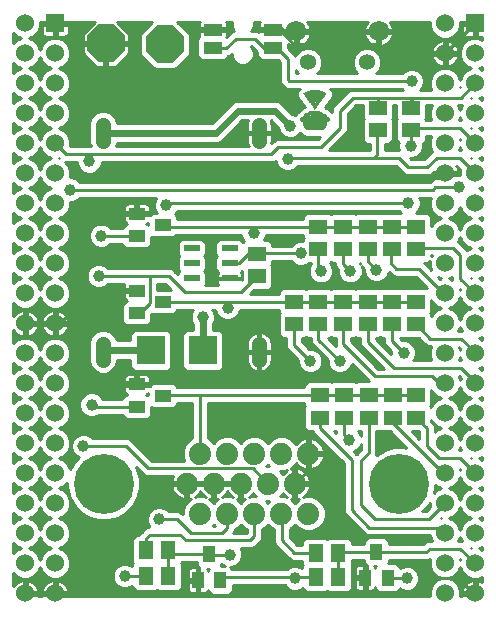
<source format=gbl>
G75*
%MOIN*%
%OFA0B0*%
%FSLAX25Y25*%
%IPPOS*%
%LPD*%
%AMOC8*
5,1,8,0,0,1.08239X$1,22.5*
%
%ADD10R,0.05512X0.03937*%
%ADD11R,0.03937X0.05512*%
%ADD12C,0.06000*%
%ADD13R,0.06000X0.06000*%
%ADD14R,0.05906X0.05118*%
%ADD15R,0.05118X0.05906*%
%ADD16R,0.05236X0.02087*%
%ADD17R,0.06102X0.03937*%
%ADD18C,0.07400*%
%ADD19C,0.20000*%
%ADD20C,0.06791*%
%ADD21C,0.05346*%
%ADD22C,0.05150*%
%ADD23OC8,0.12500*%
%ADD24R,0.09449X0.09449*%
%ADD25R,0.04213X0.00039*%
%ADD26R,0.04646X0.00039*%
%ADD27R,0.04921X0.00039*%
%ADD28R,0.05157X0.00039*%
%ADD29R,0.05315X0.00039*%
%ADD30R,0.05472X0.00039*%
%ADD31R,0.05630X0.00039*%
%ADD32R,0.05748X0.00039*%
%ADD33R,0.05866X0.00039*%
%ADD34R,0.05984X0.00039*%
%ADD35R,0.06102X0.00039*%
%ADD36R,0.06181X0.00039*%
%ADD37R,0.06260X0.00039*%
%ADD38R,0.06378X0.00039*%
%ADD39R,0.06457X0.00039*%
%ADD40R,0.06496X0.00039*%
%ADD41R,0.06575X0.00039*%
%ADD42R,0.06654X0.00039*%
%ADD43R,0.06732X0.00039*%
%ADD44R,0.06772X0.00039*%
%ADD45R,0.06850X0.00039*%
%ADD46R,0.06890X0.00039*%
%ADD47R,0.06929X0.00039*%
%ADD48R,0.07008X0.00039*%
%ADD49R,0.07047X0.00039*%
%ADD50R,0.07087X0.00039*%
%ADD51R,0.07165X0.00039*%
%ADD52R,0.07205X0.00039*%
%ADD53R,0.07244X0.00039*%
%ADD54R,0.07283X0.00039*%
%ADD55R,0.07323X0.00039*%
%ADD56R,0.07362X0.00039*%
%ADD57R,0.07402X0.00039*%
%ADD58R,0.07441X0.00039*%
%ADD59R,0.07480X0.00039*%
%ADD60R,0.07520X0.00039*%
%ADD61R,0.07559X0.00039*%
%ADD62R,0.07598X0.00039*%
%ADD63R,0.07638X0.00039*%
%ADD64R,0.07677X0.00039*%
%ADD65R,0.07717X0.00039*%
%ADD66R,0.07756X0.00039*%
%ADD67R,0.07795X0.00039*%
%ADD68R,0.07835X0.00039*%
%ADD69R,0.07874X0.00039*%
%ADD70R,0.07913X0.00039*%
%ADD71R,0.07953X0.00039*%
%ADD72R,0.07992X0.00039*%
%ADD73R,0.08031X0.00039*%
%ADD74R,0.08071X0.00039*%
%ADD75R,0.08110X0.00039*%
%ADD76R,0.08150X0.00039*%
%ADD77R,0.08189X0.00039*%
%ADD78R,0.08228X0.00039*%
%ADD79R,0.08268X0.00039*%
%ADD80R,0.08307X0.00039*%
%ADD81R,0.08346X0.00039*%
%ADD82R,0.08386X0.00039*%
%ADD83R,0.09094X0.00039*%
%ADD84R,0.09370X0.00039*%
%ADD85R,0.09528X0.00039*%
%ADD86R,0.09606X0.00039*%
%ADD87R,0.09685X0.00039*%
%ADD88R,0.09764X0.00039*%
%ADD89R,0.09803X0.00039*%
%ADD90R,0.09843X0.00039*%
%ADD91R,0.09646X0.00039*%
%ADD92R,0.09567X0.00039*%
%ADD93R,0.09449X0.00039*%
%ADD94R,0.09213X0.00039*%
%ADD95R,0.02323X0.00039*%
%ADD96R,0.05551X0.00039*%
%ADD97R,0.02244X0.00039*%
%ADD98R,0.05433X0.00039*%
%ADD99R,0.05394X0.00039*%
%ADD100R,0.02205X0.00039*%
%ADD101R,0.05354X0.00039*%
%ADD102R,0.05276X0.00039*%
%ADD103R,0.05197X0.00039*%
%ADD104R,0.05118X0.00039*%
%ADD105R,0.05000X0.00039*%
%ADD106R,0.04882X0.00039*%
%ADD107R,0.04843X0.00039*%
%ADD108R,0.04764X0.00039*%
%ADD109R,0.04488X0.00039*%
%ADD110R,0.03701X0.00039*%
%ADD111R,0.00433X0.00039*%
%ADD112R,0.02283X0.00039*%
%ADD113R,0.03583X0.00039*%
%ADD114R,0.03504X0.00039*%
%ADD115R,0.03425X0.00039*%
%ADD116R,0.03307X0.00039*%
%ADD117R,0.03189X0.00039*%
%ADD118R,0.03110X0.00039*%
%ADD119R,0.03071X0.00039*%
%ADD120R,0.03031X0.00039*%
%ADD121R,0.00630X0.00039*%
%ADD122R,0.01299X0.00039*%
%ADD123R,0.04449X0.00039*%
%ADD124R,0.04370X0.00039*%
%ADD125R,0.04331X0.00039*%
%ADD126R,0.03622X0.00039*%
%ADD127R,0.00472X0.00039*%
%ADD128R,0.03543X0.00039*%
%ADD129R,0.00315X0.00039*%
%ADD130R,0.03465X0.00039*%
%ADD131R,0.03386X0.00039*%
%ADD132R,0.00551X0.00039*%
%ADD133R,0.01772X0.00039*%
%ADD134R,0.00354X0.00039*%
%ADD135R,0.01614X0.00039*%
%ADD136R,0.00512X0.00039*%
%ADD137R,0.01417X0.00039*%
%ADD138R,0.01181X0.00039*%
%ADD139R,0.00906X0.00039*%
%ADD140R,0.00236X0.00039*%
%ADD141R,0.00197X0.00039*%
%ADD142R,0.00079X0.00039*%
%ADD143R,0.00039X0.00039*%
%ADD144R,0.00118X0.00039*%
%ADD145R,0.00276X0.00039*%
%ADD146R,0.00591X0.00039*%
%ADD147R,0.00669X0.00039*%
%ADD148R,0.00748X0.00039*%
%ADD149R,0.00827X0.00039*%
%ADD150R,0.00984X0.00039*%
%ADD151R,0.01063X0.00039*%
%ADD152R,0.01142X0.00039*%
%ADD153R,0.01220X0.00039*%
%ADD154R,0.01378X0.00039*%
%ADD155R,0.01457X0.00039*%
%ADD156R,0.01535X0.00039*%
%ADD157R,0.01654X0.00039*%
%ADD158R,0.01693X0.00039*%
%ADD159R,0.01850X0.00039*%
%ADD160R,0.01890X0.00039*%
%ADD161R,0.01929X0.00039*%
%ADD162R,0.02008X0.00039*%
%ADD163R,0.02087X0.00039*%
%ADD164R,0.02126X0.00039*%
%ADD165R,0.02165X0.00039*%
%ADD166R,0.02362X0.00039*%
%ADD167R,0.02402X0.00039*%
%ADD168R,0.02480X0.00039*%
%ADD169R,0.02559X0.00039*%
%ADD170R,0.02638X0.00039*%
%ADD171R,0.02717X0.00039*%
%ADD172R,0.02795X0.00039*%
%ADD173R,0.02874X0.00039*%
%ADD174R,0.02953X0.00039*%
%ADD175R,0.02992X0.00039*%
%ADD176R,0.01260X0.00039*%
%ADD177R,0.01575X0.00039*%
%ADD178R,0.01339X0.00039*%
%ADD179R,0.01732X0.00039*%
%ADD180R,0.03661X0.00039*%
%ADD181R,0.03740X0.00039*%
%ADD182R,0.03819X0.00039*%
%ADD183R,0.03898X0.00039*%
%ADD184R,0.03937X0.00039*%
%ADD185R,0.03976X0.00039*%
%ADD186R,0.04055X0.00039*%
%ADD187R,0.04094X0.00039*%
%ADD188R,0.04173X0.00039*%
%ADD189R,0.04291X0.00039*%
%ADD190R,0.04409X0.00039*%
%ADD191R,0.04528X0.00039*%
%ADD192R,0.04567X0.00039*%
%ADD193R,0.04685X0.00039*%
%ADD194R,0.04803X0.00039*%
%ADD195R,0.05039X0.00039*%
%ADD196R,0.05079X0.00039*%
%ADD197R,0.05512X0.00039*%
%ADD198R,0.05669X0.00039*%
%ADD199R,0.05787X0.00039*%
%ADD200R,0.04134X0.00039*%
%ADD201R,0.04252X0.00039*%
%ADD202R,0.01811X0.00039*%
%ADD203R,0.06339X0.00039*%
%ADD204R,0.06535X0.00039*%
%ADD205R,0.06614X0.00039*%
%ADD206R,0.06693X0.00039*%
%ADD207R,0.06969X0.00039*%
%ADD208R,0.02441X0.00039*%
%ADD209R,0.02520X0.00039*%
%ADD210R,0.04606X0.00039*%
%ADD211R,0.00945X0.00039*%
%ADD212R,0.06220X0.00039*%
%ADD213R,0.01024X0.00039*%
%ADD214R,0.06299X0.00039*%
%ADD215R,0.06142X0.00039*%
%ADD216R,0.05827X0.00039*%
%ADD217R,0.03268X0.00039*%
%ADD218C,0.01000*%
%ADD219C,0.03962*%
%ADD220C,0.02400*%
D10*
X0080290Y0096601D03*
X0080290Y0104081D03*
X0088952Y0100341D03*
X0080290Y0127782D03*
X0080290Y0135262D03*
X0088952Y0131522D03*
X0080290Y0153451D03*
X0080290Y0160931D03*
X0088952Y0157191D03*
D11*
X0104424Y0047424D03*
X0100684Y0038762D03*
X0108164Y0038762D03*
X0156381Y0039550D03*
X0163861Y0039550D03*
X0160121Y0048211D03*
D12*
X0183003Y0044416D03*
X0193003Y0044416D03*
X0193003Y0034416D03*
X0183003Y0034416D03*
X0183003Y0054416D03*
X0183003Y0064416D03*
X0183003Y0074416D03*
X0183003Y0084416D03*
X0193003Y0084416D03*
X0193003Y0074416D03*
X0193003Y0064416D03*
X0193003Y0054416D03*
X0193003Y0094416D03*
X0193003Y0104416D03*
X0193003Y0114416D03*
X0183003Y0114416D03*
X0183003Y0104416D03*
X0183003Y0094416D03*
X0183003Y0124416D03*
X0183003Y0134416D03*
X0183003Y0144416D03*
X0183003Y0154416D03*
X0193003Y0154416D03*
X0193003Y0144416D03*
X0193003Y0134416D03*
X0193003Y0124416D03*
X0193003Y0164416D03*
X0193003Y0174416D03*
X0193003Y0184416D03*
X0193003Y0194416D03*
X0183003Y0194416D03*
X0183003Y0184416D03*
X0183003Y0174416D03*
X0183003Y0164416D03*
X0183003Y0204416D03*
X0183003Y0214416D03*
X0183003Y0224416D03*
X0193003Y0214416D03*
X0193003Y0204416D03*
X0053003Y0204416D03*
X0053003Y0214416D03*
X0043003Y0214416D03*
X0043003Y0224416D03*
X0043003Y0204416D03*
X0043003Y0194416D03*
X0053003Y0194416D03*
X0053003Y0184416D03*
X0043003Y0184416D03*
X0043003Y0174416D03*
X0053003Y0174416D03*
X0053003Y0164416D03*
X0043003Y0164416D03*
X0043003Y0154416D03*
X0053003Y0154416D03*
X0053003Y0144416D03*
X0043003Y0144416D03*
X0043003Y0134416D03*
X0053003Y0134416D03*
X0053003Y0124416D03*
X0043003Y0124416D03*
X0043003Y0114416D03*
X0053003Y0114416D03*
X0053003Y0104416D03*
X0043003Y0104416D03*
X0043003Y0094416D03*
X0053003Y0094416D03*
X0053003Y0084416D03*
X0043003Y0084416D03*
X0043003Y0074416D03*
X0053003Y0074416D03*
X0053003Y0064416D03*
X0043003Y0064416D03*
X0043003Y0054416D03*
X0053003Y0054416D03*
X0053003Y0044416D03*
X0043003Y0044416D03*
X0043003Y0034416D03*
X0053003Y0034416D03*
D13*
X0053003Y0224416D03*
X0193003Y0224416D03*
D14*
X0171684Y0196298D03*
X0171684Y0188817D03*
X0160652Y0188833D03*
X0160652Y0196313D03*
X0157275Y0156593D03*
X0157275Y0149113D03*
X0149086Y0149113D03*
X0149086Y0156593D03*
X0140818Y0156593D03*
X0140818Y0149113D03*
X0140818Y0131593D03*
X0132629Y0131593D03*
X0132629Y0124113D03*
X0140818Y0124113D03*
X0149086Y0124113D03*
X0157275Y0124113D03*
X0157275Y0131593D03*
X0149086Y0131593D03*
X0165385Y0131593D03*
X0173416Y0131593D03*
X0173416Y0124113D03*
X0165385Y0124113D03*
X0165542Y0100491D03*
X0165542Y0093010D03*
X0173416Y0093010D03*
X0173416Y0100491D03*
X0157511Y0100491D03*
X0157511Y0093010D03*
X0149243Y0093010D03*
X0149243Y0100491D03*
X0141212Y0100491D03*
X0141212Y0093010D03*
X0120416Y0140183D03*
X0120416Y0147664D03*
X0165385Y0149113D03*
X0165385Y0156593D03*
X0173416Y0156593D03*
X0173416Y0149113D03*
D15*
X0147479Y0047900D03*
X0139999Y0047900D03*
X0139987Y0039884D03*
X0147467Y0039884D03*
X0090775Y0040270D03*
X0083294Y0040270D03*
X0083306Y0048817D03*
X0090786Y0048817D03*
D16*
X0098581Y0139357D03*
X0098581Y0144357D03*
X0098581Y0149357D03*
X0111181Y0149357D03*
X0111181Y0144357D03*
X0111181Y0139357D03*
D17*
X0105621Y0216333D03*
X0105621Y0222239D03*
X0125503Y0222239D03*
X0125503Y0216333D03*
D18*
X0128463Y0080955D03*
X0119448Y0080955D03*
X0110432Y0080955D03*
X0101416Y0080955D03*
X0096928Y0070955D03*
X0105944Y0070955D03*
X0114960Y0070955D03*
X0123975Y0070955D03*
X0132991Y0070955D03*
X0137479Y0080955D03*
X0137479Y0060955D03*
X0128463Y0060955D03*
X0119448Y0060955D03*
X0110432Y0060955D03*
X0101416Y0060955D03*
D19*
X0069212Y0070955D03*
X0167637Y0070955D03*
D20*
X0160916Y0221699D03*
X0133357Y0221699D03*
D21*
X0137294Y0211365D03*
X0156979Y0211365D03*
D22*
X0121097Y0190494D02*
X0121097Y0185345D01*
X0069097Y0185345D02*
X0069097Y0190494D01*
X0069097Y0117494D02*
X0069097Y0112345D01*
X0121097Y0112345D02*
X0121097Y0117494D01*
D23*
X0089656Y0217369D03*
X0069971Y0217762D03*
D24*
X0084932Y0115400D03*
X0102255Y0115400D03*
D25*
X0139656Y0188707D03*
X0139656Y0198471D03*
D26*
X0139676Y0198746D03*
X0140857Y0193865D03*
X0139637Y0188746D03*
D27*
X0139656Y0188786D03*
X0139656Y0198943D03*
X0139656Y0201463D03*
D28*
X0139656Y0201424D03*
X0139656Y0199101D03*
X0139656Y0188825D03*
D29*
X0139656Y0188865D03*
X0139656Y0199219D03*
X0139656Y0201384D03*
D30*
X0139656Y0201345D03*
X0140877Y0193392D03*
X0139656Y0188904D03*
D31*
X0139656Y0188943D03*
X0139656Y0199416D03*
D32*
X0139676Y0199494D03*
X0139637Y0188983D03*
D33*
X0139656Y0189022D03*
D34*
X0139637Y0189061D03*
X0139676Y0201227D03*
D35*
X0139656Y0189101D03*
D36*
X0139656Y0189140D03*
X0140286Y0200636D03*
D37*
X0140326Y0200715D03*
X0140326Y0200754D03*
X0140247Y0200833D03*
X0139656Y0199849D03*
X0139656Y0189180D03*
D38*
X0139637Y0189219D03*
X0139676Y0199928D03*
D39*
X0139676Y0199967D03*
X0139676Y0201109D03*
X0139637Y0189258D03*
D40*
X0139656Y0189298D03*
X0139656Y0200006D03*
D41*
X0139656Y0189337D03*
D42*
X0139656Y0189376D03*
D43*
X0139656Y0189416D03*
X0139656Y0200164D03*
X0139656Y0201030D03*
D44*
X0139676Y0200203D03*
X0139637Y0189455D03*
D45*
X0139637Y0189494D03*
X0139676Y0200243D03*
D46*
X0139656Y0189534D03*
D47*
X0139637Y0189573D03*
X0139676Y0200282D03*
D48*
X0139637Y0189613D03*
D49*
X0139656Y0189652D03*
D50*
X0139637Y0189691D03*
D51*
X0139637Y0189731D03*
D52*
X0139656Y0189770D03*
D53*
X0139637Y0189809D03*
X0139676Y0200518D03*
D54*
X0139656Y0189849D03*
D55*
X0139637Y0189888D03*
D56*
X0139656Y0189928D03*
D57*
X0139637Y0189967D03*
D58*
X0139656Y0190006D03*
D59*
X0139637Y0190046D03*
D60*
X0139656Y0190085D03*
D61*
X0139637Y0190124D03*
X0139637Y0190164D03*
D62*
X0139656Y0190203D03*
D63*
X0139637Y0190243D03*
D64*
X0139656Y0190282D03*
D65*
X0139637Y0190321D03*
X0139637Y0190361D03*
D66*
X0139656Y0190400D03*
D67*
X0139637Y0190439D03*
D68*
X0139656Y0190479D03*
X0139656Y0190518D03*
D69*
X0139637Y0190557D03*
D70*
X0139656Y0190597D03*
X0139656Y0190636D03*
X0139656Y0193313D03*
D71*
X0139676Y0193274D03*
X0139637Y0190715D03*
X0139637Y0190676D03*
D72*
X0139656Y0190754D03*
X0139656Y0193195D03*
X0139656Y0193235D03*
D73*
X0139676Y0193156D03*
X0139676Y0193117D03*
X0139637Y0190833D03*
X0139637Y0190794D03*
D74*
X0139656Y0190872D03*
X0139656Y0190912D03*
X0139656Y0192998D03*
X0139656Y0193038D03*
X0139656Y0193077D03*
D75*
X0139637Y0190991D03*
X0139637Y0190951D03*
D76*
X0139656Y0191030D03*
D77*
X0139637Y0191069D03*
X0139637Y0191109D03*
X0139637Y0191148D03*
D78*
X0139656Y0191187D03*
X0139656Y0191227D03*
D79*
X0139637Y0191266D03*
X0139637Y0191306D03*
D80*
X0139656Y0191345D03*
X0139656Y0191384D03*
D81*
X0139637Y0191424D03*
X0139637Y0191463D03*
D82*
X0139656Y0191502D03*
X0139656Y0191542D03*
D83*
X0139656Y0191581D03*
D84*
X0139676Y0191620D03*
D85*
X0139676Y0191660D03*
D86*
X0139676Y0191699D03*
D87*
X0139676Y0191739D03*
X0139676Y0192526D03*
D88*
X0139676Y0192487D03*
X0139676Y0192447D03*
X0139676Y0191817D03*
X0139676Y0191778D03*
D89*
X0139656Y0191857D03*
X0139656Y0192408D03*
D90*
X0139676Y0192369D03*
X0139676Y0192329D03*
X0139676Y0192290D03*
X0139676Y0192250D03*
X0139676Y0192211D03*
X0139676Y0192172D03*
X0139676Y0192132D03*
X0139676Y0192093D03*
X0139676Y0192054D03*
X0139676Y0192014D03*
X0139676Y0191975D03*
X0139676Y0191935D03*
X0139676Y0191896D03*
D91*
X0139656Y0192565D03*
D92*
X0139656Y0192605D03*
D93*
X0139676Y0192644D03*
D94*
X0139676Y0192683D03*
D95*
X0137452Y0194140D03*
X0137334Y0194061D03*
X0137294Y0194022D03*
X0136861Y0193353D03*
X0139656Y0197172D03*
X0141940Y0200991D03*
D96*
X0139656Y0199376D03*
X0140838Y0193353D03*
D97*
X0137688Y0194258D03*
X0137176Y0193943D03*
X0137137Y0193904D03*
X0137097Y0193865D03*
X0137058Y0193825D03*
X0137019Y0193746D03*
X0136979Y0193707D03*
X0136940Y0193628D03*
X0136900Y0193550D03*
X0136861Y0193471D03*
X0136861Y0193431D03*
X0136861Y0193392D03*
X0139656Y0197132D03*
X0139656Y0201857D03*
D98*
X0139676Y0199298D03*
X0140857Y0193431D03*
D99*
X0140877Y0193471D03*
X0139656Y0199258D03*
D100*
X0137038Y0193786D03*
X0136960Y0193668D03*
X0136920Y0193589D03*
X0136881Y0193510D03*
D101*
X0140857Y0193510D03*
D102*
X0140857Y0193550D03*
X0140857Y0193589D03*
X0139676Y0199180D03*
D103*
X0139676Y0199140D03*
X0140857Y0193628D03*
D104*
X0140857Y0193668D03*
D105*
X0140877Y0193707D03*
X0139656Y0198983D03*
D106*
X0139676Y0198904D03*
X0140897Y0193746D03*
D107*
X0140877Y0193786D03*
D108*
X0140877Y0193825D03*
X0139656Y0198825D03*
X0139656Y0201502D03*
D109*
X0138456Y0200991D03*
X0138416Y0200951D03*
X0140857Y0193904D03*
D110*
X0140503Y0193943D03*
X0139676Y0198117D03*
D111*
X0139656Y0195912D03*
X0140877Y0194849D03*
X0142767Y0193943D03*
D112*
X0137589Y0194219D03*
X0137511Y0194180D03*
X0137393Y0194101D03*
X0137235Y0193983D03*
D113*
X0140523Y0193983D03*
X0139656Y0201699D03*
D114*
X0140523Y0194022D03*
D115*
X0140562Y0194061D03*
D116*
X0140582Y0194101D03*
D117*
X0140601Y0194140D03*
D118*
X0140641Y0194180D03*
D119*
X0140621Y0194219D03*
X0140542Y0194298D03*
D120*
X0140601Y0194258D03*
D121*
X0140818Y0194731D03*
X0137038Y0194298D03*
D122*
X0138239Y0194298D03*
X0139656Y0196502D03*
X0140680Y0197880D03*
D123*
X0139656Y0198628D03*
X0139814Y0194376D03*
X0139814Y0194337D03*
D124*
X0139814Y0194416D03*
D125*
X0139794Y0194455D03*
X0139676Y0198550D03*
D126*
X0139440Y0194494D03*
D127*
X0139597Y0194928D03*
X0140857Y0194809D03*
X0141645Y0194494D03*
D128*
X0139440Y0194534D03*
X0139440Y0194573D03*
D129*
X0139637Y0195833D03*
X0140897Y0194888D03*
X0141684Y0194534D03*
D130*
X0139440Y0194613D03*
X0139440Y0194652D03*
D131*
X0139440Y0194691D03*
D132*
X0138062Y0194731D03*
D133*
X0139499Y0194731D03*
X0139656Y0196817D03*
X0138790Y0197998D03*
X0139656Y0201896D03*
D134*
X0139656Y0195872D03*
X0138003Y0194770D03*
D135*
X0139499Y0194770D03*
X0139656Y0196699D03*
X0138948Y0197683D03*
X0138869Y0197762D03*
X0138830Y0197841D03*
X0141782Y0199573D03*
X0141822Y0199613D03*
X0141861Y0199652D03*
X0141861Y0199691D03*
D136*
X0139656Y0195991D03*
X0139656Y0195951D03*
X0140838Y0194770D03*
D137*
X0139519Y0194809D03*
X0140700Y0197959D03*
X0140700Y0197998D03*
D138*
X0139558Y0194849D03*
D139*
X0139578Y0194888D03*
X0139656Y0196227D03*
D140*
X0140897Y0194928D03*
D141*
X0140916Y0194967D03*
X0139656Y0195754D03*
D142*
X0140936Y0195006D03*
D143*
X0139656Y0195636D03*
D144*
X0139656Y0195676D03*
X0139656Y0195715D03*
D145*
X0139656Y0195794D03*
D146*
X0139656Y0196030D03*
D147*
X0139656Y0196069D03*
D148*
X0139656Y0196109D03*
X0139656Y0196148D03*
D149*
X0139656Y0196187D03*
D150*
X0139656Y0196266D03*
X0139656Y0196306D03*
X0136389Y0200715D03*
D151*
X0139656Y0201935D03*
X0139656Y0196345D03*
D152*
X0139656Y0196384D03*
D153*
X0139656Y0196424D03*
X0139656Y0196463D03*
X0140601Y0197723D03*
D154*
X0139656Y0196542D03*
D155*
X0139656Y0196581D03*
X0139656Y0196620D03*
D156*
X0139656Y0196660D03*
X0140680Y0198038D03*
D157*
X0139676Y0196739D03*
X0138810Y0197880D03*
X0141881Y0199731D03*
D158*
X0138790Y0197920D03*
X0139656Y0196778D03*
D159*
X0139656Y0196857D03*
D160*
X0139676Y0196896D03*
X0138810Y0198038D03*
D161*
X0139656Y0196935D03*
D162*
X0139656Y0196975D03*
D163*
X0139656Y0197014D03*
D164*
X0139676Y0197054D03*
D165*
X0139656Y0197093D03*
D166*
X0139676Y0197211D03*
X0141999Y0200951D03*
D167*
X0139656Y0197250D03*
X0137373Y0200361D03*
X0137334Y0200400D03*
D168*
X0139656Y0197290D03*
D169*
X0139656Y0197329D03*
X0139656Y0197369D03*
X0142058Y0200872D03*
D170*
X0139656Y0201817D03*
X0139656Y0197408D03*
D171*
X0139656Y0197447D03*
D172*
X0139656Y0197487D03*
X0139656Y0197526D03*
D173*
X0139656Y0197565D03*
D174*
X0139656Y0197605D03*
X0139656Y0201778D03*
D175*
X0139676Y0197644D03*
D176*
X0140542Y0197683D03*
X0140621Y0197762D03*
X0140660Y0197802D03*
X0140660Y0197841D03*
D177*
X0138889Y0197723D03*
X0138849Y0197802D03*
D178*
X0140700Y0197920D03*
D179*
X0138810Y0197959D03*
X0141881Y0199770D03*
D180*
X0139656Y0198077D03*
D181*
X0139656Y0198156D03*
D182*
X0139656Y0198195D03*
X0139656Y0201660D03*
D183*
X0139656Y0198235D03*
D184*
X0139676Y0198274D03*
D185*
X0139656Y0198313D03*
D186*
X0139656Y0198353D03*
X0138751Y0199613D03*
X0138712Y0199652D03*
X0139656Y0201620D03*
D187*
X0138692Y0199691D03*
X0138771Y0199573D03*
X0139676Y0198392D03*
D188*
X0139676Y0198431D03*
X0138692Y0199770D03*
D189*
X0139656Y0198510D03*
X0139656Y0201581D03*
D190*
X0139676Y0198589D03*
D191*
X0139656Y0198668D03*
X0140916Y0200361D03*
X0140956Y0200400D03*
X0139656Y0201542D03*
D192*
X0138377Y0200912D03*
X0139676Y0198707D03*
X0140975Y0200439D03*
D193*
X0139656Y0198786D03*
X0138357Y0200872D03*
D194*
X0139676Y0198865D03*
D195*
X0139676Y0199022D03*
D196*
X0139656Y0199061D03*
D197*
X0139676Y0199337D03*
D198*
X0139676Y0199455D03*
X0139676Y0201306D03*
D199*
X0139656Y0199534D03*
D200*
X0138672Y0199731D03*
D201*
X0138692Y0199809D03*
D202*
X0141881Y0199809D03*
D203*
X0139656Y0199888D03*
D204*
X0139676Y0200046D03*
D205*
X0139676Y0200085D03*
X0139676Y0201069D03*
D206*
X0139676Y0200124D03*
D207*
X0139656Y0200321D03*
D208*
X0137314Y0200439D03*
X0142038Y0200912D03*
D209*
X0137314Y0200479D03*
D210*
X0140956Y0200479D03*
D211*
X0136487Y0200557D03*
X0136448Y0200597D03*
X0136408Y0200636D03*
X0136408Y0200676D03*
D212*
X0140227Y0200557D03*
X0140267Y0200597D03*
X0140306Y0200676D03*
D213*
X0136448Y0200833D03*
X0136408Y0200794D03*
X0136369Y0200754D03*
D214*
X0139676Y0201148D03*
X0140306Y0200794D03*
D215*
X0139676Y0201187D03*
D216*
X0139676Y0201266D03*
D217*
X0139656Y0201739D03*
D218*
X0039154Y0036774D02*
X0039107Y0036681D01*
X0039107Y0041099D01*
X0040114Y0040092D01*
X0041988Y0039316D01*
X0044017Y0039316D01*
X0045892Y0040092D01*
X0047326Y0041527D01*
X0048003Y0043160D01*
X0048679Y0041527D01*
X0050114Y0040092D01*
X0051988Y0039316D01*
X0054017Y0039316D01*
X0055892Y0040092D01*
X0057326Y0041527D01*
X0058103Y0043401D01*
X0058103Y0045430D01*
X0057326Y0047305D01*
X0055892Y0048739D01*
X0054259Y0049416D01*
X0055892Y0050092D01*
X0057326Y0051527D01*
X0058103Y0053401D01*
X0058103Y0055430D01*
X0057326Y0057305D01*
X0055892Y0058739D01*
X0054259Y0059416D01*
X0055892Y0060092D01*
X0057326Y0061527D01*
X0058103Y0063401D01*
X0058103Y0065430D01*
X0057326Y0067305D01*
X0055892Y0068739D01*
X0054259Y0069416D01*
X0055892Y0070092D01*
X0057112Y0071312D01*
X0057112Y0069362D01*
X0057936Y0066285D01*
X0059529Y0063526D01*
X0061782Y0061273D01*
X0064541Y0059680D01*
X0067619Y0058855D01*
X0070805Y0058855D01*
X0073882Y0059680D01*
X0076641Y0061273D01*
X0078894Y0063526D01*
X0080487Y0066285D01*
X0081312Y0069362D01*
X0081312Y0072548D01*
X0080487Y0075626D01*
X0079961Y0076537D01*
X0082672Y0073826D01*
X0083627Y0073430D01*
X0092353Y0073430D01*
X0092109Y0072951D01*
X0091856Y0072173D01*
X0091742Y0071455D01*
X0096428Y0071455D01*
X0096428Y0070455D01*
X0096428Y0065769D01*
X0095710Y0065883D01*
X0094932Y0066136D01*
X0094203Y0066508D01*
X0093540Y0066989D01*
X0092962Y0067568D01*
X0092481Y0068230D01*
X0092109Y0068959D01*
X0091856Y0069737D01*
X0091742Y0070455D01*
X0096428Y0070455D01*
X0097428Y0070455D01*
X0097428Y0065769D01*
X0098146Y0065883D01*
X0098200Y0065901D01*
X0098131Y0065872D01*
X0096499Y0064241D01*
X0095616Y0062109D01*
X0095616Y0060755D01*
X0095066Y0061305D01*
X0094111Y0061701D01*
X0090859Y0061701D01*
X0090000Y0062561D01*
X0088500Y0063182D01*
X0086876Y0063182D01*
X0085376Y0062561D01*
X0084228Y0061413D01*
X0083607Y0059913D01*
X0083607Y0058289D01*
X0084228Y0056789D01*
X0084434Y0056583D01*
X0084021Y0056583D01*
X0083066Y0056187D01*
X0081884Y0055006D01*
X0081153Y0054274D01*
X0080986Y0053870D01*
X0079877Y0053870D01*
X0078647Y0052640D01*
X0078647Y0044995D01*
X0079092Y0044550D01*
X0078635Y0044093D01*
X0078635Y0043610D01*
X0078582Y0043663D01*
X0077082Y0044284D01*
X0075459Y0044284D01*
X0073959Y0043663D01*
X0072811Y0042515D01*
X0072189Y0041015D01*
X0072189Y0039391D01*
X0072811Y0037891D01*
X0073959Y0036743D01*
X0075459Y0036122D01*
X0077082Y0036122D01*
X0078582Y0036743D01*
X0078635Y0036796D01*
X0078635Y0036447D01*
X0079865Y0035217D01*
X0086723Y0035217D01*
X0087034Y0035529D01*
X0087346Y0035217D01*
X0094203Y0035217D01*
X0095434Y0036447D01*
X0095434Y0044093D01*
X0094988Y0044538D01*
X0095274Y0044824D01*
X0100356Y0044824D01*
X0100356Y0043798D01*
X0101168Y0042985D01*
X0101168Y0039247D01*
X0100200Y0039247D01*
X0100200Y0043018D01*
X0098518Y0043018D01*
X0098136Y0042916D01*
X0097794Y0042718D01*
X0097515Y0042439D01*
X0097318Y0042097D01*
X0097215Y0041716D01*
X0097215Y0039246D01*
X0100200Y0039246D01*
X0100200Y0038278D01*
X0100200Y0034506D01*
X0098518Y0034506D01*
X0098136Y0034609D01*
X0097794Y0034806D01*
X0097515Y0035085D01*
X0097318Y0035427D01*
X0097215Y0035809D01*
X0097215Y0038278D01*
X0100200Y0038278D01*
X0101168Y0038278D01*
X0101168Y0034506D01*
X0102850Y0034506D01*
X0103231Y0034609D01*
X0103573Y0034806D01*
X0103853Y0035085D01*
X0104050Y0035427D01*
X0104096Y0035597D01*
X0104096Y0035136D01*
X0105326Y0033906D01*
X0111003Y0033906D01*
X0112233Y0035136D01*
X0112233Y0037284D01*
X0129429Y0037284D01*
X0129504Y0037104D01*
X0130652Y0035956D01*
X0132152Y0035335D01*
X0133775Y0035335D01*
X0135275Y0035956D01*
X0135355Y0036035D01*
X0136558Y0034831D01*
X0143416Y0034831D01*
X0143727Y0035143D01*
X0144039Y0034831D01*
X0150896Y0034831D01*
X0152126Y0036062D01*
X0152126Y0043707D01*
X0151947Y0043886D01*
X0152138Y0044077D01*
X0152138Y0045611D01*
X0156052Y0045611D01*
X0156052Y0044585D01*
X0156865Y0043773D01*
X0156865Y0040034D01*
X0155897Y0040034D01*
X0155897Y0043805D01*
X0154215Y0043805D01*
X0153833Y0043703D01*
X0153491Y0043506D01*
X0153212Y0043227D01*
X0153015Y0042884D01*
X0152912Y0042503D01*
X0152912Y0040034D01*
X0155896Y0040034D01*
X0155896Y0039065D01*
X0152912Y0039065D01*
X0152912Y0036596D01*
X0153015Y0036215D01*
X0153212Y0035873D01*
X0153491Y0035593D01*
X0153833Y0035396D01*
X0154215Y0035294D01*
X0155897Y0035294D01*
X0155897Y0039065D01*
X0156865Y0039065D01*
X0156865Y0035294D01*
X0158547Y0035294D01*
X0158928Y0035396D01*
X0159270Y0035593D01*
X0159550Y0035873D01*
X0159747Y0036215D01*
X0159793Y0036385D01*
X0159793Y0035924D01*
X0161023Y0034694D01*
X0166699Y0034694D01*
X0167930Y0035924D01*
X0167930Y0036080D01*
X0168053Y0035956D01*
X0169553Y0035335D01*
X0171177Y0035335D01*
X0172677Y0035956D01*
X0173825Y0037104D01*
X0174446Y0038604D01*
X0174446Y0040228D01*
X0173825Y0041727D01*
X0172677Y0042876D01*
X0171177Y0043497D01*
X0169553Y0043497D01*
X0168053Y0042876D01*
X0167930Y0042752D01*
X0167930Y0043175D01*
X0166699Y0044405D01*
X0164010Y0044405D01*
X0164189Y0044585D01*
X0164189Y0045611D01*
X0177315Y0045611D01*
X0178115Y0045942D01*
X0177903Y0045430D01*
X0177903Y0043401D01*
X0178679Y0041527D01*
X0180114Y0040092D01*
X0181747Y0039416D01*
X0180114Y0038739D01*
X0178679Y0037305D01*
X0177903Y0035430D01*
X0177903Y0033401D01*
X0177922Y0033354D01*
X0057390Y0033354D01*
X0057392Y0033362D01*
X0057480Y0033916D01*
X0053503Y0033916D01*
X0053503Y0034916D01*
X0053503Y0038893D01*
X0054057Y0038805D01*
X0054730Y0038586D01*
X0055361Y0038264D01*
X0055934Y0037848D01*
X0056435Y0037347D01*
X0056852Y0036774D01*
X0057173Y0036143D01*
X0057392Y0035470D01*
X0057480Y0034916D01*
X0053503Y0034916D01*
X0052503Y0034916D01*
X0052503Y0038893D01*
X0051949Y0038805D01*
X0051275Y0038586D01*
X0050644Y0038264D01*
X0050071Y0037848D01*
X0049570Y0037347D01*
X0049154Y0036774D01*
X0048833Y0036143D01*
X0048614Y0035470D01*
X0048526Y0034916D01*
X0052503Y0034916D01*
X0052503Y0033916D01*
X0048526Y0033916D01*
X0048614Y0033362D01*
X0048616Y0033354D01*
X0047390Y0033354D01*
X0047392Y0033362D01*
X0047480Y0033916D01*
X0043503Y0033916D01*
X0043503Y0034916D01*
X0043503Y0038893D01*
X0044057Y0038805D01*
X0044730Y0038586D01*
X0045361Y0038264D01*
X0045934Y0037848D01*
X0046435Y0037347D01*
X0046852Y0036774D01*
X0047173Y0036143D01*
X0047392Y0035470D01*
X0047480Y0034916D01*
X0043503Y0034916D01*
X0042503Y0034916D01*
X0042503Y0038893D01*
X0041949Y0038805D01*
X0041275Y0038586D01*
X0040644Y0038264D01*
X0040071Y0037848D01*
X0039570Y0037347D01*
X0039154Y0036774D01*
X0039107Y0037168D02*
X0039440Y0037168D01*
X0039107Y0038166D02*
X0040509Y0038166D01*
X0039107Y0039165D02*
X0072283Y0039165D01*
X0072189Y0040163D02*
X0055963Y0040163D01*
X0056961Y0041162D02*
X0072250Y0041162D01*
X0072664Y0042160D02*
X0057589Y0042160D01*
X0058002Y0043159D02*
X0073455Y0043159D01*
X0075152Y0044157D02*
X0058103Y0044157D01*
X0058103Y0045156D02*
X0078647Y0045156D01*
X0078647Y0046154D02*
X0057803Y0046154D01*
X0057389Y0047153D02*
X0078647Y0047153D01*
X0078647Y0048151D02*
X0056480Y0048151D01*
X0054901Y0049150D02*
X0078647Y0049150D01*
X0078647Y0050148D02*
X0055948Y0050148D01*
X0056946Y0051147D02*
X0078647Y0051147D01*
X0078647Y0052145D02*
X0057583Y0052145D01*
X0057996Y0053144D02*
X0079151Y0053144D01*
X0081098Y0054142D02*
X0058103Y0054142D01*
X0058103Y0055141D02*
X0082020Y0055141D01*
X0083018Y0056139D02*
X0057809Y0056139D01*
X0057396Y0057138D02*
X0084084Y0057138D01*
X0083670Y0058136D02*
X0056495Y0058136D01*
X0054937Y0059135D02*
X0066574Y0059135D01*
X0063755Y0060133D02*
X0055933Y0060133D01*
X0056931Y0061132D02*
X0062026Y0061132D01*
X0060924Y0062130D02*
X0057576Y0062130D01*
X0057990Y0063129D02*
X0059926Y0063129D01*
X0059182Y0064127D02*
X0058103Y0064127D01*
X0058103Y0065126D02*
X0058605Y0065126D01*
X0058029Y0066124D02*
X0057815Y0066124D01*
X0057712Y0067123D02*
X0057402Y0067123D01*
X0057444Y0068121D02*
X0056510Y0068121D01*
X0057176Y0069120D02*
X0054973Y0069120D01*
X0055918Y0070118D02*
X0057112Y0070118D01*
X0057112Y0071117D02*
X0056917Y0071117D01*
X0057986Y0075712D02*
X0059529Y0078385D01*
X0060897Y0079753D01*
X0060179Y0080050D01*
X0059031Y0081198D01*
X0058410Y0082698D01*
X0058410Y0084322D01*
X0059031Y0085822D01*
X0060179Y0086970D01*
X0061679Y0087591D01*
X0063303Y0087591D01*
X0064803Y0086970D01*
X0065663Y0086110D01*
X0077181Y0086110D01*
X0078137Y0085714D01*
X0078868Y0084983D01*
X0085222Y0078630D01*
X0096102Y0078630D01*
X0095616Y0079801D01*
X0095616Y0082109D01*
X0096499Y0084241D01*
X0098131Y0085872D01*
X0098816Y0086156D01*
X0098816Y0097891D01*
X0093808Y0097891D01*
X0093808Y0097503D01*
X0092577Y0096272D01*
X0085326Y0096272D01*
X0085146Y0096452D01*
X0085146Y0093762D01*
X0083916Y0092532D01*
X0076665Y0092532D01*
X0075434Y0093762D01*
X0075434Y0094001D01*
X0067730Y0094001D01*
X0067559Y0093830D01*
X0066059Y0093209D01*
X0064435Y0093209D01*
X0062935Y0093830D01*
X0061787Y0094978D01*
X0061166Y0096478D01*
X0061166Y0098102D01*
X0061787Y0099602D01*
X0062935Y0100750D01*
X0064435Y0101371D01*
X0066059Y0101371D01*
X0067559Y0100750D01*
X0068707Y0099602D01*
X0068873Y0099201D01*
X0075434Y0099201D01*
X0075434Y0099439D01*
X0076665Y0100669D01*
X0077125Y0100669D01*
X0076955Y0100715D01*
X0076613Y0100912D01*
X0076334Y0101192D01*
X0076137Y0101534D01*
X0076034Y0101915D01*
X0076034Y0103597D01*
X0079806Y0103597D01*
X0079806Y0104565D01*
X0076034Y0104565D01*
X0076034Y0106247D01*
X0076137Y0106629D01*
X0076334Y0106971D01*
X0076613Y0107250D01*
X0076955Y0107447D01*
X0077337Y0107550D01*
X0079806Y0107550D01*
X0079806Y0104565D01*
X0080775Y0104565D01*
X0080775Y0103597D01*
X0084513Y0103597D01*
X0085326Y0104409D01*
X0092577Y0104409D01*
X0093808Y0103179D01*
X0093808Y0103091D01*
X0136159Y0103091D01*
X0136159Y0103919D01*
X0137389Y0105150D01*
X0145034Y0105150D01*
X0145227Y0104956D01*
X0145420Y0105150D01*
X0153066Y0105150D01*
X0153377Y0104838D01*
X0153688Y0105150D01*
X0157647Y0105150D01*
X0151931Y0110866D01*
X0151384Y0109545D01*
X0150236Y0108397D01*
X0148736Y0107776D01*
X0147112Y0107776D01*
X0145612Y0108397D01*
X0144464Y0109545D01*
X0143843Y0111045D01*
X0143843Y0112261D01*
X0138614Y0117490D01*
X0138218Y0118446D01*
X0138218Y0119454D01*
X0136995Y0119454D01*
X0136723Y0119725D01*
X0136451Y0119454D01*
X0135229Y0119454D01*
X0135229Y0118386D01*
X0137677Y0115938D01*
X0138893Y0115938D01*
X0140393Y0115316D01*
X0141541Y0114168D01*
X0142163Y0112668D01*
X0142163Y0111045D01*
X0141541Y0109545D01*
X0140393Y0108397D01*
X0138893Y0107776D01*
X0137270Y0107776D01*
X0135770Y0108397D01*
X0134622Y0109545D01*
X0134001Y0111045D01*
X0134001Y0112261D01*
X0131156Y0115105D01*
X0130425Y0115837D01*
X0130029Y0116792D01*
X0130029Y0119454D01*
X0128806Y0119454D01*
X0127576Y0120684D01*
X0127576Y0127541D01*
X0127887Y0127853D01*
X0127576Y0128164D01*
X0127576Y0128993D01*
X0114604Y0128993D01*
X0114604Y0128761D01*
X0113982Y0127261D01*
X0112834Y0126113D01*
X0111334Y0125492D01*
X0109711Y0125492D01*
X0108211Y0126113D01*
X0107063Y0127261D01*
X0106441Y0128761D01*
X0106441Y0128993D01*
X0105457Y0128993D01*
X0105715Y0128735D01*
X0106336Y0127235D01*
X0106336Y0125612D01*
X0105715Y0124112D01*
X0105555Y0123952D01*
X0105555Y0122224D01*
X0107849Y0122224D01*
X0109079Y0120994D01*
X0109079Y0109806D01*
X0107849Y0108576D01*
X0096661Y0108576D01*
X0095430Y0109806D01*
X0095430Y0120994D01*
X0096661Y0122224D01*
X0098955Y0122224D01*
X0098955Y0123952D01*
X0098795Y0124112D01*
X0098174Y0125612D01*
X0098174Y0127235D01*
X0098795Y0128735D01*
X0099053Y0128993D01*
X0093808Y0128993D01*
X0093808Y0128684D01*
X0092577Y0127454D01*
X0085326Y0127454D01*
X0085146Y0127633D01*
X0085146Y0124944D01*
X0083916Y0123713D01*
X0076665Y0123713D01*
X0075434Y0124944D01*
X0075434Y0130620D01*
X0076665Y0131850D01*
X0077125Y0131850D01*
X0076955Y0131896D01*
X0076613Y0132093D01*
X0076334Y0132373D01*
X0076137Y0132715D01*
X0076034Y0133096D01*
X0076034Y0134778D01*
X0079806Y0134778D01*
X0079806Y0135746D01*
X0076034Y0135746D01*
X0076034Y0137428D01*
X0076081Y0137603D01*
X0070781Y0137603D01*
X0069921Y0136743D01*
X0068421Y0136122D01*
X0066797Y0136122D01*
X0065297Y0136743D01*
X0064149Y0137891D01*
X0063528Y0139391D01*
X0063528Y0141015D01*
X0064149Y0142515D01*
X0065297Y0143663D01*
X0066797Y0144284D01*
X0068421Y0144284D01*
X0069921Y0143663D01*
X0070781Y0142803D01*
X0091355Y0142803D01*
X0092310Y0142407D01*
X0093042Y0141676D01*
X0093863Y0140855D01*
X0093863Y0141270D01*
X0094450Y0141857D01*
X0093863Y0142444D01*
X0093863Y0146270D01*
X0094450Y0146857D01*
X0093863Y0147444D01*
X0093863Y0151270D01*
X0095093Y0152500D01*
X0102069Y0152500D01*
X0103299Y0151270D01*
X0103299Y0147444D01*
X0102712Y0146857D01*
X0103299Y0146270D01*
X0103299Y0142444D01*
X0102712Y0141857D01*
X0103299Y0141270D01*
X0103299Y0137444D01*
X0103147Y0137291D01*
X0107463Y0137291D01*
X0107362Y0137392D01*
X0107165Y0137734D01*
X0107063Y0138116D01*
X0107063Y0139335D01*
X0111159Y0139335D01*
X0111159Y0139378D01*
X0107063Y0139378D01*
X0107063Y0140597D01*
X0107165Y0140979D01*
X0107362Y0141321D01*
X0107474Y0141432D01*
X0106463Y0142444D01*
X0106463Y0146270D01*
X0107050Y0146857D01*
X0106463Y0147444D01*
X0106463Y0151270D01*
X0107693Y0152500D01*
X0114669Y0152500D01*
X0115720Y0151449D01*
X0116030Y0151759D01*
X0115724Y0152065D01*
X0115103Y0153565D01*
X0115103Y0153993D01*
X0093448Y0153993D01*
X0092577Y0153123D01*
X0085326Y0153123D01*
X0085146Y0153303D01*
X0085146Y0150613D01*
X0083916Y0149383D01*
X0076665Y0149383D01*
X0075434Y0150613D01*
X0075434Y0150851D01*
X0071430Y0150851D01*
X0070708Y0150129D01*
X0069208Y0149508D01*
X0067585Y0149508D01*
X0066085Y0150129D01*
X0064937Y0151277D01*
X0064315Y0152777D01*
X0064315Y0154401D01*
X0064937Y0155901D01*
X0066085Y0157049D01*
X0067585Y0157670D01*
X0069208Y0157670D01*
X0070708Y0157049D01*
X0071706Y0156051D01*
X0075434Y0156051D01*
X0075434Y0156290D01*
X0076665Y0157520D01*
X0077125Y0157520D01*
X0076955Y0157565D01*
X0076613Y0157763D01*
X0076334Y0158042D01*
X0076137Y0158384D01*
X0076034Y0158766D01*
X0076034Y0160447D01*
X0079806Y0160447D01*
X0079806Y0161416D01*
X0080775Y0161416D01*
X0080775Y0160447D01*
X0084513Y0160447D01*
X0085326Y0161260D01*
X0086844Y0161260D01*
X0086590Y0161513D01*
X0085969Y0163013D01*
X0085969Y0164637D01*
X0086590Y0166137D01*
X0086797Y0166343D01*
X0061332Y0166343D01*
X0060472Y0165484D01*
X0058972Y0164862D01*
X0058103Y0164862D01*
X0058103Y0163401D01*
X0057326Y0161527D01*
X0055892Y0160092D01*
X0054259Y0159416D01*
X0055892Y0158739D01*
X0057326Y0157305D01*
X0058103Y0155430D01*
X0058103Y0153401D01*
X0057326Y0151527D01*
X0055892Y0150092D01*
X0054259Y0149416D01*
X0055892Y0148739D01*
X0057326Y0147305D01*
X0058103Y0145430D01*
X0058103Y0143401D01*
X0057326Y0141527D01*
X0055892Y0140092D01*
X0054259Y0139416D01*
X0055892Y0138739D01*
X0057326Y0137305D01*
X0058103Y0135430D01*
X0058103Y0133401D01*
X0057326Y0131527D01*
X0055892Y0130092D01*
X0054017Y0129316D01*
X0051988Y0129316D01*
X0050114Y0130092D01*
X0048679Y0131527D01*
X0048003Y0133160D01*
X0047326Y0131527D01*
X0045892Y0130092D01*
X0044017Y0129316D01*
X0041988Y0129316D01*
X0040114Y0130092D01*
X0039107Y0131099D01*
X0039107Y0126681D01*
X0039154Y0126774D01*
X0039570Y0127347D01*
X0040071Y0127848D01*
X0040644Y0128264D01*
X0041275Y0128586D01*
X0041949Y0128805D01*
X0042503Y0128893D01*
X0042503Y0124916D01*
X0043503Y0124916D01*
X0043503Y0128893D01*
X0044057Y0128805D01*
X0044730Y0128586D01*
X0045361Y0128264D01*
X0045934Y0127848D01*
X0046435Y0127347D01*
X0046852Y0126774D01*
X0047173Y0126143D01*
X0047392Y0125470D01*
X0047480Y0124916D01*
X0043503Y0124916D01*
X0043503Y0123916D01*
X0047480Y0123916D01*
X0047392Y0123362D01*
X0047173Y0122688D01*
X0046852Y0122057D01*
X0046435Y0121484D01*
X0045934Y0120983D01*
X0045361Y0120567D01*
X0044730Y0120245D01*
X0044057Y0120027D01*
X0043503Y0119939D01*
X0043503Y0123916D01*
X0042503Y0123916D01*
X0042503Y0119939D01*
X0041949Y0120027D01*
X0041275Y0120245D01*
X0040644Y0120567D01*
X0040071Y0120983D01*
X0039570Y0121484D01*
X0039154Y0122057D01*
X0039107Y0122150D01*
X0039107Y0117732D01*
X0040114Y0118739D01*
X0041988Y0119516D01*
X0044017Y0119516D01*
X0045892Y0118739D01*
X0047326Y0117305D01*
X0048003Y0115672D01*
X0048679Y0117305D01*
X0050114Y0118739D01*
X0051988Y0119516D01*
X0054017Y0119516D01*
X0055892Y0118739D01*
X0057326Y0117305D01*
X0058103Y0115430D01*
X0058103Y0113401D01*
X0057326Y0111527D01*
X0055892Y0110092D01*
X0054259Y0109416D01*
X0055892Y0108739D01*
X0057326Y0107305D01*
X0058103Y0105430D01*
X0058103Y0103401D01*
X0057326Y0101527D01*
X0055892Y0100092D01*
X0054259Y0099416D01*
X0055892Y0098739D01*
X0057326Y0097305D01*
X0058103Y0095430D01*
X0058103Y0093401D01*
X0057326Y0091527D01*
X0055892Y0090092D01*
X0054259Y0089416D01*
X0055892Y0088739D01*
X0057326Y0087305D01*
X0058103Y0085430D01*
X0058103Y0083401D01*
X0057326Y0081527D01*
X0055892Y0080092D01*
X0054259Y0079416D01*
X0055892Y0078739D01*
X0057326Y0077305D01*
X0057986Y0075712D01*
X0057821Y0076110D02*
X0058216Y0076110D01*
X0058792Y0077108D02*
X0057408Y0077108D01*
X0056525Y0078107D02*
X0059369Y0078107D01*
X0060250Y0079105D02*
X0055009Y0079105D01*
X0055903Y0080104D02*
X0060126Y0080104D01*
X0059128Y0081102D02*
X0056902Y0081102D01*
X0057564Y0082101D02*
X0058658Y0082101D01*
X0058410Y0083099D02*
X0057978Y0083099D01*
X0058103Y0084098D02*
X0058410Y0084098D01*
X0058103Y0085096D02*
X0058731Y0085096D01*
X0059304Y0086095D02*
X0057828Y0086095D01*
X0057414Y0087093D02*
X0060477Y0087093D01*
X0056539Y0088092D02*
X0098816Y0088092D01*
X0098816Y0089090D02*
X0055045Y0089090D01*
X0055883Y0090089D02*
X0098816Y0090089D01*
X0098816Y0091087D02*
X0056887Y0091087D01*
X0057558Y0092086D02*
X0098816Y0092086D01*
X0098816Y0093084D02*
X0084468Y0093084D01*
X0085146Y0094083D02*
X0098816Y0094083D01*
X0098816Y0095081D02*
X0085146Y0095081D01*
X0085146Y0096080D02*
X0098816Y0096080D01*
X0098816Y0097078D02*
X0093383Y0097078D01*
X0089314Y0100491D02*
X0089164Y0100341D01*
X0088952Y0100341D01*
X0089314Y0100491D02*
X0101467Y0100491D01*
X0101467Y0098077D01*
X0101416Y0098026D01*
X0101416Y0080955D01*
X0097355Y0085096D02*
X0078755Y0085096D01*
X0079754Y0084098D02*
X0096440Y0084098D01*
X0096026Y0083099D02*
X0080752Y0083099D01*
X0081751Y0082101D02*
X0095616Y0082101D01*
X0095616Y0081102D02*
X0082749Y0081102D01*
X0083748Y0080104D02*
X0095616Y0080104D01*
X0095905Y0079105D02*
X0084746Y0079105D01*
X0084145Y0076030D02*
X0076664Y0083510D01*
X0062491Y0083510D01*
X0064505Y0087093D02*
X0098816Y0087093D01*
X0098668Y0086095D02*
X0077219Y0086095D01*
X0076113Y0093084D02*
X0057972Y0093084D01*
X0058103Y0094083D02*
X0062682Y0094083D01*
X0061744Y0095081D02*
X0058103Y0095081D01*
X0057834Y0096080D02*
X0061331Y0096080D01*
X0061166Y0097078D02*
X0057420Y0097078D01*
X0056554Y0098077D02*
X0061166Y0098077D01*
X0061569Y0099075D02*
X0055081Y0099075D01*
X0055848Y0100074D02*
X0062259Y0100074D01*
X0063714Y0101072D02*
X0056872Y0101072D01*
X0057552Y0102071D02*
X0076034Y0102071D01*
X0076034Y0103069D02*
X0057965Y0103069D01*
X0058103Y0104068D02*
X0079806Y0104068D01*
X0080290Y0104081D02*
X0079601Y0104770D01*
X0073908Y0104770D01*
X0076034Y0105066D02*
X0058103Y0105066D01*
X0057840Y0106065D02*
X0076034Y0106065D01*
X0076427Y0107063D02*
X0057426Y0107063D01*
X0056569Y0108062D02*
X0067221Y0108062D01*
X0066449Y0108382D02*
X0065134Y0109697D01*
X0064423Y0111415D01*
X0064423Y0118424D01*
X0065134Y0120143D01*
X0066449Y0121458D01*
X0068167Y0122169D01*
X0070027Y0122169D01*
X0071745Y0121458D01*
X0073060Y0120143D01*
X0073658Y0118700D01*
X0078108Y0118700D01*
X0078108Y0120994D01*
X0079338Y0122224D01*
X0090526Y0122224D01*
X0091756Y0120994D01*
X0091756Y0109806D01*
X0090526Y0108576D01*
X0079338Y0108576D01*
X0078108Y0109806D01*
X0078108Y0112100D01*
X0073772Y0112100D01*
X0073772Y0111415D01*
X0073060Y0109697D01*
X0071745Y0108382D01*
X0070027Y0107670D01*
X0068167Y0107670D01*
X0066449Y0108382D01*
X0065771Y0109060D02*
X0055117Y0109060D01*
X0055812Y0110059D02*
X0064984Y0110059D01*
X0064571Y0111057D02*
X0056857Y0111057D01*
X0057546Y0112056D02*
X0064423Y0112056D01*
X0064423Y0113054D02*
X0057959Y0113054D01*
X0058103Y0114053D02*
X0064423Y0114053D01*
X0064423Y0115052D02*
X0058103Y0115052D01*
X0057846Y0116050D02*
X0064423Y0116050D01*
X0064423Y0117049D02*
X0057433Y0117049D01*
X0056584Y0118047D02*
X0064423Y0118047D01*
X0064680Y0119046D02*
X0055152Y0119046D01*
X0054730Y0120245D02*
X0054057Y0120027D01*
X0053503Y0119939D01*
X0053503Y0123916D01*
X0057480Y0123916D01*
X0057392Y0123362D01*
X0057173Y0122688D01*
X0056852Y0122057D01*
X0056435Y0121484D01*
X0055934Y0120983D01*
X0055361Y0120567D01*
X0054730Y0120245D01*
X0054111Y0120044D02*
X0065093Y0120044D01*
X0066034Y0121043D02*
X0055994Y0121043D01*
X0056840Y0122041D02*
X0067858Y0122041D01*
X0070337Y0122041D02*
X0079154Y0122041D01*
X0078156Y0121043D02*
X0072160Y0121043D01*
X0073101Y0120044D02*
X0078108Y0120044D01*
X0078108Y0119046D02*
X0073515Y0119046D01*
X0076340Y0124038D02*
X0053503Y0124038D01*
X0053503Y0123916D02*
X0053503Y0124916D01*
X0053503Y0128893D01*
X0054057Y0128805D01*
X0054730Y0128586D01*
X0055361Y0128264D01*
X0055934Y0127848D01*
X0056435Y0127347D01*
X0056852Y0126774D01*
X0057173Y0126143D01*
X0057392Y0125470D01*
X0057480Y0124916D01*
X0053503Y0124916D01*
X0052503Y0124916D01*
X0052503Y0128893D01*
X0051949Y0128805D01*
X0051275Y0128586D01*
X0050644Y0128264D01*
X0050071Y0127848D01*
X0049570Y0127347D01*
X0049154Y0126774D01*
X0048833Y0126143D01*
X0048614Y0125470D01*
X0048526Y0124916D01*
X0052503Y0124916D01*
X0052503Y0123916D01*
X0048526Y0123916D01*
X0048614Y0123362D01*
X0048833Y0122688D01*
X0049154Y0122057D01*
X0049570Y0121484D01*
X0050071Y0120983D01*
X0050644Y0120567D01*
X0051275Y0120245D01*
X0051949Y0120027D01*
X0052503Y0119939D01*
X0052503Y0123916D01*
X0053503Y0123916D01*
X0053003Y0124416D02*
X0054578Y0124416D01*
X0065641Y0135479D01*
X0073121Y0135479D01*
X0073338Y0135262D01*
X0080290Y0135262D01*
X0079806Y0135022D02*
X0058103Y0135022D01*
X0058103Y0134023D02*
X0076034Y0134023D01*
X0076054Y0133025D02*
X0057947Y0133025D01*
X0057533Y0132026D02*
X0076730Y0132026D01*
X0075842Y0131028D02*
X0056827Y0131028D01*
X0055740Y0130029D02*
X0075434Y0130029D01*
X0075434Y0129031D02*
X0039107Y0129031D01*
X0039107Y0130029D02*
X0040266Y0130029D01*
X0039178Y0131028D02*
X0039107Y0131028D01*
X0039107Y0128032D02*
X0040325Y0128032D01*
X0039343Y0127034D02*
X0039107Y0127034D01*
X0042503Y0127034D02*
X0043503Y0127034D01*
X0043503Y0128032D02*
X0042503Y0128032D01*
X0042503Y0126035D02*
X0043503Y0126035D01*
X0043503Y0125037D02*
X0042503Y0125037D01*
X0043003Y0124416D02*
X0053003Y0124416D01*
X0052503Y0124038D02*
X0043503Y0124038D01*
X0043503Y0123040D02*
X0042503Y0123040D01*
X0042503Y0122041D02*
X0043503Y0122041D01*
X0043503Y0121043D02*
X0042503Y0121043D01*
X0042503Y0120044D02*
X0043503Y0120044D01*
X0044111Y0120044D02*
X0051895Y0120044D01*
X0052503Y0120044D02*
X0053503Y0120044D01*
X0053503Y0121043D02*
X0052503Y0121043D01*
X0052503Y0122041D02*
X0053503Y0122041D01*
X0053503Y0123040D02*
X0052503Y0123040D01*
X0052503Y0125037D02*
X0053503Y0125037D01*
X0053503Y0126035D02*
X0052503Y0126035D01*
X0052503Y0127034D02*
X0053503Y0127034D01*
X0053503Y0128032D02*
X0052503Y0128032D01*
X0050325Y0128032D02*
X0045681Y0128032D01*
X0046663Y0127034D02*
X0049343Y0127034D01*
X0048797Y0126035D02*
X0047208Y0126035D01*
X0047461Y0125037D02*
X0048545Y0125037D01*
X0048718Y0123040D02*
X0047287Y0123040D01*
X0046840Y0122041D02*
X0049166Y0122041D01*
X0050012Y0121043D02*
X0045994Y0121043D01*
X0045152Y0119046D02*
X0050853Y0119046D01*
X0049422Y0118047D02*
X0046584Y0118047D01*
X0047433Y0117049D02*
X0048573Y0117049D01*
X0048160Y0116050D02*
X0047846Y0116050D01*
X0048003Y0113160D02*
X0047326Y0111527D01*
X0045892Y0110092D01*
X0044259Y0109416D01*
X0045892Y0108739D01*
X0047326Y0107305D01*
X0048003Y0105672D01*
X0048679Y0107305D01*
X0050114Y0108739D01*
X0051747Y0109416D01*
X0050114Y0110092D01*
X0048679Y0111527D01*
X0048003Y0113160D01*
X0048047Y0113054D02*
X0047959Y0113054D01*
X0047546Y0112056D02*
X0048460Y0112056D01*
X0049149Y0111057D02*
X0046857Y0111057D01*
X0045812Y0110059D02*
X0050194Y0110059D01*
X0050889Y0109060D02*
X0045117Y0109060D01*
X0046569Y0108062D02*
X0049437Y0108062D01*
X0048579Y0107063D02*
X0047426Y0107063D01*
X0047840Y0106065D02*
X0048166Y0106065D01*
X0048003Y0103160D02*
X0048679Y0101527D01*
X0050114Y0100092D01*
X0051747Y0099416D01*
X0050114Y0098739D01*
X0048679Y0097305D01*
X0048003Y0095672D01*
X0047326Y0097305D01*
X0045892Y0098739D01*
X0044259Y0099416D01*
X0045892Y0100092D01*
X0047326Y0101527D01*
X0048003Y0103160D01*
X0048040Y0103069D02*
X0047965Y0103069D01*
X0047552Y0102071D02*
X0048454Y0102071D01*
X0049134Y0101072D02*
X0046872Y0101072D01*
X0045848Y0100074D02*
X0050158Y0100074D01*
X0050925Y0099075D02*
X0045081Y0099075D01*
X0046554Y0098077D02*
X0049451Y0098077D01*
X0048586Y0097078D02*
X0047420Y0097078D01*
X0047834Y0096080D02*
X0048172Y0096080D01*
X0048003Y0093160D02*
X0048679Y0091527D01*
X0050114Y0090092D01*
X0051747Y0089416D01*
X0050114Y0088739D01*
X0048679Y0087305D01*
X0048003Y0085672D01*
X0047326Y0087305D01*
X0045892Y0088739D01*
X0044259Y0089416D01*
X0045892Y0090092D01*
X0047326Y0091527D01*
X0048003Y0093160D01*
X0048034Y0093084D02*
X0047972Y0093084D01*
X0047558Y0092086D02*
X0048448Y0092086D01*
X0049119Y0091087D02*
X0046887Y0091087D01*
X0045883Y0090089D02*
X0050122Y0090089D01*
X0050961Y0089090D02*
X0045045Y0089090D01*
X0046539Y0088092D02*
X0049466Y0088092D01*
X0048592Y0087093D02*
X0047414Y0087093D01*
X0047828Y0086095D02*
X0048178Y0086095D01*
X0048003Y0083160D02*
X0047326Y0081527D01*
X0045892Y0080092D01*
X0044259Y0079416D01*
X0045892Y0078739D01*
X0047326Y0077305D01*
X0048003Y0075672D01*
X0048679Y0077305D01*
X0050114Y0078739D01*
X0051747Y0079416D01*
X0050114Y0080092D01*
X0048679Y0081527D01*
X0048003Y0083160D01*
X0048028Y0083099D02*
X0047978Y0083099D01*
X0047564Y0082101D02*
X0048442Y0082101D01*
X0049104Y0081102D02*
X0046902Y0081102D01*
X0045903Y0080104D02*
X0050103Y0080104D01*
X0050997Y0079105D02*
X0045009Y0079105D01*
X0046525Y0078107D02*
X0049481Y0078107D01*
X0048598Y0077108D02*
X0047408Y0077108D01*
X0047821Y0076110D02*
X0048184Y0076110D01*
X0048003Y0073160D02*
X0047326Y0071527D01*
X0045892Y0070092D01*
X0044259Y0069416D01*
X0045892Y0068739D01*
X0047326Y0067305D01*
X0048003Y0065672D01*
X0048679Y0067305D01*
X0050114Y0068739D01*
X0051747Y0069416D01*
X0050114Y0070092D01*
X0048679Y0071527D01*
X0048003Y0073160D01*
X0048022Y0073114D02*
X0047984Y0073114D01*
X0047570Y0072116D02*
X0048435Y0072116D01*
X0049089Y0071117D02*
X0046917Y0071117D01*
X0045918Y0070118D02*
X0050088Y0070118D01*
X0051033Y0069120D02*
X0044973Y0069120D01*
X0046510Y0068121D02*
X0049496Y0068121D01*
X0048604Y0067123D02*
X0047402Y0067123D01*
X0047815Y0066124D02*
X0048190Y0066124D01*
X0048003Y0063160D02*
X0048679Y0061527D01*
X0050114Y0060092D01*
X0051747Y0059416D01*
X0050114Y0058739D01*
X0048679Y0057305D01*
X0048003Y0055672D01*
X0047326Y0057305D01*
X0045892Y0058739D01*
X0044259Y0059416D01*
X0045892Y0060092D01*
X0047326Y0061527D01*
X0048003Y0063160D01*
X0048016Y0063129D02*
X0047990Y0063129D01*
X0047576Y0062130D02*
X0048429Y0062130D01*
X0049074Y0061132D02*
X0046931Y0061132D01*
X0045933Y0060133D02*
X0050073Y0060133D01*
X0051069Y0059135D02*
X0044937Y0059135D01*
X0046495Y0058136D02*
X0049511Y0058136D01*
X0048610Y0057138D02*
X0047396Y0057138D01*
X0047809Y0056139D02*
X0048197Y0056139D01*
X0048003Y0053160D02*
X0047326Y0051527D01*
X0045892Y0050092D01*
X0044259Y0049416D01*
X0045892Y0048739D01*
X0047326Y0047305D01*
X0048003Y0045672D01*
X0048679Y0047305D01*
X0050114Y0048739D01*
X0051747Y0049416D01*
X0050114Y0050092D01*
X0048679Y0051527D01*
X0048003Y0053160D01*
X0048010Y0053144D02*
X0047996Y0053144D01*
X0047583Y0052145D02*
X0048423Y0052145D01*
X0049059Y0051147D02*
X0046946Y0051147D01*
X0045948Y0050148D02*
X0050058Y0050148D01*
X0051105Y0049150D02*
X0044901Y0049150D01*
X0046480Y0048151D02*
X0049526Y0048151D01*
X0048616Y0047153D02*
X0047389Y0047153D01*
X0047803Y0046154D02*
X0048203Y0046154D01*
X0048003Y0043159D02*
X0048002Y0043159D01*
X0048417Y0042160D02*
X0047589Y0042160D01*
X0046961Y0041162D02*
X0049044Y0041162D01*
X0050043Y0040163D02*
X0045963Y0040163D01*
X0045497Y0038166D02*
X0050509Y0038166D01*
X0049440Y0037168D02*
X0046566Y0037168D01*
X0047160Y0036169D02*
X0048846Y0036169D01*
X0048566Y0035171D02*
X0047439Y0035171D01*
X0043503Y0035171D02*
X0042503Y0035171D01*
X0043003Y0034416D02*
X0053003Y0034416D01*
X0053908Y0033510D01*
X0069184Y0033510D01*
X0067609Y0035085D01*
X0067609Y0046502D01*
X0081782Y0060676D01*
X0081782Y0068156D01*
X0084538Y0070912D01*
X0083751Y0070912D01*
X0084538Y0070912D02*
X0084582Y0070955D01*
X0096928Y0070955D01*
X0105944Y0070955D01*
X0114960Y0070955D01*
X0114459Y0071117D02*
X0106444Y0071117D01*
X0106444Y0071455D02*
X0106444Y0070455D01*
X0114459Y0070455D01*
X0114459Y0071455D01*
X0109774Y0071455D01*
X0106444Y0071455D01*
X0106444Y0070455D02*
X0105444Y0070455D01*
X0105444Y0065769D01*
X0104726Y0065883D01*
X0104489Y0065960D01*
X0104702Y0065872D01*
X0105924Y0064650D01*
X0107147Y0065872D01*
X0107216Y0065901D01*
X0107161Y0065883D01*
X0106444Y0065769D01*
X0106444Y0070455D01*
X0106444Y0070118D02*
X0105444Y0070118D01*
X0105444Y0070455D02*
X0105444Y0071455D01*
X0097428Y0071455D01*
X0097428Y0070455D01*
X0102114Y0070455D01*
X0105444Y0070455D01*
X0105444Y0071117D02*
X0097428Y0071117D01*
X0097428Y0070118D02*
X0096428Y0070118D01*
X0096428Y0069120D02*
X0097428Y0069120D01*
X0097428Y0068121D02*
X0096428Y0068121D01*
X0096428Y0067123D02*
X0097428Y0067123D01*
X0097428Y0066124D02*
X0096428Y0066124D01*
X0097385Y0065126D02*
X0079818Y0065126D01*
X0080394Y0066124D02*
X0094968Y0066124D01*
X0093406Y0067123D02*
X0080712Y0067123D01*
X0080979Y0068121D02*
X0092559Y0068121D01*
X0092057Y0069120D02*
X0081247Y0069120D01*
X0081312Y0070118D02*
X0091796Y0070118D01*
X0091847Y0072116D02*
X0081312Y0072116D01*
X0081312Y0071117D02*
X0096428Y0071117D01*
X0092192Y0073114D02*
X0081160Y0073114D01*
X0080892Y0074113D02*
X0082385Y0074113D01*
X0081387Y0075111D02*
X0080625Y0075111D01*
X0080388Y0076110D02*
X0080207Y0076110D01*
X0084145Y0076030D02*
X0118900Y0076030D01*
X0123975Y0070955D01*
X0128022Y0075111D02*
X0129864Y0075111D01*
X0129617Y0075155D02*
X0127978Y0075155D01*
X0128892Y0074241D01*
X0128913Y0074190D01*
X0129025Y0074343D01*
X0129603Y0074921D01*
X0130266Y0075403D01*
X0130488Y0075516D01*
X0129617Y0075155D01*
X0131536Y0075950D02*
X0131773Y0076027D01*
X0132491Y0076141D01*
X0132491Y0071455D01*
X0133491Y0071455D01*
X0133491Y0070455D01*
X0132491Y0070455D01*
X0132491Y0065769D01*
X0131773Y0065883D01*
X0131536Y0065960D01*
X0131749Y0065872D01*
X0132971Y0064650D01*
X0134194Y0065872D01*
X0134263Y0065901D01*
X0134209Y0065883D01*
X0133491Y0065769D01*
X0133491Y0070455D01*
X0138177Y0070455D01*
X0138063Y0069737D01*
X0137810Y0068959D01*
X0137438Y0068230D01*
X0136957Y0067568D01*
X0136379Y0066989D01*
X0135716Y0066508D01*
X0135665Y0066482D01*
X0136326Y0066755D01*
X0138633Y0066755D01*
X0140765Y0065872D01*
X0142396Y0064241D01*
X0143279Y0062109D01*
X0143279Y0059801D01*
X0142396Y0057670D01*
X0140765Y0056038D01*
X0138633Y0055155D01*
X0136326Y0055155D01*
X0134194Y0056038D01*
X0132971Y0057261D01*
X0131749Y0056038D01*
X0131233Y0055824D01*
X0131233Y0053091D01*
X0133824Y0050500D01*
X0135340Y0050500D01*
X0135340Y0051723D01*
X0136570Y0052953D01*
X0143428Y0052953D01*
X0143739Y0052641D01*
X0144050Y0052953D01*
X0150908Y0052953D01*
X0152138Y0051723D01*
X0152138Y0050811D01*
X0156052Y0050811D01*
X0156052Y0051837D01*
X0157283Y0053067D01*
X0162959Y0053067D01*
X0164189Y0051837D01*
X0164189Y0050811D01*
X0175721Y0050811D01*
X0176373Y0051462D01*
X0177328Y0051858D01*
X0178542Y0051858D01*
X0177903Y0053401D01*
X0177903Y0053745D01*
X0157249Y0053745D01*
X0156294Y0054141D01*
X0155562Y0054872D01*
X0149657Y0060778D01*
X0149261Y0061733D01*
X0149261Y0077709D01*
X0139007Y0087963D01*
X0138846Y0088351D01*
X0137389Y0088351D01*
X0136159Y0089581D01*
X0136159Y0096439D01*
X0136470Y0096750D01*
X0136159Y0097062D01*
X0136159Y0097891D01*
X0104067Y0097891D01*
X0104067Y0097560D01*
X0104016Y0097436D01*
X0104016Y0086156D01*
X0104702Y0085872D01*
X0105924Y0084650D01*
X0107147Y0085872D01*
X0109278Y0086755D01*
X0111586Y0086755D01*
X0113717Y0085872D01*
X0114940Y0084650D01*
X0116162Y0085872D01*
X0118294Y0086755D01*
X0120601Y0086755D01*
X0122733Y0085872D01*
X0123956Y0084650D01*
X0125178Y0085872D01*
X0127310Y0086755D01*
X0129617Y0086755D01*
X0131749Y0085872D01*
X0133380Y0084241D01*
X0133402Y0084190D01*
X0133513Y0084343D01*
X0134092Y0084921D01*
X0134754Y0085403D01*
X0135483Y0085774D01*
X0136262Y0086027D01*
X0136979Y0086141D01*
X0136979Y0081455D01*
X0137979Y0081455D01*
X0137979Y0086141D01*
X0138697Y0086027D01*
X0139475Y0085774D01*
X0140205Y0085403D01*
X0140867Y0084921D01*
X0141446Y0084343D01*
X0141927Y0083681D01*
X0142298Y0082951D01*
X0142551Y0082173D01*
X0142665Y0081455D01*
X0137979Y0081455D01*
X0137979Y0080455D01*
X0136979Y0080455D01*
X0136979Y0075769D01*
X0136262Y0075883D01*
X0135483Y0076136D01*
X0134754Y0076508D01*
X0134092Y0076989D01*
X0133513Y0077568D01*
X0133402Y0077721D01*
X0133380Y0077670D01*
X0131749Y0076038D01*
X0131536Y0075950D01*
X0131820Y0076110D02*
X0132294Y0076110D01*
X0132491Y0076110D02*
X0133491Y0076110D01*
X0133491Y0076141D02*
X0134209Y0076027D01*
X0134987Y0075774D01*
X0135716Y0075403D01*
X0136379Y0074921D01*
X0136957Y0074343D01*
X0137438Y0073681D01*
X0137810Y0072951D01*
X0138063Y0072173D01*
X0138177Y0071455D01*
X0133491Y0071455D01*
X0133491Y0076141D01*
X0133688Y0076110D02*
X0135565Y0076110D01*
X0136118Y0075111D02*
X0149261Y0075111D01*
X0149261Y0074113D02*
X0137125Y0074113D01*
X0137727Y0073114D02*
X0149261Y0073114D01*
X0149261Y0072116D02*
X0138072Y0072116D01*
X0138123Y0070118D02*
X0149261Y0070118D01*
X0149261Y0069120D02*
X0137862Y0069120D01*
X0137360Y0068121D02*
X0149261Y0068121D01*
X0149261Y0067123D02*
X0136513Y0067123D01*
X0140155Y0066124D02*
X0149261Y0066124D01*
X0149261Y0065126D02*
X0141511Y0065126D01*
X0142443Y0064127D02*
X0149261Y0064127D01*
X0149261Y0063129D02*
X0142857Y0063129D01*
X0143270Y0062130D02*
X0149261Y0062130D01*
X0149510Y0061132D02*
X0143279Y0061132D01*
X0143279Y0060133D02*
X0150301Y0060133D01*
X0151300Y0059135D02*
X0143003Y0059135D01*
X0142590Y0058136D02*
X0152298Y0058136D01*
X0153297Y0057138D02*
X0141864Y0057138D01*
X0140866Y0056139D02*
X0154295Y0056139D01*
X0155294Y0055141D02*
X0131233Y0055141D01*
X0131233Y0054142D02*
X0156292Y0054142D01*
X0156361Y0052145D02*
X0151716Y0052145D01*
X0152138Y0051147D02*
X0156052Y0051147D01*
X0160121Y0048211D02*
X0147790Y0048211D01*
X0147479Y0047900D01*
X0147479Y0039896D01*
X0147467Y0039884D01*
X0152126Y0040163D02*
X0152912Y0040163D01*
X0152912Y0041162D02*
X0152126Y0041162D01*
X0152126Y0042160D02*
X0152912Y0042160D01*
X0153173Y0043159D02*
X0152126Y0043159D01*
X0152138Y0044157D02*
X0156481Y0044157D01*
X0156865Y0043159D02*
X0155897Y0043159D01*
X0155897Y0042160D02*
X0156865Y0042160D01*
X0156865Y0041162D02*
X0155897Y0041162D01*
X0155897Y0040163D02*
X0156865Y0040163D01*
X0156381Y0039550D02*
X0156381Y0033699D01*
X0156192Y0033510D01*
X0100286Y0033510D01*
X0100684Y0033908D01*
X0100684Y0038762D01*
X0100200Y0039165D02*
X0095434Y0039165D01*
X0095434Y0040163D02*
X0097215Y0040163D01*
X0097215Y0041162D02*
X0095434Y0041162D01*
X0095434Y0042160D02*
X0097354Y0042160D01*
X0095434Y0043159D02*
X0100995Y0043159D01*
X0101168Y0042160D02*
X0100200Y0042160D01*
X0100200Y0041162D02*
X0101168Y0041162D01*
X0101168Y0040163D02*
X0100200Y0040163D01*
X0100200Y0038166D02*
X0101168Y0038166D01*
X0101168Y0037168D02*
X0100200Y0037168D01*
X0100200Y0036169D02*
X0101168Y0036169D01*
X0101168Y0035171D02*
X0100200Y0035171D01*
X0100286Y0033510D02*
X0069184Y0033510D01*
X0073535Y0037168D02*
X0056566Y0037168D01*
X0057160Y0036169D02*
X0075345Y0036169D01*
X0077196Y0036169D02*
X0078914Y0036169D01*
X0076271Y0040203D02*
X0076338Y0040270D01*
X0083294Y0040270D01*
X0078700Y0044157D02*
X0077389Y0044157D01*
X0072697Y0038166D02*
X0055497Y0038166D01*
X0053503Y0038166D02*
X0052503Y0038166D01*
X0052503Y0037168D02*
X0053503Y0037168D01*
X0053503Y0036169D02*
X0052503Y0036169D01*
X0052503Y0035171D02*
X0053503Y0035171D01*
X0053503Y0034172D02*
X0105060Y0034172D01*
X0104096Y0035171D02*
X0103902Y0035171D01*
X0107767Y0038628D02*
X0107900Y0038762D01*
X0109023Y0039884D01*
X0133432Y0039884D01*
X0132963Y0039416D01*
X0133432Y0039884D02*
X0139987Y0039884D01*
X0135328Y0042823D02*
X0135328Y0043707D01*
X0135519Y0043898D01*
X0135340Y0044077D01*
X0135340Y0045300D01*
X0132230Y0045300D01*
X0131274Y0045696D01*
X0127160Y0049810D01*
X0126429Y0050541D01*
X0126033Y0051497D01*
X0126033Y0055684D01*
X0125178Y0056038D01*
X0123956Y0057261D01*
X0122733Y0056038D01*
X0122048Y0055754D01*
X0122048Y0052942D01*
X0121652Y0051986D01*
X0120207Y0050541D01*
X0119476Y0049810D01*
X0118520Y0049414D01*
X0114847Y0049414D01*
X0115391Y0048102D01*
X0115391Y0046478D01*
X0114770Y0044978D01*
X0113622Y0043830D01*
X0112122Y0043209D01*
X0111412Y0043209D01*
X0112136Y0042484D01*
X0130260Y0042484D01*
X0130652Y0042876D01*
X0132152Y0043497D01*
X0133775Y0043497D01*
X0135275Y0042876D01*
X0135328Y0042823D01*
X0135328Y0043159D02*
X0134592Y0043159D01*
X0135340Y0044157D02*
X0113949Y0044157D01*
X0114843Y0045156D02*
X0135340Y0045156D01*
X0132747Y0047900D02*
X0128633Y0052014D01*
X0128633Y0060786D01*
X0128463Y0060955D01*
X0124078Y0057138D02*
X0123833Y0057138D01*
X0122834Y0056139D02*
X0125077Y0056139D01*
X0126033Y0055141D02*
X0122048Y0055141D01*
X0122048Y0054142D02*
X0126033Y0054142D01*
X0126033Y0053144D02*
X0122048Y0053144D01*
X0121718Y0052145D02*
X0126033Y0052145D01*
X0126178Y0051147D02*
X0120812Y0051147D01*
X0119814Y0050148D02*
X0126822Y0050148D01*
X0127820Y0049150D02*
X0114957Y0049150D01*
X0115370Y0048151D02*
X0128819Y0048151D01*
X0129817Y0047153D02*
X0115391Y0047153D01*
X0115257Y0046154D02*
X0130816Y0046154D01*
X0132747Y0047900D02*
X0139999Y0047900D01*
X0135340Y0051147D02*
X0133177Y0051147D01*
X0132179Y0052145D02*
X0135763Y0052145D01*
X0134093Y0056139D02*
X0131850Y0056139D01*
X0132849Y0057138D02*
X0133094Y0057138D01*
X0131233Y0053144D02*
X0178010Y0053144D01*
X0178423Y0052145D02*
X0163881Y0052145D01*
X0164189Y0051147D02*
X0176057Y0051147D01*
X0177845Y0049258D02*
X0188160Y0049258D01*
X0193003Y0044416D01*
X0190043Y0040163D02*
X0185963Y0040163D01*
X0185892Y0040092D02*
X0184259Y0039416D01*
X0185892Y0038739D01*
X0187326Y0037305D01*
X0188103Y0035430D01*
X0188103Y0033401D01*
X0188083Y0033354D01*
X0188616Y0033354D01*
X0188614Y0033362D01*
X0188526Y0033916D01*
X0192503Y0033916D01*
X0192503Y0034916D01*
X0193503Y0034916D01*
X0193503Y0038893D01*
X0194057Y0038805D01*
X0194730Y0038586D01*
X0195324Y0038283D01*
X0195324Y0039857D01*
X0194017Y0039316D01*
X0191988Y0039316D01*
X0190114Y0040092D01*
X0188679Y0041527D01*
X0188003Y0043160D01*
X0187326Y0041527D01*
X0185892Y0040092D01*
X0184865Y0039165D02*
X0195324Y0039165D01*
X0193503Y0038166D02*
X0192503Y0038166D01*
X0192503Y0038893D02*
X0192503Y0034916D01*
X0188526Y0034916D01*
X0188614Y0035470D01*
X0188833Y0036143D01*
X0189154Y0036774D01*
X0189570Y0037347D01*
X0190071Y0037848D01*
X0190644Y0038264D01*
X0191275Y0038586D01*
X0191949Y0038805D01*
X0192503Y0038893D01*
X0192503Y0037168D02*
X0193503Y0037168D01*
X0193503Y0036169D02*
X0192503Y0036169D01*
X0192503Y0035171D02*
X0193503Y0035171D01*
X0193003Y0034416D02*
X0192294Y0034416D01*
X0187294Y0039416D01*
X0178633Y0039416D01*
X0172727Y0033510D01*
X0156192Y0033510D01*
X0155897Y0036169D02*
X0156865Y0036169D01*
X0156865Y0037168D02*
X0155897Y0037168D01*
X0155897Y0038166D02*
X0156865Y0038166D01*
X0155896Y0039165D02*
X0152126Y0039165D01*
X0152126Y0038166D02*
X0152912Y0038166D01*
X0152912Y0037168D02*
X0152126Y0037168D01*
X0152126Y0036169D02*
X0153041Y0036169D01*
X0151235Y0035171D02*
X0160546Y0035171D01*
X0159793Y0036169D02*
X0159721Y0036169D01*
X0163861Y0039550D02*
X0163995Y0039416D01*
X0170365Y0039416D01*
X0173392Y0042160D02*
X0178417Y0042160D01*
X0178003Y0043159D02*
X0171993Y0043159D01*
X0174059Y0041162D02*
X0179044Y0041162D01*
X0180043Y0040163D02*
X0174446Y0040163D01*
X0174446Y0039165D02*
X0181141Y0039165D01*
X0179541Y0038166D02*
X0174265Y0038166D01*
X0173851Y0037168D02*
X0178623Y0037168D01*
X0178209Y0036169D02*
X0172890Y0036169D01*
X0177903Y0035171D02*
X0167176Y0035171D01*
X0167930Y0043159D02*
X0168737Y0043159D01*
X0166948Y0044157D02*
X0177903Y0044157D01*
X0177903Y0045156D02*
X0164189Y0045156D01*
X0159972Y0043355D02*
X0159421Y0043355D01*
X0159550Y0043227D01*
X0159747Y0042884D01*
X0159793Y0042714D01*
X0159793Y0043175D01*
X0159972Y0043355D01*
X0159793Y0043159D02*
X0159589Y0043159D01*
X0156052Y0045156D02*
X0152138Y0045156D01*
X0160121Y0048211D02*
X0176798Y0048211D01*
X0177845Y0049258D01*
X0183003Y0054416D02*
X0181074Y0056345D01*
X0157767Y0056345D01*
X0151861Y0062250D01*
X0151861Y0078786D01*
X0141212Y0089435D01*
X0141212Y0093010D01*
X0136159Y0093084D02*
X0104016Y0093084D01*
X0104016Y0092086D02*
X0136159Y0092086D01*
X0136159Y0091087D02*
X0104016Y0091087D01*
X0104016Y0090089D02*
X0136159Y0090089D01*
X0136650Y0089090D02*
X0104016Y0089090D01*
X0104016Y0088092D02*
X0138954Y0088092D01*
X0139877Y0087093D02*
X0104016Y0087093D01*
X0104164Y0086095D02*
X0107684Y0086095D01*
X0106371Y0085096D02*
X0105478Y0085096D01*
X0113180Y0086095D02*
X0116700Y0086095D01*
X0115386Y0085096D02*
X0114493Y0085096D01*
X0122196Y0086095D02*
X0125715Y0086095D01*
X0124402Y0085096D02*
X0123509Y0085096D01*
X0131212Y0086095D02*
X0136688Y0086095D01*
X0136979Y0086095D02*
X0137979Y0086095D01*
X0138270Y0086095D02*
X0140875Y0086095D01*
X0140626Y0085096D02*
X0141874Y0085096D01*
X0141624Y0084098D02*
X0142872Y0084098D01*
X0142223Y0083099D02*
X0143871Y0083099D01*
X0144869Y0082101D02*
X0142563Y0082101D01*
X0142665Y0080455D02*
X0142551Y0079737D01*
X0142298Y0078959D01*
X0141927Y0078230D01*
X0141446Y0077568D01*
X0140867Y0076989D01*
X0140205Y0076508D01*
X0139475Y0076136D01*
X0138697Y0075883D01*
X0137979Y0075769D01*
X0137979Y0080455D01*
X0142665Y0080455D01*
X0142609Y0080104D02*
X0146866Y0080104D01*
X0145868Y0081102D02*
X0137979Y0081102D01*
X0137479Y0080955D02*
X0137479Y0075443D01*
X0132991Y0070955D01*
X0133491Y0071117D02*
X0149261Y0071117D01*
X0149261Y0076110D02*
X0139394Y0076110D01*
X0137979Y0076110D02*
X0136979Y0076110D01*
X0136979Y0077108D02*
X0137979Y0077108D01*
X0137979Y0078107D02*
X0136979Y0078107D01*
X0136979Y0079105D02*
X0137979Y0079105D01*
X0137979Y0080104D02*
X0136979Y0080104D01*
X0136979Y0082101D02*
X0137979Y0082101D01*
X0137979Y0083099D02*
X0136979Y0083099D01*
X0136979Y0084098D02*
X0137979Y0084098D01*
X0137979Y0085096D02*
X0136979Y0085096D01*
X0134332Y0085096D02*
X0132525Y0085096D01*
X0132819Y0077108D02*
X0133972Y0077108D01*
X0133491Y0075111D02*
X0132491Y0075111D01*
X0132491Y0074113D02*
X0133491Y0074113D01*
X0133491Y0073114D02*
X0132491Y0073114D01*
X0132491Y0072116D02*
X0133491Y0072116D01*
X0133491Y0070118D02*
X0132491Y0070118D01*
X0132491Y0069120D02*
X0133491Y0069120D01*
X0133491Y0068121D02*
X0132491Y0068121D01*
X0132491Y0067123D02*
X0133491Y0067123D01*
X0133491Y0066124D02*
X0132491Y0066124D01*
X0132495Y0065126D02*
X0133448Y0065126D01*
X0130488Y0066394D02*
X0130266Y0066508D01*
X0129603Y0066989D01*
X0129025Y0067568D01*
X0128913Y0067721D01*
X0128892Y0067670D01*
X0127978Y0066755D01*
X0129617Y0066755D01*
X0130488Y0066394D01*
X0129469Y0067123D02*
X0128346Y0067123D01*
X0124461Y0065155D02*
X0123450Y0065155D01*
X0123956Y0064650D01*
X0124461Y0065155D01*
X0124432Y0065126D02*
X0123479Y0065126D01*
X0119973Y0066755D02*
X0119058Y0067670D01*
X0119037Y0067721D01*
X0118926Y0067568D01*
X0118347Y0066989D01*
X0117685Y0066508D01*
X0117634Y0066482D01*
X0118294Y0066755D01*
X0119973Y0066755D01*
X0119605Y0067123D02*
X0118481Y0067123D01*
X0116232Y0065901D02*
X0116177Y0065883D01*
X0115460Y0065769D01*
X0115460Y0070455D01*
X0114460Y0070455D01*
X0114460Y0065769D01*
X0113742Y0065883D01*
X0113505Y0065960D01*
X0113717Y0065872D01*
X0114940Y0064650D01*
X0116162Y0065872D01*
X0116232Y0065901D01*
X0115460Y0066124D02*
X0114460Y0066124D01*
X0114464Y0065126D02*
X0115416Y0065126D01*
X0115460Y0067123D02*
X0114460Y0067123D01*
X0114460Y0068121D02*
X0115460Y0068121D01*
X0115460Y0069120D02*
X0114460Y0069120D01*
X0114460Y0070118D02*
X0115460Y0070118D01*
X0112456Y0066394D02*
X0112234Y0066508D01*
X0111572Y0066989D01*
X0110993Y0067568D01*
X0110512Y0068230D01*
X0110452Y0068348D01*
X0110391Y0068230D01*
X0109910Y0067568D01*
X0109331Y0066989D01*
X0108669Y0066508D01*
X0108618Y0066482D01*
X0109278Y0066755D01*
X0111586Y0066755D01*
X0112456Y0066394D01*
X0111438Y0067123D02*
X0109466Y0067123D01*
X0110313Y0068121D02*
X0110591Y0068121D01*
X0106444Y0068121D02*
X0105444Y0068121D01*
X0105444Y0067123D02*
X0106444Y0067123D01*
X0106444Y0066124D02*
X0105444Y0066124D01*
X0105448Y0065126D02*
X0106400Y0065126D01*
X0103441Y0066394D02*
X0103218Y0066508D01*
X0102556Y0066989D01*
X0101977Y0067568D01*
X0101496Y0068230D01*
X0101436Y0068348D01*
X0101375Y0068230D01*
X0100894Y0067568D01*
X0100316Y0066989D01*
X0099653Y0066508D01*
X0099602Y0066482D01*
X0100263Y0066755D01*
X0102570Y0066755D01*
X0103441Y0066394D01*
X0102422Y0067123D02*
X0100450Y0067123D01*
X0101297Y0068121D02*
X0101575Y0068121D01*
X0105444Y0069120D02*
X0106444Y0069120D01*
X0110432Y0060955D02*
X0110432Y0056254D01*
X0108554Y0054376D01*
X0098318Y0054376D01*
X0093593Y0059101D01*
X0087688Y0059101D01*
X0090430Y0062130D02*
X0095625Y0062130D01*
X0095616Y0061132D02*
X0095239Y0061132D01*
X0096039Y0063129D02*
X0088628Y0063129D01*
X0086748Y0063129D02*
X0078497Y0063129D01*
X0079241Y0064127D02*
X0096452Y0064127D01*
X0094775Y0053983D02*
X0084538Y0053983D01*
X0083357Y0052802D01*
X0083357Y0048869D01*
X0083306Y0048817D01*
X0090786Y0048817D02*
X0090786Y0040282D01*
X0090775Y0040270D01*
X0095434Y0038166D02*
X0097215Y0038166D01*
X0097215Y0037168D02*
X0095434Y0037168D01*
X0095155Y0036169D02*
X0097215Y0036169D01*
X0097466Y0035171D02*
X0057439Y0035171D01*
X0052503Y0034172D02*
X0043503Y0034172D01*
X0043503Y0036169D02*
X0042503Y0036169D01*
X0042503Y0037168D02*
X0043503Y0037168D01*
X0043503Y0038166D02*
X0042503Y0038166D01*
X0040043Y0040163D02*
X0039107Y0040163D01*
X0039107Y0047732D02*
X0040114Y0048739D01*
X0041747Y0049416D01*
X0040114Y0050092D01*
X0039107Y0051099D01*
X0039107Y0047732D01*
X0039107Y0048151D02*
X0039526Y0048151D01*
X0039107Y0049150D02*
X0041105Y0049150D01*
X0040058Y0050148D02*
X0039107Y0050148D01*
X0039107Y0057732D02*
X0040114Y0058739D01*
X0041747Y0059416D01*
X0040114Y0060092D01*
X0039107Y0061099D01*
X0039107Y0057732D01*
X0039107Y0058136D02*
X0039511Y0058136D01*
X0039107Y0059135D02*
X0041069Y0059135D01*
X0040073Y0060133D02*
X0039107Y0060133D01*
X0039107Y0067732D02*
X0040114Y0068739D01*
X0041747Y0069416D01*
X0040114Y0070092D01*
X0039107Y0071099D01*
X0039107Y0067732D01*
X0039107Y0068121D02*
X0039496Y0068121D01*
X0039107Y0069120D02*
X0041033Y0069120D01*
X0040088Y0070118D02*
X0039107Y0070118D01*
X0039107Y0077732D02*
X0039107Y0081099D01*
X0040114Y0080092D01*
X0041747Y0079416D01*
X0040114Y0078739D01*
X0039107Y0077732D01*
X0039107Y0078107D02*
X0039481Y0078107D01*
X0039107Y0079105D02*
X0040997Y0079105D01*
X0040103Y0080104D02*
X0039107Y0080104D01*
X0039107Y0087732D02*
X0040114Y0088739D01*
X0041747Y0089416D01*
X0040114Y0090092D01*
X0039107Y0091099D01*
X0039107Y0087732D01*
X0039107Y0088092D02*
X0039466Y0088092D01*
X0039107Y0089090D02*
X0040961Y0089090D01*
X0040122Y0090089D02*
X0039107Y0090089D01*
X0039119Y0091087D02*
X0039107Y0091087D01*
X0039107Y0097732D02*
X0039107Y0101099D01*
X0040114Y0100092D01*
X0041747Y0099416D01*
X0040114Y0098739D01*
X0039107Y0097732D01*
X0039107Y0098077D02*
X0039451Y0098077D01*
X0039107Y0099075D02*
X0040925Y0099075D01*
X0040158Y0100074D02*
X0039107Y0100074D01*
X0039134Y0101072D02*
X0039107Y0101072D01*
X0039107Y0107732D02*
X0040114Y0108739D01*
X0041747Y0109416D01*
X0040114Y0110092D01*
X0039107Y0111099D01*
X0039107Y0107732D01*
X0039107Y0108062D02*
X0039437Y0108062D01*
X0039107Y0109060D02*
X0040889Y0109060D01*
X0040194Y0110059D02*
X0039107Y0110059D01*
X0039149Y0111057D02*
X0039107Y0111057D01*
X0039107Y0118047D02*
X0039422Y0118047D01*
X0039107Y0119046D02*
X0040853Y0119046D01*
X0041895Y0120044D02*
X0039107Y0120044D01*
X0039107Y0121043D02*
X0040012Y0121043D01*
X0039166Y0122041D02*
X0039107Y0122041D01*
X0045740Y0130029D02*
X0050266Y0130029D01*
X0049178Y0131028D02*
X0046827Y0131028D01*
X0047533Y0132026D02*
X0048472Y0132026D01*
X0048059Y0133025D02*
X0047947Y0133025D01*
X0048003Y0135672D02*
X0048679Y0137305D01*
X0050114Y0138739D01*
X0051747Y0139416D01*
X0050114Y0140092D01*
X0048679Y0141527D01*
X0048003Y0143160D01*
X0047326Y0141527D01*
X0045892Y0140092D01*
X0044259Y0139416D01*
X0045892Y0138739D01*
X0047326Y0137305D01*
X0048003Y0135672D01*
X0048147Y0136020D02*
X0047858Y0136020D01*
X0047445Y0137019D02*
X0048561Y0137019D01*
X0049392Y0138017D02*
X0046614Y0138017D01*
X0045224Y0139016D02*
X0050781Y0139016D01*
X0050302Y0140014D02*
X0045704Y0140014D01*
X0046812Y0141013D02*
X0049193Y0141013D01*
X0048479Y0142011D02*
X0047527Y0142011D01*
X0047941Y0143010D02*
X0048065Y0143010D01*
X0048003Y0145672D02*
X0048679Y0147305D01*
X0050114Y0148739D01*
X0051747Y0149416D01*
X0050114Y0150092D01*
X0048679Y0151527D01*
X0048003Y0153160D01*
X0047326Y0151527D01*
X0045892Y0150092D01*
X0044259Y0149416D01*
X0045892Y0148739D01*
X0047326Y0147305D01*
X0048003Y0145672D01*
X0048141Y0146005D02*
X0047865Y0146005D01*
X0047451Y0147004D02*
X0048555Y0147004D01*
X0049377Y0148002D02*
X0046629Y0148002D01*
X0045260Y0149001D02*
X0050745Y0149001D01*
X0050338Y0149999D02*
X0045668Y0149999D01*
X0046798Y0150998D02*
X0049208Y0150998D01*
X0048485Y0151996D02*
X0047521Y0151996D01*
X0047935Y0152995D02*
X0048071Y0152995D01*
X0048003Y0155672D02*
X0048679Y0157305D01*
X0050114Y0158739D01*
X0051747Y0159416D01*
X0050114Y0160092D01*
X0048679Y0161527D01*
X0048003Y0163160D01*
X0047326Y0161527D01*
X0045892Y0160092D01*
X0044259Y0159416D01*
X0045892Y0158739D01*
X0047326Y0157305D01*
X0048003Y0155672D01*
X0048135Y0155990D02*
X0047871Y0155990D01*
X0047457Y0156989D02*
X0048549Y0156989D01*
X0049362Y0157987D02*
X0046644Y0157987D01*
X0045296Y0158986D02*
X0050709Y0158986D01*
X0050374Y0159985D02*
X0045632Y0159985D01*
X0046783Y0160983D02*
X0049223Y0160983D01*
X0048491Y0161982D02*
X0047515Y0161982D01*
X0047928Y0162980D02*
X0048077Y0162980D01*
X0048003Y0165672D02*
X0048679Y0167305D01*
X0050114Y0168739D01*
X0051747Y0169416D01*
X0050114Y0170092D01*
X0048679Y0171527D01*
X0048003Y0173160D01*
X0047326Y0171527D01*
X0045892Y0170092D01*
X0044259Y0169416D01*
X0045892Y0168739D01*
X0047326Y0167305D01*
X0048003Y0165672D01*
X0048129Y0165976D02*
X0047877Y0165976D01*
X0047463Y0166974D02*
X0048542Y0166974D01*
X0049347Y0167973D02*
X0046658Y0167973D01*
X0045332Y0168971D02*
X0050674Y0168971D01*
X0050410Y0169970D02*
X0045596Y0169970D01*
X0046768Y0170968D02*
X0049238Y0170968D01*
X0048497Y0171967D02*
X0047509Y0171967D01*
X0047922Y0172965D02*
X0048084Y0172965D01*
X0048003Y0175672D02*
X0048679Y0177305D01*
X0050114Y0178739D01*
X0051747Y0179416D01*
X0050114Y0180092D01*
X0048679Y0181527D01*
X0048003Y0183160D01*
X0047326Y0181527D01*
X0045892Y0180092D01*
X0044259Y0179416D01*
X0045892Y0178739D01*
X0047326Y0177305D01*
X0048003Y0175672D01*
X0048123Y0175961D02*
X0047883Y0175961D01*
X0047470Y0176959D02*
X0048536Y0176959D01*
X0049332Y0177958D02*
X0046673Y0177958D01*
X0045368Y0178956D02*
X0050638Y0178956D01*
X0050446Y0179955D02*
X0045560Y0179955D01*
X0046753Y0180953D02*
X0049253Y0180953D01*
X0048503Y0181952D02*
X0047502Y0181952D01*
X0047916Y0182950D02*
X0048090Y0182950D01*
X0048003Y0185672D02*
X0048679Y0187305D01*
X0050114Y0188739D01*
X0051747Y0189416D01*
X0050114Y0190092D01*
X0048679Y0191527D01*
X0048003Y0193160D01*
X0047326Y0191527D01*
X0045892Y0190092D01*
X0044259Y0189416D01*
X0045892Y0188739D01*
X0047326Y0187305D01*
X0048003Y0185672D01*
X0048116Y0185946D02*
X0047889Y0185946D01*
X0047476Y0186944D02*
X0048530Y0186944D01*
X0049317Y0187943D02*
X0046688Y0187943D01*
X0045404Y0188941D02*
X0050602Y0188941D01*
X0050482Y0189940D02*
X0045524Y0189940D01*
X0046738Y0190938D02*
X0049268Y0190938D01*
X0048509Y0191937D02*
X0047496Y0191937D01*
X0047910Y0192935D02*
X0048096Y0192935D01*
X0048003Y0195672D02*
X0048679Y0197305D01*
X0050114Y0198739D01*
X0051747Y0199416D01*
X0050114Y0200092D01*
X0048679Y0201527D01*
X0048003Y0203160D01*
X0047326Y0201527D01*
X0045892Y0200092D01*
X0044259Y0199416D01*
X0045892Y0198739D01*
X0047326Y0197305D01*
X0048003Y0195672D01*
X0048110Y0195931D02*
X0047895Y0195931D01*
X0047482Y0196929D02*
X0048524Y0196929D01*
X0049303Y0197928D02*
X0046703Y0197928D01*
X0045440Y0198926D02*
X0050566Y0198926D01*
X0050518Y0199925D02*
X0045488Y0199925D01*
X0046723Y0200923D02*
X0049283Y0200923D01*
X0048516Y0201922D02*
X0047490Y0201922D01*
X0047904Y0202920D02*
X0048102Y0202920D01*
X0048003Y0205672D02*
X0048679Y0207305D01*
X0050114Y0208739D01*
X0051747Y0209416D01*
X0050114Y0210092D01*
X0048679Y0211527D01*
X0048003Y0213160D01*
X0047326Y0211527D01*
X0045892Y0210092D01*
X0044259Y0209416D01*
X0045892Y0208739D01*
X0047326Y0207305D01*
X0048003Y0205672D01*
X0048104Y0205916D02*
X0047902Y0205916D01*
X0047488Y0206915D02*
X0048518Y0206915D01*
X0049288Y0207913D02*
X0046718Y0207913D01*
X0045476Y0208912D02*
X0050530Y0208912D01*
X0050554Y0209910D02*
X0045452Y0209910D01*
X0046708Y0210909D02*
X0049298Y0210909D01*
X0048522Y0211907D02*
X0047484Y0211907D01*
X0047898Y0212906D02*
X0048108Y0212906D01*
X0048003Y0215672D02*
X0048679Y0217305D01*
X0050114Y0218739D01*
X0051988Y0219516D01*
X0054017Y0219516D01*
X0055892Y0218739D01*
X0057326Y0217305D01*
X0058103Y0215430D01*
X0058103Y0213401D01*
X0057326Y0211527D01*
X0055892Y0210092D01*
X0054259Y0209416D01*
X0055892Y0208739D01*
X0057326Y0207305D01*
X0058103Y0205430D01*
X0058103Y0203401D01*
X0057326Y0201527D01*
X0055892Y0200092D01*
X0054259Y0199416D01*
X0055892Y0198739D01*
X0057326Y0197305D01*
X0058103Y0195430D01*
X0058103Y0193401D01*
X0057326Y0191527D01*
X0055892Y0190092D01*
X0054259Y0189416D01*
X0055892Y0188739D01*
X0057326Y0187305D01*
X0058103Y0185430D01*
X0058103Y0183401D01*
X0058083Y0183354D01*
X0064862Y0183354D01*
X0064423Y0184415D01*
X0064423Y0191424D01*
X0065134Y0193143D01*
X0066449Y0194458D01*
X0068167Y0195169D01*
X0070027Y0195169D01*
X0071745Y0194458D01*
X0073060Y0193143D01*
X0073772Y0191424D01*
X0073772Y0191220D01*
X0105297Y0191220D01*
X0111268Y0197191D01*
X0112197Y0198119D01*
X0113409Y0198621D01*
X0126927Y0198621D01*
X0128140Y0198119D01*
X0131974Y0194284D01*
X0132200Y0194284D01*
X0133164Y0193885D01*
X0133678Y0194400D01*
X0133678Y0194439D01*
X0133718Y0194479D01*
X0133718Y0194518D01*
X0133757Y0194557D01*
X0133757Y0194597D01*
X0133797Y0194636D01*
X0133836Y0194675D01*
X0133836Y0194715D01*
X0133875Y0194754D01*
X0135105Y0195984D01*
X0135105Y0195984D01*
X0135302Y0196181D01*
X0135342Y0196181D01*
X0135420Y0196260D01*
X0135460Y0196260D01*
X0135499Y0196299D01*
X0135539Y0196299D01*
X0135578Y0196339D01*
X0135657Y0196339D01*
X0135696Y0196378D01*
X0135814Y0196378D01*
X0135853Y0196417D01*
X0136299Y0196417D01*
X0136277Y0196440D01*
X0136277Y0196479D01*
X0136159Y0196597D01*
X0136159Y0196636D01*
X0136080Y0196715D01*
X0136080Y0196755D01*
X0136001Y0196833D01*
X0136001Y0196833D01*
X0135962Y0196873D01*
X0135962Y0196912D01*
X0135844Y0197030D01*
X0135844Y0197070D01*
X0135726Y0197188D01*
X0135726Y0197227D01*
X0135608Y0197345D01*
X0135608Y0197384D01*
X0135529Y0197463D01*
X0135529Y0197503D01*
X0135411Y0197621D01*
X0135411Y0197660D01*
X0135293Y0197778D01*
X0135293Y0197818D01*
X0135175Y0197936D01*
X0135175Y0197975D01*
X0135056Y0198093D01*
X0135056Y0198133D01*
X0134978Y0198211D01*
X0134978Y0198251D01*
X0134860Y0198369D01*
X0134860Y0198408D01*
X0134741Y0198526D01*
X0134741Y0198566D01*
X0134623Y0198684D01*
X0134623Y0198723D01*
X0134505Y0198841D01*
X0134505Y0198881D01*
X0134387Y0198999D01*
X0134387Y0199038D01*
X0134348Y0199077D01*
X0134348Y0199077D01*
X0134308Y0199117D01*
X0134308Y0199156D01*
X0134190Y0199274D01*
X0134190Y0199314D01*
X0134072Y0199432D01*
X0134072Y0199471D01*
X0133954Y0199589D01*
X0133954Y0199629D01*
X0133836Y0199747D01*
X0133836Y0199786D01*
X0133757Y0199865D01*
X0133757Y0201644D01*
X0133797Y0201683D01*
X0133836Y0201723D01*
X0134677Y0202564D01*
X0130478Y0202564D01*
X0129522Y0202960D01*
X0128791Y0203691D01*
X0128397Y0204085D01*
X0128001Y0205040D01*
X0128001Y0211567D01*
X0127304Y0212265D01*
X0121582Y0212265D01*
X0120352Y0213495D01*
X0120352Y0214886D01*
X0118501Y0216737D01*
X0118190Y0216737D01*
X0118677Y0216249D01*
X0119237Y0214899D01*
X0119237Y0213437D01*
X0118677Y0212086D01*
X0117644Y0211052D01*
X0116293Y0210493D01*
X0114831Y0210493D01*
X0113480Y0211052D01*
X0112447Y0212086D01*
X0111887Y0213437D01*
X0111887Y0214269D01*
X0111602Y0213983D01*
X0110772Y0213640D01*
X0110772Y0213495D01*
X0109542Y0212265D01*
X0101700Y0212265D01*
X0100470Y0213495D01*
X0100470Y0219171D01*
X0101133Y0219835D01*
X0101070Y0220073D01*
X0101070Y0221754D01*
X0105137Y0221754D01*
X0105137Y0222723D01*
X0101070Y0222723D01*
X0101070Y0224405D01*
X0101172Y0224786D01*
X0101298Y0225005D01*
X0093829Y0225005D01*
X0098006Y0220827D01*
X0098006Y0213910D01*
X0093115Y0209019D01*
X0086198Y0209019D01*
X0081306Y0213910D01*
X0081306Y0220827D01*
X0085484Y0225005D01*
X0073689Y0225005D01*
X0077721Y0220972D01*
X0077721Y0218262D01*
X0070471Y0218262D01*
X0070471Y0217262D01*
X0069471Y0217262D01*
X0069471Y0218262D01*
X0062221Y0218262D01*
X0062221Y0220972D01*
X0066254Y0225005D01*
X0057503Y0225005D01*
X0057503Y0224916D01*
X0053503Y0224916D01*
X0053503Y0223916D01*
X0057503Y0223916D01*
X0057503Y0221218D01*
X0057401Y0220837D01*
X0057203Y0220495D01*
X0056924Y0220215D01*
X0056582Y0220018D01*
X0056200Y0219916D01*
X0053503Y0219916D01*
X0053503Y0223916D01*
X0052503Y0223916D01*
X0052503Y0224916D01*
X0048503Y0224916D01*
X0048503Y0225005D01*
X0048103Y0225005D01*
X0048103Y0223401D01*
X0047326Y0221527D01*
X0045892Y0220092D01*
X0044259Y0219416D01*
X0045892Y0218739D01*
X0047326Y0217305D01*
X0048003Y0215672D01*
X0048098Y0215901D02*
X0047908Y0215901D01*
X0047494Y0216900D02*
X0048512Y0216900D01*
X0049273Y0217898D02*
X0046733Y0217898D01*
X0045512Y0218897D02*
X0050494Y0218897D01*
X0049805Y0219916D02*
X0049424Y0220018D01*
X0049082Y0220215D01*
X0048803Y0220495D01*
X0048605Y0220837D01*
X0048503Y0221218D01*
X0048503Y0223916D01*
X0052503Y0223916D01*
X0052503Y0219916D01*
X0049805Y0219916D01*
X0048590Y0220894D02*
X0046693Y0220894D01*
X0047478Y0221892D02*
X0048503Y0221892D01*
X0048503Y0222891D02*
X0047891Y0222891D01*
X0048103Y0223889D02*
X0048503Y0223889D01*
X0048103Y0224888D02*
X0052503Y0224888D01*
X0052503Y0223889D02*
X0053503Y0223889D01*
X0053503Y0222891D02*
X0052503Y0222891D01*
X0052503Y0221892D02*
X0053503Y0221892D01*
X0053503Y0220894D02*
X0052503Y0220894D01*
X0055512Y0218897D02*
X0062221Y0218897D01*
X0062221Y0219895D02*
X0045416Y0219895D01*
X0041747Y0219416D02*
X0040114Y0220092D01*
X0039107Y0221099D01*
X0039107Y0217732D01*
X0040114Y0218739D01*
X0041747Y0219416D01*
X0040590Y0219895D02*
X0039107Y0219895D01*
X0039107Y0218897D02*
X0040494Y0218897D01*
X0039273Y0217898D02*
X0039107Y0217898D01*
X0039107Y0220894D02*
X0039312Y0220894D01*
X0039107Y0211099D02*
X0039107Y0207732D01*
X0040114Y0208739D01*
X0041747Y0209416D01*
X0040114Y0210092D01*
X0039107Y0211099D01*
X0039107Y0210909D02*
X0039298Y0210909D01*
X0039107Y0209910D02*
X0040554Y0209910D01*
X0040530Y0208912D02*
X0039107Y0208912D01*
X0039107Y0207913D02*
X0039288Y0207913D01*
X0039107Y0201099D02*
X0039107Y0197732D01*
X0040114Y0198739D01*
X0041747Y0199416D01*
X0040114Y0200092D01*
X0039107Y0201099D01*
X0039107Y0200923D02*
X0039283Y0200923D01*
X0039107Y0199925D02*
X0040518Y0199925D01*
X0040566Y0198926D02*
X0039107Y0198926D01*
X0039107Y0197928D02*
X0039303Y0197928D01*
X0039107Y0191099D02*
X0039107Y0187732D01*
X0040114Y0188739D01*
X0041747Y0189416D01*
X0040114Y0190092D01*
X0039107Y0191099D01*
X0039107Y0190938D02*
X0039268Y0190938D01*
X0039107Y0189940D02*
X0040482Y0189940D01*
X0040602Y0188941D02*
X0039107Y0188941D01*
X0039107Y0187943D02*
X0039317Y0187943D01*
X0039107Y0181099D02*
X0039107Y0177732D01*
X0040114Y0178739D01*
X0041747Y0179416D01*
X0040114Y0180092D01*
X0039107Y0181099D01*
X0039107Y0180953D02*
X0039253Y0180953D01*
X0039107Y0179955D02*
X0040446Y0179955D01*
X0040638Y0178956D02*
X0039107Y0178956D01*
X0039107Y0177958D02*
X0039332Y0177958D01*
X0039107Y0171099D02*
X0039107Y0167732D01*
X0040114Y0168739D01*
X0041747Y0169416D01*
X0040114Y0170092D01*
X0039107Y0171099D01*
X0039107Y0170968D02*
X0039238Y0170968D01*
X0039107Y0169970D02*
X0040410Y0169970D01*
X0040674Y0168971D02*
X0039107Y0168971D01*
X0039107Y0167973D02*
X0039347Y0167973D01*
X0039107Y0161099D02*
X0039107Y0157732D01*
X0040114Y0158739D01*
X0041747Y0159416D01*
X0040114Y0160092D01*
X0039107Y0161099D01*
X0039107Y0160983D02*
X0039223Y0160983D01*
X0039107Y0159985D02*
X0040374Y0159985D01*
X0040709Y0158986D02*
X0039107Y0158986D01*
X0039107Y0157987D02*
X0039362Y0157987D01*
X0039107Y0151099D02*
X0039107Y0147732D01*
X0040114Y0148739D01*
X0041747Y0149416D01*
X0040114Y0150092D01*
X0039107Y0151099D01*
X0039107Y0150998D02*
X0039208Y0150998D01*
X0039107Y0149999D02*
X0040338Y0149999D01*
X0040745Y0149001D02*
X0039107Y0149001D01*
X0039107Y0148002D02*
X0039377Y0148002D01*
X0039107Y0141099D02*
X0039107Y0137732D01*
X0040114Y0138739D01*
X0041747Y0139416D01*
X0040114Y0140092D01*
X0039107Y0141099D01*
X0039107Y0141013D02*
X0039193Y0141013D01*
X0039107Y0140014D02*
X0040302Y0140014D01*
X0040781Y0139016D02*
X0039107Y0139016D01*
X0039107Y0138017D02*
X0039392Y0138017D01*
X0055224Y0139016D02*
X0063684Y0139016D01*
X0063528Y0140014D02*
X0055704Y0140014D01*
X0056812Y0141013D02*
X0063528Y0141013D01*
X0063941Y0142011D02*
X0057527Y0142011D01*
X0057941Y0143010D02*
X0064644Y0143010D01*
X0066131Y0144008D02*
X0058103Y0144008D01*
X0058103Y0145007D02*
X0093863Y0145007D01*
X0093863Y0146005D02*
X0057865Y0146005D01*
X0057451Y0147004D02*
X0094302Y0147004D01*
X0093863Y0148002D02*
X0056629Y0148002D01*
X0055260Y0149001D02*
X0093863Y0149001D01*
X0093863Y0149999D02*
X0084533Y0149999D01*
X0085146Y0150998D02*
X0093863Y0150998D01*
X0094589Y0151996D02*
X0085146Y0151996D01*
X0085146Y0152995D02*
X0115339Y0152995D01*
X0115172Y0151996D02*
X0115792Y0151996D01*
X0119184Y0154376D02*
X0119184Y0156593D01*
X0089550Y0156593D01*
X0088952Y0157191D01*
X0084096Y0157340D02*
X0084096Y0157891D01*
X0083967Y0157763D01*
X0083625Y0157565D01*
X0083455Y0157520D01*
X0083916Y0157520D01*
X0084096Y0157340D01*
X0085049Y0160983D02*
X0080775Y0160983D01*
X0080775Y0161416D02*
X0084546Y0161416D01*
X0084546Y0163097D01*
X0084444Y0163479D01*
X0084246Y0163821D01*
X0083967Y0164100D01*
X0083625Y0164298D01*
X0083244Y0164400D01*
X0080775Y0164400D01*
X0080775Y0161416D01*
X0080775Y0161982D02*
X0079806Y0161982D01*
X0079806Y0161416D02*
X0079806Y0164400D01*
X0077337Y0164400D01*
X0076955Y0164298D01*
X0076613Y0164100D01*
X0076334Y0163821D01*
X0076137Y0163479D01*
X0076034Y0163097D01*
X0076034Y0161416D01*
X0079806Y0161416D01*
X0079806Y0160983D02*
X0056783Y0160983D01*
X0057515Y0161982D02*
X0076034Y0161982D01*
X0076034Y0162980D02*
X0057928Y0162980D01*
X0058103Y0163979D02*
X0076492Y0163979D01*
X0075089Y0161069D02*
X0080152Y0161069D01*
X0080290Y0160931D01*
X0080775Y0162980D02*
X0079806Y0162980D01*
X0079806Y0163979D02*
X0080775Y0163979D01*
X0084089Y0163979D02*
X0085969Y0163979D01*
X0085983Y0162980D02*
X0084546Y0162980D01*
X0084546Y0161982D02*
X0086396Y0161982D01*
X0086110Y0164977D02*
X0059249Y0164977D01*
X0060964Y0165976D02*
X0086523Y0165976D01*
X0090837Y0164613D02*
X0170759Y0164613D01*
X0174500Y0162980D02*
X0178077Y0162980D01*
X0177903Y0163401D02*
X0177903Y0165430D01*
X0178281Y0166343D01*
X0174459Y0166343D01*
X0174840Y0165424D01*
X0174840Y0163801D01*
X0174219Y0162301D01*
X0173170Y0161252D01*
X0177239Y0161252D01*
X0178469Y0160022D01*
X0178469Y0156797D01*
X0178679Y0157305D01*
X0180114Y0158739D01*
X0181747Y0159416D01*
X0180114Y0160092D01*
X0178679Y0161527D01*
X0177903Y0163401D01*
X0177903Y0163979D02*
X0174840Y0163979D01*
X0174840Y0164977D02*
X0177903Y0164977D01*
X0178129Y0165976D02*
X0174612Y0165976D01*
X0173899Y0161982D02*
X0178491Y0161982D01*
X0179223Y0160983D02*
X0177508Y0160983D01*
X0178469Y0159985D02*
X0180374Y0159985D01*
X0180710Y0158986D02*
X0178469Y0158986D01*
X0178469Y0157987D02*
X0179362Y0157987D01*
X0178549Y0156989D02*
X0178469Y0156989D01*
X0173416Y0156593D02*
X0165385Y0156593D01*
X0165385Y0156483D01*
X0165247Y0156345D01*
X0165385Y0156593D02*
X0157275Y0156593D01*
X0149086Y0156593D01*
X0140818Y0156593D01*
X0119184Y0156593D01*
X0123265Y0153993D02*
X0123265Y0153565D01*
X0122751Y0152323D01*
X0124239Y0152323D01*
X0125469Y0151093D01*
X0125469Y0150283D01*
X0131760Y0150283D01*
X0132620Y0151143D01*
X0134120Y0151765D01*
X0135744Y0151765D01*
X0135765Y0151756D01*
X0135765Y0152541D01*
X0136076Y0152853D01*
X0135765Y0153164D01*
X0135765Y0153993D01*
X0123265Y0153993D01*
X0123029Y0152995D02*
X0135934Y0152995D01*
X0135765Y0151996D02*
X0124565Y0151996D01*
X0125469Y0150998D02*
X0132475Y0150998D01*
X0134932Y0147683D02*
X0120436Y0147683D01*
X0120416Y0147664D01*
X0120397Y0147683D01*
X0117609Y0147683D01*
X0114282Y0144357D01*
X0111181Y0144357D01*
X0106902Y0147004D02*
X0102859Y0147004D01*
X0103299Y0148002D02*
X0106463Y0148002D01*
X0106463Y0149001D02*
X0103299Y0149001D01*
X0103299Y0149999D02*
X0106463Y0149999D01*
X0106463Y0150998D02*
X0103299Y0150998D01*
X0102572Y0151996D02*
X0107189Y0151996D01*
X0104617Y0151227D02*
X0103042Y0152802D01*
X0094381Y0152802D01*
X0092412Y0150833D01*
X0092412Y0147683D01*
X0090444Y0145715D01*
X0075483Y0145715D01*
X0076048Y0149999D02*
X0070395Y0149999D01*
X0066398Y0149999D02*
X0055668Y0149999D01*
X0056798Y0150998D02*
X0065216Y0150998D01*
X0064639Y0151996D02*
X0057521Y0151996D01*
X0057935Y0152995D02*
X0064315Y0152995D01*
X0064315Y0153993D02*
X0058103Y0153993D01*
X0058103Y0154992D02*
X0064560Y0154992D01*
X0065027Y0155990D02*
X0057871Y0155990D01*
X0057457Y0156989D02*
X0066025Y0156989D01*
X0068397Y0153589D02*
X0068534Y0153451D01*
X0080290Y0153451D01*
X0076134Y0156989D02*
X0070768Y0156989D01*
X0076034Y0158986D02*
X0055296Y0158986D01*
X0055632Y0159985D02*
X0076034Y0159985D01*
X0076389Y0157987D02*
X0056644Y0157987D01*
X0058160Y0168943D02*
X0179026Y0168943D01*
X0179814Y0169731D01*
X0187688Y0169731D01*
X0187903Y0173812D02*
X0187903Y0175430D01*
X0188023Y0175719D01*
X0186768Y0176973D01*
X0186707Y0176973D01*
X0186852Y0176774D01*
X0187173Y0176143D01*
X0187392Y0175470D01*
X0187480Y0174916D01*
X0183503Y0174916D01*
X0183503Y0173916D01*
X0187480Y0173916D01*
X0187463Y0173812D01*
X0187903Y0173812D01*
X0187903Y0173964D02*
X0183503Y0173964D01*
X0183003Y0174416D02*
X0181467Y0172880D01*
X0123121Y0172880D01*
X0123121Y0175243D01*
X0123121Y0172880D02*
X0075877Y0172880D01*
X0073121Y0175636D01*
X0068541Y0177580D02*
X0067919Y0176080D01*
X0066771Y0174932D01*
X0065271Y0174311D01*
X0063648Y0174311D01*
X0062148Y0174932D01*
X0061000Y0176080D01*
X0060378Y0177580D01*
X0060378Y0178154D01*
X0056477Y0178154D01*
X0057326Y0177305D01*
X0058103Y0175430D01*
X0058103Y0173401D01*
X0057947Y0173024D01*
X0058972Y0173024D01*
X0060472Y0172403D01*
X0061332Y0171543D01*
X0177950Y0171543D01*
X0178341Y0171935D01*
X0179064Y0172234D01*
X0178833Y0172688D01*
X0178614Y0173362D01*
X0178526Y0173916D01*
X0182503Y0173916D01*
X0182503Y0174916D01*
X0179227Y0174916D01*
X0178531Y0174219D01*
X0177575Y0173824D01*
X0170242Y0173824D01*
X0169286Y0174219D01*
X0166532Y0176973D01*
X0158824Y0176973D01*
X0134105Y0176973D01*
X0134061Y0176868D01*
X0132913Y0175720D01*
X0131413Y0175098D01*
X0129790Y0175098D01*
X0128290Y0175720D01*
X0127141Y0176868D01*
X0126520Y0178368D01*
X0126520Y0178533D01*
X0125607Y0178154D01*
X0068541Y0178154D01*
X0068541Y0177580D01*
X0068541Y0177958D02*
X0126690Y0177958D01*
X0127104Y0176959D02*
X0068283Y0176959D01*
X0067800Y0175961D02*
X0128049Y0175961D01*
X0130601Y0179180D02*
X0130995Y0179573D01*
X0159341Y0179573D01*
X0160463Y0180695D01*
X0160463Y0189022D01*
X0160652Y0188833D01*
X0160523Y0188703D01*
X0155600Y0188941D02*
X0150524Y0188941D01*
X0150524Y0188899D02*
X0150128Y0187943D01*
X0155600Y0187943D01*
X0155600Y0186944D02*
X0149130Y0186944D01*
X0148131Y0185946D02*
X0155600Y0185946D01*
X0155600Y0185404D02*
X0155600Y0192262D01*
X0155911Y0192573D01*
X0155600Y0192884D01*
X0155600Y0197052D01*
X0153332Y0197052D01*
X0150524Y0194244D01*
X0150524Y0188899D01*
X0150128Y0187943D02*
X0144359Y0182173D01*
X0157863Y0182173D01*
X0157863Y0184174D01*
X0156830Y0184174D01*
X0155600Y0185404D01*
X0156057Y0184947D02*
X0147133Y0184947D01*
X0146134Y0183949D02*
X0157863Y0183949D01*
X0157863Y0182950D02*
X0145136Y0182950D01*
X0141625Y0183117D02*
X0127452Y0183117D01*
X0125089Y0180754D01*
X0064460Y0180754D01*
X0064460Y0178392D01*
X0064460Y0180754D02*
X0056664Y0180754D01*
X0053003Y0184416D01*
X0053278Y0184691D01*
X0056688Y0187943D02*
X0064423Y0187943D01*
X0064423Y0188941D02*
X0055404Y0188941D01*
X0055524Y0189940D02*
X0064423Y0189940D01*
X0064423Y0190938D02*
X0056738Y0190938D01*
X0057496Y0191937D02*
X0064635Y0191937D01*
X0065048Y0192935D02*
X0057910Y0192935D01*
X0058103Y0193934D02*
X0065926Y0193934D01*
X0067596Y0194932D02*
X0058103Y0194932D01*
X0057895Y0195931D02*
X0110009Y0195931D01*
X0111007Y0196929D02*
X0057482Y0196929D01*
X0056703Y0197928D02*
X0112006Y0197928D01*
X0109010Y0194932D02*
X0070599Y0194932D01*
X0072269Y0193934D02*
X0108012Y0193934D01*
X0107013Y0192935D02*
X0073146Y0192935D01*
X0073560Y0191937D02*
X0106015Y0191937D01*
X0110356Y0186944D02*
X0117023Y0186944D01*
X0117023Y0187632D02*
X0120810Y0187632D01*
X0120810Y0188207D01*
X0117023Y0188207D01*
X0117023Y0190815D01*
X0117123Y0191449D01*
X0117309Y0192021D01*
X0115433Y0192021D01*
X0108534Y0185122D01*
X0107321Y0184620D01*
X0073772Y0184620D01*
X0073772Y0184415D01*
X0073333Y0183354D01*
X0117538Y0183354D01*
X0117321Y0183781D01*
X0117123Y0184391D01*
X0117023Y0185024D01*
X0117023Y0187632D01*
X0117023Y0188941D02*
X0112353Y0188941D01*
X0111354Y0187943D02*
X0120810Y0187943D01*
X0121385Y0187943D02*
X0127908Y0187943D01*
X0127929Y0187891D02*
X0127308Y0189391D01*
X0127308Y0189617D01*
X0124904Y0192021D01*
X0124886Y0192021D01*
X0125072Y0191449D01*
X0125172Y0190815D01*
X0125172Y0188207D01*
X0121385Y0188207D01*
X0121385Y0187632D01*
X0125172Y0187632D01*
X0125172Y0185024D01*
X0125076Y0184418D01*
X0125979Y0185321D01*
X0126934Y0185717D01*
X0140548Y0185717D01*
X0141419Y0186587D01*
X0136680Y0186587D01*
X0136641Y0186627D01*
X0136444Y0186627D01*
X0136405Y0186666D01*
X0136326Y0186666D01*
X0136287Y0186706D01*
X0136208Y0186706D01*
X0136168Y0186745D01*
X0136129Y0186745D01*
X0136090Y0186784D01*
X0136050Y0186784D01*
X0136011Y0186824D01*
X0135972Y0186824D01*
X0135932Y0186863D01*
X0135893Y0186863D01*
X0135853Y0186902D01*
X0135814Y0186942D01*
X0135775Y0186942D01*
X0135735Y0186981D01*
X0135696Y0187020D01*
X0135657Y0187060D01*
X0135617Y0187099D01*
X0135578Y0187099D01*
X0135539Y0187139D01*
X0134817Y0187860D01*
X0133700Y0186743D01*
X0132200Y0186122D01*
X0130577Y0186122D01*
X0129077Y0186743D01*
X0127929Y0187891D01*
X0127494Y0188941D02*
X0125172Y0188941D01*
X0125172Y0189940D02*
X0126985Y0189940D01*
X0125987Y0190938D02*
X0125153Y0190938D01*
X0124988Y0191937D02*
X0124913Y0191937D01*
X0125172Y0186944D02*
X0128876Y0186944D01*
X0125605Y0184947D02*
X0125160Y0184947D01*
X0125172Y0185946D02*
X0140777Y0185946D01*
X0141625Y0183117D02*
X0147924Y0189416D01*
X0147924Y0195321D01*
X0152255Y0199652D01*
X0160523Y0199652D01*
X0160652Y0199522D01*
X0160652Y0196313D01*
X0164066Y0199652D02*
X0164271Y0199447D01*
X0164066Y0199652D02*
X0160523Y0199652D01*
X0164066Y0199652D02*
X0172334Y0199652D01*
X0171684Y0199002D01*
X0171684Y0196298D01*
X0172334Y0199652D02*
X0188239Y0199652D01*
X0193003Y0204416D01*
X0191747Y0209416D02*
X0190114Y0208739D01*
X0188679Y0207305D01*
X0188003Y0205672D01*
X0187326Y0207305D01*
X0185892Y0208739D01*
X0184017Y0209516D01*
X0181988Y0209516D01*
X0180114Y0208739D01*
X0178679Y0207305D01*
X0177903Y0205430D01*
X0177903Y0203401D01*
X0178379Y0202252D01*
X0174800Y0202252D01*
X0175400Y0202852D01*
X0176021Y0204352D01*
X0176021Y0205976D01*
X0175400Y0207476D01*
X0174252Y0208624D01*
X0172752Y0209245D01*
X0171128Y0209245D01*
X0169628Y0208624D01*
X0168768Y0207764D01*
X0160129Y0207764D01*
X0161026Y0208661D01*
X0161752Y0210415D01*
X0161752Y0212314D01*
X0161026Y0214068D01*
X0159683Y0215411D01*
X0157929Y0216138D01*
X0156030Y0216138D01*
X0154275Y0215411D01*
X0152933Y0214068D01*
X0152206Y0212314D01*
X0152206Y0210415D01*
X0152933Y0208661D01*
X0153830Y0207764D01*
X0140444Y0207764D01*
X0141341Y0208661D01*
X0142067Y0210415D01*
X0142067Y0212314D01*
X0141341Y0214068D01*
X0139998Y0215411D01*
X0138244Y0216138D01*
X0136345Y0216138D01*
X0134590Y0215411D01*
X0133248Y0214068D01*
X0133037Y0213559D01*
X0132805Y0214117D01*
X0132074Y0214848D01*
X0130654Y0216268D01*
X0130654Y0217612D01*
X0130791Y0217512D01*
X0131478Y0217162D01*
X0132211Y0216924D01*
X0132857Y0216822D01*
X0132857Y0221199D01*
X0133857Y0221199D01*
X0133857Y0216822D01*
X0134504Y0216924D01*
X0135236Y0217162D01*
X0135923Y0217512D01*
X0136547Y0217965D01*
X0137091Y0218510D01*
X0137544Y0219133D01*
X0137894Y0219820D01*
X0138132Y0220553D01*
X0138235Y0221199D01*
X0133857Y0221199D01*
X0133857Y0222199D01*
X0138235Y0222199D01*
X0138132Y0222846D01*
X0137894Y0223578D01*
X0137544Y0224265D01*
X0137091Y0224889D01*
X0136975Y0225005D01*
X0157298Y0225005D01*
X0157182Y0224889D01*
X0156729Y0224265D01*
X0156379Y0223578D01*
X0156141Y0222846D01*
X0156039Y0222199D01*
X0160416Y0222199D01*
X0160416Y0221199D01*
X0156039Y0221199D01*
X0156141Y0220553D01*
X0156379Y0219820D01*
X0156729Y0219133D01*
X0157182Y0218510D01*
X0157727Y0217965D01*
X0158350Y0217512D01*
X0159037Y0217162D01*
X0159770Y0216924D01*
X0160416Y0216822D01*
X0160416Y0221199D01*
X0161416Y0221199D01*
X0161416Y0216822D01*
X0162063Y0216924D01*
X0162796Y0217162D01*
X0163482Y0217512D01*
X0164106Y0217965D01*
X0164650Y0218510D01*
X0165103Y0219133D01*
X0165453Y0219820D01*
X0165691Y0220553D01*
X0165794Y0221199D01*
X0161416Y0221199D01*
X0161416Y0222199D01*
X0165794Y0222199D01*
X0165691Y0222846D01*
X0165453Y0223578D01*
X0165103Y0224265D01*
X0164650Y0224889D01*
X0164534Y0225005D01*
X0177903Y0225005D01*
X0177903Y0223401D01*
X0178679Y0221527D01*
X0180114Y0220092D01*
X0181988Y0219316D01*
X0184017Y0219316D01*
X0185892Y0220092D01*
X0187326Y0221527D01*
X0188103Y0223401D01*
X0188103Y0225005D01*
X0188503Y0225005D01*
X0188503Y0224916D01*
X0192503Y0224916D01*
X0192503Y0223916D01*
X0188503Y0223916D01*
X0188503Y0221218D01*
X0188605Y0220837D01*
X0188803Y0220495D01*
X0189082Y0220215D01*
X0189424Y0220018D01*
X0189805Y0219916D01*
X0192503Y0219916D01*
X0192503Y0223916D01*
X0193503Y0223916D01*
X0193503Y0219916D01*
X0195324Y0219916D01*
X0195324Y0218974D01*
X0194017Y0219516D01*
X0191988Y0219516D01*
X0190114Y0218739D01*
X0188679Y0217305D01*
X0187903Y0215430D01*
X0187903Y0213401D01*
X0188679Y0211527D01*
X0190114Y0210092D01*
X0191747Y0209416D01*
X0190554Y0209910D02*
X0161543Y0209910D01*
X0161752Y0210909D02*
X0180174Y0210909D01*
X0180071Y0210983D02*
X0179570Y0211484D01*
X0179154Y0212057D01*
X0178833Y0212688D01*
X0178614Y0213362D01*
X0178526Y0213916D01*
X0182503Y0213916D01*
X0182503Y0214916D01*
X0183503Y0214916D01*
X0183503Y0218893D01*
X0184057Y0218805D01*
X0184730Y0218586D01*
X0185361Y0218264D01*
X0185934Y0217848D01*
X0186435Y0217347D01*
X0186852Y0216774D01*
X0187173Y0216143D01*
X0187392Y0215470D01*
X0187480Y0214916D01*
X0183503Y0214916D01*
X0183503Y0213916D01*
X0187480Y0213916D01*
X0187392Y0213362D01*
X0187173Y0212688D01*
X0186852Y0212057D01*
X0186435Y0211484D01*
X0185934Y0210983D01*
X0185361Y0210567D01*
X0184730Y0210245D01*
X0184057Y0210027D01*
X0183503Y0209939D01*
X0183503Y0213916D01*
X0182503Y0213916D01*
X0182503Y0209939D01*
X0181949Y0210027D01*
X0181275Y0210245D01*
X0180644Y0210567D01*
X0180071Y0210983D01*
X0179263Y0211907D02*
X0161752Y0211907D01*
X0161507Y0212906D02*
X0178762Y0212906D01*
X0178528Y0213904D02*
X0161094Y0213904D01*
X0160192Y0214903D02*
X0182503Y0214903D01*
X0182503Y0214916D02*
X0178526Y0214916D01*
X0178614Y0215470D01*
X0178833Y0216143D01*
X0179154Y0216774D01*
X0179570Y0217347D01*
X0180071Y0217848D01*
X0180644Y0218264D01*
X0181275Y0218586D01*
X0181949Y0218805D01*
X0182503Y0218893D01*
X0182503Y0214916D01*
X0183003Y0214416D02*
X0162688Y0214416D01*
X0160916Y0216187D01*
X0160916Y0221699D01*
X0160416Y0221892D02*
X0133857Y0221892D01*
X0133357Y0221699D02*
X0133357Y0217762D01*
X0132963Y0217369D01*
X0132570Y0217369D01*
X0127700Y0222239D01*
X0125503Y0222239D01*
X0125987Y0221892D02*
X0132857Y0221892D01*
X0132857Y0222199D02*
X0128480Y0222199D01*
X0128563Y0222723D01*
X0125987Y0222723D01*
X0125987Y0221754D01*
X0130054Y0221754D01*
X0130054Y0221199D01*
X0132857Y0221199D01*
X0132857Y0222199D01*
X0132857Y0220894D02*
X0133857Y0220894D01*
X0133857Y0219895D02*
X0132857Y0219895D01*
X0132857Y0218897D02*
X0133857Y0218897D01*
X0133857Y0217898D02*
X0132857Y0217898D01*
X0132963Y0217369D02*
X0159735Y0217369D01*
X0160916Y0216187D01*
X0161416Y0216900D02*
X0160416Y0216900D01*
X0159924Y0216900D02*
X0134349Y0216900D01*
X0133857Y0216900D02*
X0132857Y0216900D01*
X0132365Y0216900D02*
X0130654Y0216900D01*
X0131021Y0215901D02*
X0135773Y0215901D01*
X0134082Y0214903D02*
X0132020Y0214903D01*
X0132894Y0213904D02*
X0133180Y0213904D01*
X0130601Y0212644D02*
X0130601Y0205557D01*
X0130995Y0205164D01*
X0171940Y0205164D01*
X0169080Y0202252D02*
X0168768Y0202564D01*
X0144675Y0202564D01*
X0145556Y0201683D01*
X0145556Y0199825D01*
X0145477Y0199747D01*
X0145477Y0199707D01*
X0145359Y0199589D01*
X0145359Y0199550D01*
X0145241Y0199432D01*
X0145241Y0199392D01*
X0145123Y0199274D01*
X0145123Y0199235D01*
X0145004Y0199117D01*
X0145004Y0199077D01*
X0144886Y0198959D01*
X0144886Y0198920D01*
X0144768Y0198802D01*
X0144768Y0198762D01*
X0144650Y0198644D01*
X0144650Y0198605D01*
X0144532Y0198487D01*
X0144532Y0198447D01*
X0144414Y0198329D01*
X0144414Y0198290D01*
X0144296Y0198172D01*
X0144296Y0198133D01*
X0144217Y0198054D01*
X0144217Y0198014D01*
X0144138Y0197936D01*
X0144138Y0197936D01*
X0144099Y0197896D01*
X0144099Y0197857D01*
X0143981Y0197739D01*
X0143981Y0197699D01*
X0143863Y0197581D01*
X0143863Y0197542D01*
X0143745Y0197424D01*
X0143745Y0197384D01*
X0143626Y0197266D01*
X0143626Y0197227D01*
X0143508Y0197109D01*
X0143508Y0197070D01*
X0143390Y0196951D01*
X0143390Y0196912D01*
X0143312Y0196833D01*
X0143272Y0196794D01*
X0143272Y0196755D01*
X0143154Y0196636D01*
X0143154Y0196597D01*
X0143036Y0196479D01*
X0143036Y0196440D01*
X0143000Y0196404D01*
X0143341Y0196063D01*
X0143853Y0196063D01*
X0143892Y0196024D01*
X0143971Y0196024D01*
X0144010Y0195984D01*
X0144050Y0195984D01*
X0144089Y0195945D01*
X0144129Y0195945D01*
X0145324Y0194749D01*
X0145324Y0195838D01*
X0145720Y0196794D01*
X0146451Y0197525D01*
X0150782Y0201856D01*
X0151738Y0202252D01*
X0169080Y0202252D01*
X0168918Y0207913D02*
X0160278Y0207913D01*
X0161130Y0208912D02*
X0170323Y0208912D01*
X0173556Y0208912D02*
X0180530Y0208912D01*
X0179288Y0207913D02*
X0174962Y0207913D01*
X0175632Y0206915D02*
X0178518Y0206915D01*
X0178104Y0205916D02*
X0176021Y0205916D01*
X0176021Y0204918D02*
X0177903Y0204918D01*
X0177903Y0203919D02*
X0175842Y0203919D01*
X0175428Y0202920D02*
X0178102Y0202920D01*
X0178575Y0197052D02*
X0176737Y0197052D01*
X0176737Y0192869D01*
X0176425Y0192557D01*
X0176737Y0192246D01*
X0176737Y0192016D01*
X0178477Y0192016D01*
X0177903Y0193401D01*
X0177903Y0195430D01*
X0178575Y0197052D01*
X0178524Y0196929D02*
X0176737Y0196929D01*
X0176737Y0195931D02*
X0178110Y0195931D01*
X0177903Y0194932D02*
X0176737Y0194932D01*
X0176737Y0193934D02*
X0177903Y0193934D01*
X0178096Y0192935D02*
X0176737Y0192935D01*
X0171889Y0189416D02*
X0171684Y0188817D01*
X0171546Y0188680D01*
X0171546Y0183510D01*
X0167683Y0182173D02*
X0167465Y0182698D01*
X0167465Y0184322D01*
X0167533Y0184486D01*
X0166631Y0185388D01*
X0166631Y0192246D01*
X0166942Y0192557D01*
X0166631Y0192869D01*
X0166631Y0197052D01*
X0165705Y0197052D01*
X0165705Y0192884D01*
X0165394Y0192573D01*
X0165705Y0192262D01*
X0165705Y0185404D01*
X0164475Y0184174D01*
X0163063Y0184174D01*
X0163063Y0182173D01*
X0167683Y0182173D01*
X0167465Y0182950D02*
X0163063Y0182950D01*
X0163063Y0183949D02*
X0167465Y0183949D01*
X0167072Y0184947D02*
X0165248Y0184947D01*
X0165705Y0185946D02*
X0166631Y0185946D01*
X0166631Y0186944D02*
X0165705Y0186944D01*
X0165705Y0187943D02*
X0166631Y0187943D01*
X0166631Y0188941D02*
X0165705Y0188941D01*
X0165705Y0189940D02*
X0166631Y0189940D01*
X0166631Y0190938D02*
X0165705Y0190938D01*
X0165705Y0191937D02*
X0166631Y0191937D01*
X0166631Y0192935D02*
X0165705Y0192935D01*
X0165705Y0193934D02*
X0166631Y0193934D01*
X0166631Y0194932D02*
X0165705Y0194932D01*
X0165705Y0195931D02*
X0166631Y0195931D01*
X0166631Y0196929D02*
X0165705Y0196929D01*
X0171889Y0189416D02*
X0188003Y0189416D01*
X0193003Y0184416D01*
X0188422Y0182149D02*
X0188003Y0183160D01*
X0187594Y0182173D01*
X0188363Y0182173D01*
X0188422Y0182149D01*
X0188090Y0182950D02*
X0187916Y0182950D01*
X0187845Y0179573D02*
X0180208Y0179573D01*
X0177058Y0176424D01*
X0170759Y0176424D01*
X0167609Y0179573D01*
X0159341Y0179573D01*
X0166546Y0176959D02*
X0134099Y0176959D01*
X0133154Y0175961D02*
X0167545Y0175961D01*
X0168543Y0174962D02*
X0066801Y0174962D01*
X0062118Y0174962D02*
X0058103Y0174962D01*
X0058103Y0173964D02*
X0169903Y0173964D01*
X0171836Y0179024D02*
X0175981Y0179024D01*
X0178622Y0181665D01*
X0177903Y0183401D01*
X0177903Y0185430D01*
X0178477Y0186816D01*
X0176737Y0186816D01*
X0176737Y0185388D01*
X0175627Y0184279D01*
X0175627Y0182698D01*
X0175006Y0181198D01*
X0173858Y0180050D01*
X0172358Y0179429D01*
X0171430Y0179429D01*
X0171836Y0179024D01*
X0173627Y0179955D02*
X0176912Y0179955D01*
X0177911Y0180953D02*
X0174761Y0180953D01*
X0175318Y0181952D02*
X0178503Y0181952D01*
X0178090Y0182950D02*
X0175627Y0182950D01*
X0175627Y0183949D02*
X0177903Y0183949D01*
X0177903Y0184947D02*
X0176296Y0184947D01*
X0176737Y0185946D02*
X0178116Y0185946D01*
X0187955Y0185786D02*
X0188003Y0185672D01*
X0188023Y0185719D01*
X0187955Y0185786D01*
X0191632Y0189463D02*
X0191699Y0189396D01*
X0191747Y0189416D01*
X0191632Y0189463D01*
X0194259Y0189416D02*
X0195324Y0188974D01*
X0195324Y0189857D01*
X0194259Y0189416D01*
X0188477Y0192016D02*
X0188003Y0193160D01*
X0187529Y0192016D01*
X0188477Y0192016D01*
X0188096Y0192935D02*
X0187910Y0192935D01*
X0188003Y0195672D02*
X0187431Y0197052D01*
X0188575Y0197052D01*
X0188003Y0195672D01*
X0188110Y0195931D02*
X0187895Y0195931D01*
X0187482Y0196929D02*
X0188524Y0196929D01*
X0191632Y0199368D02*
X0191747Y0199416D01*
X0191699Y0199435D01*
X0191632Y0199368D01*
X0194259Y0199416D02*
X0195324Y0198974D01*
X0195324Y0199857D01*
X0194259Y0199416D01*
X0188023Y0203112D02*
X0188003Y0203160D01*
X0187955Y0203045D01*
X0188023Y0203112D01*
X0188104Y0205916D02*
X0187902Y0205916D01*
X0187488Y0206915D02*
X0188518Y0206915D01*
X0189288Y0207913D02*
X0186718Y0207913D01*
X0185476Y0208912D02*
X0190530Y0208912D01*
X0189298Y0210909D02*
X0185832Y0210909D01*
X0186743Y0211907D02*
X0188522Y0211907D01*
X0188108Y0212906D02*
X0187244Y0212906D01*
X0187478Y0213904D02*
X0187903Y0213904D01*
X0187903Y0214903D02*
X0183503Y0214903D01*
X0183003Y0214416D02*
X0193003Y0224416D01*
X0192503Y0224888D02*
X0188103Y0224888D01*
X0188103Y0223889D02*
X0188503Y0223889D01*
X0188503Y0222891D02*
X0187891Y0222891D01*
X0187478Y0221892D02*
X0188503Y0221892D01*
X0188590Y0220894D02*
X0186693Y0220894D01*
X0185416Y0219895D02*
X0195324Y0219895D01*
X0193503Y0220894D02*
X0192503Y0220894D01*
X0192503Y0221892D02*
X0193503Y0221892D01*
X0193503Y0222891D02*
X0192503Y0222891D01*
X0192503Y0223889D02*
X0193503Y0223889D01*
X0190494Y0218897D02*
X0164931Y0218897D01*
X0165478Y0219895D02*
X0180590Y0219895D01*
X0179312Y0220894D02*
X0165745Y0220894D01*
X0165677Y0222891D02*
X0178114Y0222891D01*
X0177903Y0223889D02*
X0165295Y0223889D01*
X0164651Y0224888D02*
X0177903Y0224888D01*
X0178528Y0221892D02*
X0161416Y0221892D01*
X0161416Y0220894D02*
X0160416Y0220894D01*
X0160416Y0219895D02*
X0161416Y0219895D01*
X0161416Y0218897D02*
X0160416Y0218897D01*
X0160416Y0217898D02*
X0161416Y0217898D01*
X0161908Y0216900D02*
X0179245Y0216900D01*
X0178754Y0215901D02*
X0158500Y0215901D01*
X0157819Y0217898D02*
X0136455Y0217898D01*
X0137372Y0218897D02*
X0156901Y0218897D01*
X0156355Y0219895D02*
X0137919Y0219895D01*
X0138186Y0220894D02*
X0156087Y0220894D01*
X0156156Y0222891D02*
X0138118Y0222891D01*
X0137736Y0223889D02*
X0156538Y0223889D01*
X0157181Y0224888D02*
X0137092Y0224888D01*
X0138815Y0215901D02*
X0155458Y0215901D01*
X0153767Y0214903D02*
X0140506Y0214903D01*
X0141409Y0213904D02*
X0152865Y0213904D01*
X0152451Y0212906D02*
X0141822Y0212906D01*
X0142067Y0211907D02*
X0152206Y0211907D01*
X0152206Y0210909D02*
X0142067Y0210909D01*
X0141858Y0209910D02*
X0152415Y0209910D01*
X0152829Y0208912D02*
X0141445Y0208912D01*
X0140593Y0207913D02*
X0153680Y0207913D01*
X0150941Y0201922D02*
X0145317Y0201922D01*
X0145556Y0200923D02*
X0149849Y0200923D01*
X0148851Y0199925D02*
X0145556Y0199925D01*
X0144886Y0198926D02*
X0147852Y0198926D01*
X0146854Y0197928D02*
X0144131Y0197928D01*
X0143390Y0196929D02*
X0145855Y0196929D01*
X0145362Y0195931D02*
X0144143Y0195931D01*
X0143312Y0196833D02*
X0143312Y0196833D01*
X0145141Y0194932D02*
X0145324Y0194932D01*
X0150524Y0193934D02*
X0155600Y0193934D01*
X0155600Y0194932D02*
X0151212Y0194932D01*
X0152211Y0195931D02*
X0155600Y0195931D01*
X0155600Y0196929D02*
X0153209Y0196929D01*
X0155600Y0192935D02*
X0150524Y0192935D01*
X0150524Y0191937D02*
X0155600Y0191937D01*
X0155600Y0190938D02*
X0150524Y0190938D01*
X0150524Y0189940D02*
X0155600Y0189940D01*
X0135772Y0186944D02*
X0133901Y0186944D01*
X0133213Y0193934D02*
X0133046Y0193934D01*
X0134054Y0194932D02*
X0131326Y0194932D01*
X0130328Y0195931D02*
X0135052Y0195931D01*
X0135945Y0196929D02*
X0129329Y0196929D01*
X0128331Y0197928D02*
X0135182Y0197928D01*
X0134459Y0198926D02*
X0055440Y0198926D01*
X0055488Y0199925D02*
X0133757Y0199925D01*
X0133757Y0200923D02*
X0056723Y0200923D01*
X0057490Y0201922D02*
X0134035Y0201922D01*
X0129617Y0202920D02*
X0057904Y0202920D01*
X0058103Y0203919D02*
X0128563Y0203919D01*
X0128052Y0204918D02*
X0058103Y0204918D01*
X0057902Y0205916D02*
X0128001Y0205916D01*
X0128001Y0206915D02*
X0057488Y0206915D01*
X0056718Y0207913D02*
X0128001Y0207913D01*
X0128001Y0208912D02*
X0055476Y0208912D01*
X0055452Y0209910D02*
X0085306Y0209910D01*
X0084308Y0210909D02*
X0074078Y0210909D01*
X0073182Y0210012D02*
X0070471Y0210012D01*
X0070471Y0217262D01*
X0077721Y0217262D01*
X0077721Y0214552D01*
X0073182Y0210012D01*
X0075076Y0211907D02*
X0083309Y0211907D01*
X0082311Y0212906D02*
X0076075Y0212906D01*
X0077073Y0213904D02*
X0081312Y0213904D01*
X0081306Y0214903D02*
X0077721Y0214903D01*
X0077721Y0215901D02*
X0081306Y0215901D01*
X0081306Y0216900D02*
X0077721Y0216900D01*
X0077721Y0218897D02*
X0081306Y0218897D01*
X0081306Y0219895D02*
X0077721Y0219895D01*
X0077721Y0220894D02*
X0081373Y0220894D01*
X0082371Y0221892D02*
X0076801Y0221892D01*
X0075803Y0222891D02*
X0083370Y0222891D01*
X0084368Y0223889D02*
X0074804Y0223889D01*
X0073806Y0224888D02*
X0085367Y0224888D01*
X0081306Y0217898D02*
X0070471Y0217898D01*
X0070471Y0216900D02*
X0069471Y0216900D01*
X0069471Y0217262D02*
X0069471Y0210012D01*
X0066761Y0210012D01*
X0062221Y0214552D01*
X0062221Y0217262D01*
X0069471Y0217262D01*
X0069471Y0217898D02*
X0056733Y0217898D01*
X0057494Y0216900D02*
X0062221Y0216900D01*
X0062221Y0215901D02*
X0057908Y0215901D01*
X0058103Y0214903D02*
X0062221Y0214903D01*
X0062869Y0213904D02*
X0058103Y0213904D01*
X0057898Y0212906D02*
X0063868Y0212906D01*
X0064866Y0211907D02*
X0057484Y0211907D01*
X0056708Y0210909D02*
X0065865Y0210909D01*
X0069471Y0210909D02*
X0070471Y0210909D01*
X0070471Y0211907D02*
X0069471Y0211907D01*
X0069471Y0212906D02*
X0070471Y0212906D01*
X0070471Y0213904D02*
X0069471Y0213904D01*
X0069471Y0214903D02*
X0070471Y0214903D01*
X0070471Y0215901D02*
X0069471Y0215901D01*
X0063141Y0221892D02*
X0057503Y0221892D01*
X0057503Y0222891D02*
X0064140Y0222891D01*
X0065138Y0223889D02*
X0057503Y0223889D01*
X0057416Y0220894D02*
X0062221Y0220894D01*
X0066137Y0224888D02*
X0053503Y0224888D01*
X0078239Y0199258D02*
X0076271Y0197290D01*
X0078239Y0199258D02*
X0098712Y0199258D01*
X0094007Y0209910D02*
X0128001Y0209910D01*
X0128001Y0210909D02*
X0117296Y0210909D01*
X0118498Y0211907D02*
X0127661Y0211907D01*
X0130601Y0212644D02*
X0126912Y0216333D01*
X0125503Y0216333D01*
X0122582Y0216333D01*
X0119578Y0219337D01*
X0113278Y0219337D01*
X0110129Y0216187D01*
X0105767Y0216187D01*
X0105621Y0216333D01*
X0100470Y0215901D02*
X0098006Y0215901D01*
X0098006Y0214903D02*
X0100470Y0214903D01*
X0100470Y0213904D02*
X0098001Y0213904D01*
X0097002Y0212906D02*
X0101059Y0212906D01*
X0100470Y0216900D02*
X0098006Y0216900D01*
X0098006Y0217898D02*
X0100470Y0217898D01*
X0100470Y0218897D02*
X0098006Y0218897D01*
X0098006Y0219895D02*
X0101117Y0219895D01*
X0101070Y0220894D02*
X0097940Y0220894D01*
X0096941Y0221892D02*
X0105137Y0221892D01*
X0105082Y0221699D02*
X0105621Y0222239D01*
X0106105Y0221892D02*
X0112653Y0221892D01*
X0112761Y0221937D02*
X0112832Y0221937D01*
X0112447Y0222322D01*
X0111887Y0223673D01*
X0111887Y0225005D01*
X0109944Y0225005D01*
X0110070Y0224786D01*
X0110172Y0224405D01*
X0110172Y0222723D01*
X0106105Y0222723D01*
X0106105Y0221754D01*
X0110172Y0221754D01*
X0110172Y0220073D01*
X0110112Y0219847D01*
X0111806Y0221541D01*
X0112761Y0221937D01*
X0112211Y0222891D02*
X0110172Y0222891D01*
X0110172Y0223889D02*
X0111887Y0223889D01*
X0111887Y0224888D02*
X0110011Y0224888D01*
X0110172Y0220894D02*
X0111158Y0220894D01*
X0110160Y0219895D02*
X0110125Y0219895D01*
X0105082Y0221699D02*
X0099499Y0221699D01*
X0101070Y0222891D02*
X0095943Y0222891D01*
X0094944Y0223889D02*
X0101070Y0223889D01*
X0101231Y0224888D02*
X0093946Y0224888D01*
X0096004Y0211907D02*
X0112626Y0211907D01*
X0112107Y0212906D02*
X0110183Y0212906D01*
X0111411Y0213904D02*
X0111887Y0213904D01*
X0113827Y0210909D02*
X0095005Y0210909D01*
X0114350Y0190938D02*
X0117042Y0190938D01*
X0117023Y0189940D02*
X0113351Y0189940D01*
X0115348Y0191937D02*
X0117282Y0191937D01*
X0117023Y0185946D02*
X0109357Y0185946D01*
X0108112Y0184947D02*
X0117035Y0184947D01*
X0117266Y0183949D02*
X0073579Y0183949D01*
X0064616Y0183949D02*
X0058103Y0183949D01*
X0058103Y0184947D02*
X0064423Y0184947D01*
X0064423Y0185946D02*
X0057889Y0185946D01*
X0057476Y0186944D02*
X0064423Y0186944D01*
X0060378Y0177958D02*
X0056673Y0177958D01*
X0057470Y0176959D02*
X0060636Y0176959D01*
X0061119Y0175961D02*
X0057883Y0175961D01*
X0059115Y0172965D02*
X0178743Y0172965D01*
X0178418Y0171967D02*
X0060909Y0171967D01*
X0054373Y0179368D02*
X0054306Y0179435D01*
X0054259Y0179416D01*
X0054373Y0179368D01*
X0069087Y0144008D02*
X0093863Y0144008D01*
X0093863Y0143010D02*
X0070574Y0143010D01*
X0067609Y0140203D02*
X0084932Y0140203D01*
X0084538Y0139809D01*
X0084538Y0131148D01*
X0081172Y0127782D01*
X0080290Y0127782D01*
X0075434Y0128032D02*
X0055681Y0128032D01*
X0056663Y0127034D02*
X0075434Y0127034D01*
X0075434Y0126035D02*
X0057208Y0126035D01*
X0057461Y0125037D02*
X0075434Y0125037D01*
X0084241Y0124038D02*
X0098869Y0124038D01*
X0098955Y0123040D02*
X0057287Y0123040D01*
X0057858Y0136020D02*
X0076034Y0136020D01*
X0076034Y0137019D02*
X0070196Y0137019D01*
X0065022Y0137019D02*
X0057445Y0137019D01*
X0056614Y0138017D02*
X0064097Y0138017D01*
X0084932Y0140203D02*
X0090837Y0140203D01*
X0096349Y0134691D01*
X0114853Y0134691D01*
X0120345Y0140183D01*
X0120416Y0140183D01*
X0119363Y0135524D02*
X0124239Y0135524D01*
X0125469Y0136755D01*
X0125469Y0143612D01*
X0125158Y0143924D01*
X0125469Y0144235D01*
X0125469Y0145083D01*
X0131760Y0145083D01*
X0132620Y0144224D01*
X0134120Y0143602D01*
X0135744Y0143602D01*
X0137244Y0144224D01*
X0137474Y0144454D01*
X0138218Y0144454D01*
X0138218Y0144142D01*
X0138165Y0144090D01*
X0137544Y0142590D01*
X0137544Y0140966D01*
X0138165Y0139466D01*
X0139313Y0138318D01*
X0140813Y0137697D01*
X0142437Y0137697D01*
X0143937Y0138318D01*
X0145085Y0139466D01*
X0145706Y0140966D01*
X0145706Y0142590D01*
X0145085Y0144090D01*
X0144681Y0144494D01*
X0144952Y0144765D01*
X0145263Y0144454D01*
X0146486Y0144454D01*
X0146486Y0143643D01*
X0146881Y0142687D01*
X0147386Y0142182D01*
X0147386Y0140966D01*
X0148008Y0139466D01*
X0149156Y0138318D01*
X0150656Y0137697D01*
X0152279Y0137697D01*
X0153779Y0138318D01*
X0154927Y0139466D01*
X0155549Y0140966D01*
X0155549Y0142590D01*
X0155205Y0143418D01*
X0155802Y0142822D01*
X0155802Y0142822D01*
X0156048Y0142576D01*
X0156048Y0141360D01*
X0156669Y0139860D01*
X0157817Y0138712D01*
X0159317Y0138091D01*
X0160941Y0138091D01*
X0162441Y0138712D01*
X0163589Y0139860D01*
X0164210Y0141360D01*
X0164210Y0141500D01*
X0165349Y0140361D01*
X0166305Y0139965D01*
X0173225Y0139965D01*
X0176939Y0136252D01*
X0169594Y0136252D01*
X0169400Y0136059D01*
X0169207Y0136252D01*
X0161562Y0136252D01*
X0161330Y0136019D01*
X0161097Y0136252D01*
X0153452Y0136252D01*
X0153180Y0135980D01*
X0152908Y0136252D01*
X0145263Y0136252D01*
X0144952Y0135941D01*
X0144640Y0136252D01*
X0136995Y0136252D01*
X0136723Y0135980D01*
X0136451Y0136252D01*
X0128806Y0136252D01*
X0127576Y0135022D01*
X0127576Y0134193D01*
X0118032Y0134193D01*
X0119363Y0135524D01*
X0118861Y0135022D02*
X0127576Y0135022D01*
X0128575Y0136020D02*
X0124735Y0136020D01*
X0125469Y0137019D02*
X0176172Y0137019D01*
X0175173Y0138017D02*
X0153053Y0138017D01*
X0154477Y0139016D02*
X0157513Y0139016D01*
X0156605Y0140014D02*
X0155154Y0140014D01*
X0155549Y0141013D02*
X0156192Y0141013D01*
X0156048Y0142011D02*
X0155549Y0142011D01*
X0155614Y0143010D02*
X0155375Y0143010D01*
X0154792Y0144225D02*
X0154697Y0144454D01*
X0154563Y0144454D01*
X0154792Y0144225D01*
X0157275Y0145026D02*
X0160129Y0142172D01*
X0157275Y0145026D02*
X0157275Y0149113D01*
X0164853Y0149014D02*
X0164853Y0144534D01*
X0166822Y0142565D01*
X0174302Y0142565D01*
X0182452Y0134416D01*
X0183003Y0134416D01*
X0181310Y0139235D02*
X0181747Y0139416D01*
X0180691Y0139853D01*
X0181310Y0139235D01*
X0184259Y0139416D02*
X0185482Y0139922D01*
X0185482Y0138909D01*
X0184259Y0139416D01*
X0185224Y0139016D02*
X0185482Y0139016D01*
X0188082Y0139337D02*
X0188082Y0147290D01*
X0185719Y0149652D01*
X0173326Y0149652D01*
X0173416Y0149113D01*
X0176091Y0144454D02*
X0176506Y0144038D01*
X0178440Y0142104D01*
X0177903Y0143401D01*
X0177903Y0145118D01*
X0177239Y0144454D01*
X0176091Y0144454D01*
X0176536Y0144008D02*
X0177903Y0144008D01*
X0177903Y0145007D02*
X0177792Y0145007D01*
X0178469Y0146797D02*
X0178469Y0147052D01*
X0178575Y0147052D01*
X0178469Y0146797D01*
X0178469Y0147004D02*
X0178555Y0147004D01*
X0178065Y0143010D02*
X0177535Y0143010D01*
X0174175Y0139016D02*
X0162745Y0139016D01*
X0163653Y0140014D02*
X0166186Y0140014D01*
X0164697Y0141013D02*
X0164066Y0141013D01*
X0161330Y0136020D02*
X0161329Y0136020D01*
X0157275Y0131593D02*
X0165385Y0131593D01*
X0173416Y0131593D01*
X0178469Y0132026D02*
X0178472Y0132026D01*
X0178469Y0132035D02*
X0178469Y0128164D01*
X0178158Y0127853D01*
X0178469Y0127541D01*
X0178469Y0126797D01*
X0178679Y0127305D01*
X0180114Y0128739D01*
X0181747Y0129416D01*
X0180114Y0130092D01*
X0178679Y0131527D01*
X0178469Y0132035D01*
X0178469Y0131028D02*
X0179178Y0131028D01*
X0178469Y0130029D02*
X0180266Y0130029D01*
X0180817Y0129031D02*
X0178469Y0129031D01*
X0178337Y0128032D02*
X0179407Y0128032D01*
X0178567Y0127034D02*
X0178469Y0127034D01*
X0173416Y0124113D02*
X0178034Y0119337D01*
X0188475Y0119337D01*
X0193003Y0114809D01*
X0193003Y0114416D01*
X0195152Y0119046D02*
X0195324Y0119046D01*
X0195324Y0118974D02*
X0195324Y0119857D01*
X0194259Y0119416D01*
X0195324Y0118974D01*
X0188509Y0121937D02*
X0188003Y0123160D01*
X0187496Y0121937D01*
X0188509Y0121937D01*
X0188466Y0122041D02*
X0187539Y0122041D01*
X0187953Y0123040D02*
X0188053Y0123040D01*
X0188003Y0125672D02*
X0188679Y0127305D01*
X0190114Y0128739D01*
X0191747Y0129416D01*
X0190114Y0130092D01*
X0188679Y0131527D01*
X0188003Y0133160D01*
X0187326Y0131527D01*
X0185892Y0130092D01*
X0184259Y0129416D01*
X0185892Y0128739D01*
X0187326Y0127305D01*
X0188003Y0125672D01*
X0188153Y0126035D02*
X0187852Y0126035D01*
X0187439Y0127034D02*
X0188567Y0127034D01*
X0189407Y0128032D02*
X0186599Y0128032D01*
X0185188Y0129031D02*
X0190817Y0129031D01*
X0190266Y0130029D02*
X0185740Y0130029D01*
X0186827Y0131028D02*
X0189178Y0131028D01*
X0188472Y0132026D02*
X0187533Y0132026D01*
X0187947Y0133025D02*
X0188059Y0133025D01*
X0188003Y0135672D02*
X0187955Y0135786D01*
X0188023Y0135719D01*
X0188003Y0135672D01*
X0188082Y0139337D02*
X0193003Y0134416D01*
X0195224Y0139016D02*
X0195324Y0139016D01*
X0195324Y0138974D02*
X0195324Y0139857D01*
X0194259Y0139416D01*
X0195324Y0138974D01*
X0191747Y0139416D02*
X0191699Y0139396D01*
X0191632Y0139463D01*
X0191747Y0139416D01*
X0190252Y0148796D02*
X0191747Y0149416D01*
X0190114Y0150092D01*
X0188679Y0151527D01*
X0188003Y0153160D01*
X0187384Y0151665D01*
X0187924Y0151125D01*
X0190252Y0148796D01*
X0190047Y0149001D02*
X0190745Y0149001D01*
X0190338Y0149999D02*
X0189049Y0149999D01*
X0189208Y0150998D02*
X0188050Y0150998D01*
X0188485Y0151996D02*
X0187521Y0151996D01*
X0187935Y0152995D02*
X0188071Y0152995D01*
X0188003Y0155672D02*
X0188679Y0157305D01*
X0190114Y0158739D01*
X0191747Y0159416D01*
X0190114Y0160092D01*
X0188679Y0161527D01*
X0188003Y0163160D01*
X0187326Y0161527D01*
X0185892Y0160092D01*
X0184259Y0159416D01*
X0185892Y0158739D01*
X0187326Y0157305D01*
X0188003Y0155672D01*
X0188135Y0155990D02*
X0187871Y0155990D01*
X0187457Y0156989D02*
X0188549Y0156989D01*
X0189362Y0157987D02*
X0186644Y0157987D01*
X0185296Y0158986D02*
X0190710Y0158986D01*
X0190374Y0159985D02*
X0185632Y0159985D01*
X0186783Y0160983D02*
X0189223Y0160983D01*
X0188491Y0161982D02*
X0187515Y0161982D01*
X0187928Y0162980D02*
X0188077Y0162980D01*
X0194259Y0159416D02*
X0195324Y0158974D01*
X0195324Y0159857D01*
X0194259Y0159416D01*
X0195296Y0158986D02*
X0195324Y0158986D01*
X0195324Y0149857D02*
X0194259Y0149416D01*
X0195324Y0148974D01*
X0195324Y0149857D01*
X0195324Y0149001D02*
X0195260Y0149001D01*
X0195324Y0129857D02*
X0195324Y0128974D01*
X0194259Y0129416D01*
X0195324Y0129857D01*
X0195324Y0129031D02*
X0195188Y0129031D01*
X0187677Y0116458D02*
X0188003Y0115672D01*
X0188138Y0115998D01*
X0187677Y0116458D01*
X0187846Y0116050D02*
X0188085Y0116050D01*
X0188003Y0113160D02*
X0188444Y0112094D01*
X0187562Y0112094D01*
X0188003Y0113160D01*
X0188047Y0113054D02*
X0187959Y0113054D01*
X0188475Y0109494D02*
X0166034Y0109494D01*
X0158160Y0117369D01*
X0157767Y0117762D01*
X0157275Y0118254D01*
X0157275Y0124113D01*
X0153180Y0119725D02*
X0152908Y0119454D01*
X0151705Y0119454D01*
X0151705Y0118445D01*
X0160812Y0109339D01*
X0162513Y0109339D01*
X0156688Y0115164D01*
X0156294Y0115558D01*
X0155070Y0116782D01*
X0154675Y0117737D01*
X0154675Y0119454D01*
X0153452Y0119454D01*
X0153180Y0119725D01*
X0151705Y0119046D02*
X0154675Y0119046D01*
X0154675Y0118047D02*
X0152104Y0118047D01*
X0153102Y0117049D02*
X0154960Y0117049D01*
X0155802Y0116050D02*
X0154101Y0116050D01*
X0155099Y0115052D02*
X0156800Y0115052D01*
X0156098Y0114053D02*
X0157799Y0114053D01*
X0157096Y0113054D02*
X0158797Y0113054D01*
X0158095Y0112056D02*
X0159796Y0112056D01*
X0159093Y0111057D02*
X0160794Y0111057D01*
X0160092Y0110059D02*
X0161793Y0110059D01*
X0159735Y0106739D02*
X0149105Y0117369D01*
X0149105Y0124093D01*
X0149086Y0124113D01*
X0146505Y0119454D02*
X0146505Y0116953D01*
X0144004Y0119454D01*
X0144640Y0119454D01*
X0144952Y0119765D01*
X0145263Y0119454D01*
X0146505Y0119454D01*
X0146505Y0119046D02*
X0144412Y0119046D01*
X0145411Y0118047D02*
X0146505Y0118047D01*
X0146505Y0117049D02*
X0146409Y0117049D01*
X0143049Y0113054D02*
X0142003Y0113054D01*
X0142051Y0114053D02*
X0141589Y0114053D01*
X0141052Y0115052D02*
X0140658Y0115052D01*
X0140054Y0116050D02*
X0137565Y0116050D01*
X0136567Y0117049D02*
X0139055Y0117049D01*
X0138383Y0118047D02*
X0135568Y0118047D01*
X0135229Y0119046D02*
X0138218Y0119046D01*
X0140818Y0118963D02*
X0147924Y0111857D01*
X0146421Y0108062D02*
X0139585Y0108062D01*
X0141057Y0109060D02*
X0144949Y0109060D01*
X0144251Y0110059D02*
X0141754Y0110059D01*
X0142163Y0111057D02*
X0143843Y0111057D01*
X0143843Y0112056D02*
X0142163Y0112056D01*
X0138082Y0111857D02*
X0132629Y0117309D01*
X0132629Y0124113D01*
X0127576Y0124038D02*
X0105641Y0124038D01*
X0105555Y0123040D02*
X0127576Y0123040D01*
X0127576Y0122041D02*
X0108032Y0122041D01*
X0109031Y0121043D02*
X0119085Y0121043D01*
X0118962Y0120980D02*
X0119533Y0121271D01*
X0120143Y0121469D01*
X0120777Y0121569D01*
X0120810Y0121569D01*
X0120810Y0115207D01*
X0117023Y0115207D01*
X0117023Y0117815D01*
X0117123Y0118449D01*
X0117321Y0119059D01*
X0117612Y0119630D01*
X0117989Y0120149D01*
X0118443Y0120603D01*
X0118962Y0120980D01*
X0117913Y0120044D02*
X0109079Y0120044D01*
X0109079Y0119046D02*
X0117317Y0119046D01*
X0117059Y0118047D02*
X0109079Y0118047D01*
X0109079Y0117049D02*
X0117023Y0117049D01*
X0117023Y0116050D02*
X0109079Y0116050D01*
X0109079Y0115052D02*
X0120810Y0115052D01*
X0120810Y0115207D02*
X0120810Y0114632D01*
X0120810Y0108270D01*
X0120777Y0108270D01*
X0120143Y0108370D01*
X0119533Y0108569D01*
X0118962Y0108860D01*
X0118443Y0109237D01*
X0117989Y0109690D01*
X0117612Y0110209D01*
X0117321Y0110781D01*
X0117123Y0111391D01*
X0117023Y0112024D01*
X0117023Y0114632D01*
X0120810Y0114632D01*
X0121385Y0114632D01*
X0121385Y0108270D01*
X0121418Y0108270D01*
X0122052Y0108370D01*
X0122662Y0108569D01*
X0123233Y0108860D01*
X0123752Y0109237D01*
X0124205Y0109690D01*
X0124582Y0110209D01*
X0124874Y0110781D01*
X0125072Y0111391D01*
X0125172Y0112024D01*
X0125172Y0114632D01*
X0121385Y0114632D01*
X0121385Y0115207D01*
X0125172Y0115207D01*
X0125172Y0117815D01*
X0125072Y0118449D01*
X0124874Y0119059D01*
X0124582Y0119630D01*
X0124205Y0120149D01*
X0123752Y0120603D01*
X0123233Y0120980D01*
X0122662Y0121271D01*
X0122052Y0121469D01*
X0121418Y0121569D01*
X0121385Y0121569D01*
X0121385Y0115207D01*
X0120810Y0115207D01*
X0121385Y0115052D02*
X0131210Y0115052D01*
X0130336Y0116050D02*
X0125172Y0116050D01*
X0125172Y0117049D02*
X0130029Y0117049D01*
X0130029Y0118047D02*
X0125135Y0118047D01*
X0124878Y0119046D02*
X0130029Y0119046D01*
X0128216Y0120044D02*
X0124282Y0120044D01*
X0123109Y0121043D02*
X0127576Y0121043D01*
X0127576Y0125037D02*
X0106098Y0125037D01*
X0106336Y0126035D02*
X0108400Y0126035D01*
X0107291Y0127034D02*
X0106336Y0127034D01*
X0106006Y0128032D02*
X0106744Y0128032D01*
X0110523Y0129573D02*
X0110523Y0131593D01*
X0092019Y0131593D01*
X0091948Y0131522D01*
X0088952Y0131522D01*
X0091625Y0131542D02*
X0091676Y0131593D01*
X0092019Y0131593D01*
X0091773Y0135591D02*
X0087138Y0135591D01*
X0087138Y0137603D01*
X0089761Y0137603D01*
X0091773Y0135591D01*
X0091343Y0136020D02*
X0087138Y0136020D01*
X0087138Y0137019D02*
X0090345Y0137019D01*
X0093705Y0141013D02*
X0093863Y0141013D01*
X0094295Y0142011D02*
X0092706Y0142011D01*
X0102867Y0142011D02*
X0106895Y0142011D01*
X0107184Y0141013D02*
X0103299Y0141013D01*
X0103299Y0140014D02*
X0107063Y0140014D01*
X0107063Y0139016D02*
X0103299Y0139016D01*
X0103299Y0138017D02*
X0107089Y0138017D01*
X0105857Y0139357D02*
X0111181Y0139357D01*
X0111203Y0139378D02*
X0111203Y0139335D01*
X0115299Y0139335D01*
X0115299Y0138814D01*
X0115363Y0138879D01*
X0115363Y0141908D01*
X0114888Y0141432D01*
X0114999Y0141321D01*
X0115197Y0140979D01*
X0115299Y0140597D01*
X0115299Y0139378D01*
X0111203Y0139378D01*
X0115299Y0139016D02*
X0115363Y0139016D01*
X0115363Y0140014D02*
X0115299Y0140014D01*
X0115363Y0141013D02*
X0115177Y0141013D01*
X0106463Y0143010D02*
X0103299Y0143010D01*
X0103299Y0144008D02*
X0106463Y0144008D01*
X0106463Y0145007D02*
X0103299Y0145007D01*
X0103299Y0146005D02*
X0106463Y0146005D01*
X0104617Y0151227D02*
X0104617Y0140597D01*
X0105857Y0139357D01*
X0110523Y0131593D02*
X0140818Y0131593D01*
X0132629Y0131593D01*
X0149086Y0131593D01*
X0157275Y0131593D01*
X0153220Y0136020D02*
X0153140Y0136020D01*
X0149882Y0138017D02*
X0143210Y0138017D01*
X0144634Y0139016D02*
X0148458Y0139016D01*
X0147781Y0140014D02*
X0145312Y0140014D01*
X0145706Y0141013D02*
X0147386Y0141013D01*
X0147386Y0142011D02*
X0145706Y0142011D01*
X0145532Y0143010D02*
X0146748Y0143010D01*
X0146486Y0144008D02*
X0145118Y0144008D01*
X0141625Y0141778D02*
X0140818Y0142585D01*
X0140818Y0149113D01*
X0138131Y0144008D02*
X0136724Y0144008D01*
X0137718Y0143010D02*
X0125469Y0143010D01*
X0125469Y0142011D02*
X0137544Y0142011D01*
X0137544Y0141013D02*
X0125469Y0141013D01*
X0125469Y0140014D02*
X0137938Y0140014D01*
X0138616Y0139016D02*
X0125469Y0139016D01*
X0125469Y0138017D02*
X0140040Y0138017D01*
X0136763Y0136020D02*
X0136683Y0136020D01*
X0144872Y0136020D02*
X0145031Y0136020D01*
X0151467Y0141778D02*
X0149086Y0144160D01*
X0149086Y0149113D01*
X0144952Y0160941D02*
X0145263Y0161252D01*
X0152908Y0161252D01*
X0153180Y0160980D01*
X0153452Y0161252D01*
X0161097Y0161252D01*
X0161330Y0161019D01*
X0161562Y0161252D01*
X0168348Y0161252D01*
X0167587Y0162013D01*
X0093717Y0162013D01*
X0093510Y0161513D01*
X0092917Y0160920D01*
X0093808Y0160030D01*
X0093808Y0159193D01*
X0135765Y0159193D01*
X0135765Y0160022D01*
X0136995Y0161252D01*
X0144640Y0161252D01*
X0144952Y0160941D01*
X0144994Y0160983D02*
X0144909Y0160983D01*
X0136726Y0160983D02*
X0092979Y0160983D01*
X0093704Y0161982D02*
X0167618Y0161982D01*
X0153183Y0160983D02*
X0153177Y0160983D01*
X0164853Y0149014D02*
X0165385Y0149113D01*
X0165385Y0124113D02*
X0165385Y0118412D01*
X0169184Y0114613D01*
X0172437Y0112094D02*
X0178444Y0112094D01*
X0177903Y0113401D01*
X0177903Y0115430D01*
X0178441Y0116730D01*
X0178012Y0116737D01*
X0177517Y0116737D01*
X0177496Y0116746D01*
X0177474Y0116746D01*
X0177019Y0116943D01*
X0176562Y0117133D01*
X0176546Y0117149D01*
X0176525Y0117158D01*
X0176180Y0117514D01*
X0175830Y0117864D01*
X0175822Y0117885D01*
X0174305Y0119454D01*
X0169594Y0119454D01*
X0169400Y0119647D01*
X0169207Y0119454D01*
X0168020Y0119454D01*
X0168780Y0118694D01*
X0169996Y0118694D01*
X0171496Y0118072D01*
X0172644Y0116924D01*
X0173265Y0115424D01*
X0173265Y0113801D01*
X0172644Y0112301D01*
X0172437Y0112094D01*
X0172956Y0113054D02*
X0178047Y0113054D01*
X0177903Y0114053D02*
X0173265Y0114053D01*
X0173265Y0115052D02*
X0177903Y0115052D01*
X0178160Y0116050D02*
X0173006Y0116050D01*
X0172520Y0117049D02*
X0176765Y0117049D01*
X0175665Y0118047D02*
X0171521Y0118047D01*
X0168428Y0119046D02*
X0174699Y0119046D01*
X0165103Y0115017D02*
X0165103Y0114103D01*
X0160365Y0118841D01*
X0159971Y0119235D01*
X0159875Y0119331D01*
X0159875Y0119454D01*
X0161097Y0119454D01*
X0161330Y0119686D01*
X0161562Y0119454D01*
X0162785Y0119454D01*
X0162785Y0117895D01*
X0163181Y0116939D01*
X0165103Y0115017D01*
X0165068Y0115052D02*
X0164154Y0115052D01*
X0164070Y0116050D02*
X0163156Y0116050D01*
X0163135Y0117049D02*
X0162157Y0117049D01*
X0162785Y0118047D02*
X0161159Y0118047D01*
X0160160Y0119046D02*
X0162785Y0119046D01*
X0153736Y0109060D02*
X0150899Y0109060D01*
X0151597Y0110059D02*
X0152738Y0110059D01*
X0154735Y0108062D02*
X0149427Y0108062D01*
X0153149Y0105066D02*
X0153605Y0105066D01*
X0155733Y0107063D02*
X0084154Y0107063D01*
X0084246Y0106971D02*
X0084444Y0106629D01*
X0084546Y0106247D01*
X0084546Y0104565D01*
X0080775Y0104565D01*
X0080775Y0107550D01*
X0083244Y0107550D01*
X0083625Y0107447D01*
X0083967Y0107250D01*
X0084246Y0106971D01*
X0084546Y0106065D02*
X0156732Y0106065D01*
X0159735Y0106739D02*
X0178633Y0106739D01*
X0180956Y0104416D01*
X0183003Y0104416D01*
X0186872Y0101072D02*
X0189134Y0101072D01*
X0188679Y0101527D02*
X0188003Y0103160D01*
X0187326Y0101527D01*
X0185892Y0100092D01*
X0184259Y0099416D01*
X0185892Y0098739D01*
X0187326Y0097305D01*
X0188003Y0095672D01*
X0188679Y0097305D01*
X0190114Y0098739D01*
X0191747Y0099416D01*
X0190114Y0100092D01*
X0188679Y0101527D01*
X0188454Y0102071D02*
X0187552Y0102071D01*
X0187965Y0103069D02*
X0188040Y0103069D01*
X0190158Y0100074D02*
X0185848Y0100074D01*
X0185081Y0099075D02*
X0190925Y0099075D01*
X0189451Y0098077D02*
X0186554Y0098077D01*
X0187420Y0097078D02*
X0188586Y0097078D01*
X0188172Y0096080D02*
X0187834Y0096080D01*
X0188003Y0093160D02*
X0187326Y0091527D01*
X0185892Y0090092D01*
X0184259Y0089416D01*
X0185892Y0088739D01*
X0187326Y0087305D01*
X0188003Y0085672D01*
X0188679Y0087305D01*
X0190114Y0088739D01*
X0191747Y0089416D01*
X0190114Y0090092D01*
X0188679Y0091527D01*
X0188003Y0093160D01*
X0188034Y0093084D02*
X0187972Y0093084D01*
X0187558Y0092086D02*
X0188448Y0092086D01*
X0189119Y0091087D02*
X0186887Y0091087D01*
X0185883Y0090089D02*
X0190122Y0090089D01*
X0190961Y0089090D02*
X0185045Y0089090D01*
X0186539Y0088092D02*
X0189466Y0088092D01*
X0188592Y0087093D02*
X0187414Y0087093D01*
X0187828Y0086095D02*
X0188178Y0086095D01*
X0188003Y0083160D02*
X0188422Y0082149D01*
X0188363Y0082173D01*
X0187594Y0082173D01*
X0188003Y0083160D01*
X0188028Y0083099D02*
X0187978Y0083099D01*
X0187845Y0079573D02*
X0193003Y0074416D01*
X0195009Y0079105D02*
X0195324Y0079105D01*
X0195324Y0078974D02*
X0195324Y0079857D01*
X0194259Y0079416D01*
X0195324Y0078974D01*
X0191747Y0079416D02*
X0191699Y0079396D01*
X0191632Y0079463D01*
X0191747Y0079416D01*
X0187845Y0079573D02*
X0180995Y0079573D01*
X0177058Y0083510D01*
X0177058Y0089369D01*
X0173416Y0093010D01*
X0174398Y0088351D02*
X0174458Y0088292D01*
X0174458Y0085850D01*
X0171957Y0088351D01*
X0174398Y0088351D01*
X0174458Y0088092D02*
X0172216Y0088092D01*
X0173215Y0087093D02*
X0174458Y0087093D01*
X0174458Y0086095D02*
X0174213Y0086095D01*
X0170144Y0082810D02*
X0164603Y0088351D01*
X0161720Y0088351D01*
X0161526Y0088544D01*
X0161333Y0088351D01*
X0160111Y0088351D01*
X0160111Y0080769D01*
X0159950Y0080380D01*
X0160207Y0080638D01*
X0162966Y0082231D01*
X0166044Y0083055D01*
X0169230Y0083055D01*
X0170144Y0082810D01*
X0169855Y0083099D02*
X0160111Y0083099D01*
X0160111Y0082101D02*
X0162741Y0082101D01*
X0161012Y0081102D02*
X0160111Y0081102D01*
X0157511Y0081286D02*
X0155011Y0078786D01*
X0155011Y0063825D01*
X0159735Y0059101D01*
X0177688Y0059101D01*
X0183003Y0064416D01*
X0186931Y0061132D02*
X0189074Y0061132D01*
X0188679Y0061527D02*
X0188003Y0063160D01*
X0187326Y0061527D01*
X0185892Y0060092D01*
X0184259Y0059416D01*
X0185892Y0058739D01*
X0187326Y0057305D01*
X0188003Y0055672D01*
X0188679Y0057305D01*
X0190114Y0058739D01*
X0191747Y0059416D01*
X0190114Y0060092D01*
X0188679Y0061527D01*
X0188429Y0062130D02*
X0187576Y0062130D01*
X0187990Y0063129D02*
X0188016Y0063129D01*
X0188003Y0065672D02*
X0188679Y0067305D01*
X0190114Y0068739D01*
X0191747Y0069416D01*
X0190114Y0070092D01*
X0188679Y0071527D01*
X0188003Y0073160D01*
X0187326Y0071527D01*
X0185892Y0070092D01*
X0184259Y0069416D01*
X0185892Y0068739D01*
X0187326Y0067305D01*
X0188003Y0065672D01*
X0188190Y0066124D02*
X0187815Y0066124D01*
X0187402Y0067123D02*
X0188604Y0067123D01*
X0189496Y0068121D02*
X0186510Y0068121D01*
X0184973Y0069120D02*
X0191033Y0069120D01*
X0190088Y0070118D02*
X0185918Y0070118D01*
X0186917Y0071117D02*
X0189089Y0071117D01*
X0188435Y0072116D02*
X0187570Y0072116D01*
X0187984Y0073114D02*
X0188022Y0073114D01*
X0188003Y0075672D02*
X0187955Y0075786D01*
X0188023Y0075719D01*
X0188003Y0075672D01*
X0183003Y0074416D02*
X0182215Y0074416D01*
X0165542Y0091089D01*
X0165542Y0093010D01*
X0164863Y0088092D02*
X0160111Y0088092D01*
X0160111Y0087093D02*
X0165861Y0087093D01*
X0166860Y0086095D02*
X0160111Y0086095D01*
X0160111Y0085096D02*
X0167858Y0085096D01*
X0168857Y0084098D02*
X0160111Y0084098D01*
X0157511Y0081286D02*
X0157511Y0093010D01*
X0154911Y0088351D02*
X0154911Y0086880D01*
X0154534Y0087790D01*
X0153973Y0088351D01*
X0154911Y0088351D01*
X0154911Y0088092D02*
X0154232Y0088092D01*
X0154822Y0087093D02*
X0154911Y0087093D01*
X0151074Y0085479D02*
X0149243Y0087309D01*
X0149243Y0093010D01*
X0146643Y0088351D02*
X0145973Y0088351D01*
X0146643Y0087681D01*
X0146643Y0088351D01*
X0146643Y0088092D02*
X0146232Y0088092D01*
X0152621Y0081702D02*
X0153334Y0080990D01*
X0153436Y0080888D01*
X0153538Y0080990D01*
X0154911Y0082363D01*
X0154911Y0084078D01*
X0154534Y0083167D01*
X0153385Y0082019D01*
X0152621Y0081702D01*
X0153222Y0081102D02*
X0153650Y0081102D01*
X0153467Y0082101D02*
X0154649Y0082101D01*
X0154466Y0083099D02*
X0154911Y0083099D01*
X0148863Y0078107D02*
X0141837Y0078107D01*
X0142346Y0079105D02*
X0147865Y0079105D01*
X0149261Y0077108D02*
X0140986Y0077108D01*
X0124461Y0076755D02*
X0123956Y0077261D01*
X0123450Y0076755D01*
X0124461Y0076755D01*
X0124108Y0077108D02*
X0123803Y0077108D01*
X0119448Y0060955D02*
X0119448Y0053459D01*
X0118003Y0052014D01*
X0096743Y0052014D01*
X0094775Y0053983D01*
X0090786Y0048817D02*
X0092180Y0047424D01*
X0104424Y0047424D01*
X0104558Y0047290D01*
X0111310Y0047290D01*
X0108493Y0044336D02*
X0108493Y0043798D01*
X0108313Y0043618D01*
X0109510Y0043618D01*
X0108998Y0043830D01*
X0108493Y0044336D01*
X0108493Y0044157D02*
X0108671Y0044157D01*
X0111462Y0043159D02*
X0131335Y0043159D01*
X0129477Y0037168D02*
X0112233Y0037168D01*
X0112233Y0036169D02*
X0130439Y0036169D01*
X0136219Y0035171D02*
X0112233Y0035171D01*
X0111268Y0034172D02*
X0177903Y0034172D01*
X0186465Y0038166D02*
X0190509Y0038166D01*
X0189440Y0037168D02*
X0187383Y0037168D01*
X0187797Y0036169D02*
X0188846Y0036169D01*
X0188566Y0035171D02*
X0188103Y0035171D01*
X0188103Y0034172D02*
X0192503Y0034172D01*
X0189044Y0041162D02*
X0186961Y0041162D01*
X0187589Y0042160D02*
X0188417Y0042160D01*
X0188003Y0043159D02*
X0188002Y0043159D01*
X0188003Y0045672D02*
X0187955Y0045786D01*
X0188023Y0045719D01*
X0188003Y0045672D01*
X0191699Y0049396D02*
X0191747Y0049416D01*
X0191632Y0049463D01*
X0191699Y0049396D01*
X0194259Y0049416D02*
X0195324Y0048974D01*
X0195324Y0049857D01*
X0194259Y0049416D01*
X0194901Y0049150D02*
X0195324Y0049150D01*
X0188542Y0051858D02*
X0188003Y0053160D01*
X0187464Y0051858D01*
X0188542Y0051858D01*
X0188423Y0052145D02*
X0187583Y0052145D01*
X0187996Y0053144D02*
X0188010Y0053144D01*
X0188197Y0056139D02*
X0187809Y0056139D01*
X0187396Y0057138D02*
X0188610Y0057138D01*
X0189511Y0058136D02*
X0186495Y0058136D01*
X0184937Y0059135D02*
X0191069Y0059135D01*
X0190073Y0060133D02*
X0185933Y0060133D01*
X0181747Y0059416D02*
X0181632Y0059368D01*
X0181699Y0059435D01*
X0181747Y0059416D01*
X0178023Y0063112D02*
X0177903Y0063401D01*
X0177903Y0064537D01*
X0177319Y0063526D01*
X0175494Y0061701D01*
X0176611Y0061701D01*
X0178023Y0063112D01*
X0178016Y0063129D02*
X0176922Y0063129D01*
X0177041Y0062130D02*
X0175924Y0062130D01*
X0177667Y0064127D02*
X0177903Y0064127D01*
X0179371Y0067996D02*
X0180114Y0068739D01*
X0181747Y0069416D01*
X0180114Y0070092D01*
X0179737Y0070469D01*
X0179737Y0069362D01*
X0179371Y0067996D01*
X0179404Y0068121D02*
X0179496Y0068121D01*
X0179672Y0069120D02*
X0181033Y0069120D01*
X0180088Y0070118D02*
X0179737Y0070118D01*
X0194259Y0069416D02*
X0195324Y0068974D01*
X0195324Y0069857D01*
X0194259Y0069416D01*
X0194973Y0069120D02*
X0195324Y0069120D01*
X0195324Y0059857D02*
X0194259Y0059416D01*
X0195324Y0058974D01*
X0195324Y0059857D01*
X0195324Y0059135D02*
X0194937Y0059135D01*
X0195324Y0088974D02*
X0195324Y0089857D01*
X0194259Y0089416D01*
X0195324Y0088974D01*
X0195324Y0089090D02*
X0195045Y0089090D01*
X0195324Y0098974D02*
X0195324Y0099857D01*
X0194259Y0099416D01*
X0195324Y0098974D01*
X0195324Y0099075D02*
X0195081Y0099075D01*
X0193003Y0104416D02*
X0193003Y0104967D01*
X0188475Y0109494D01*
X0187566Y0106727D02*
X0188003Y0105672D01*
X0188184Y0106109D01*
X0187566Y0106727D01*
X0187840Y0106065D02*
X0188166Y0106065D01*
X0194259Y0109416D02*
X0195324Y0108974D01*
X0195324Y0109857D01*
X0194259Y0109416D01*
X0195116Y0109060D02*
X0195324Y0109060D01*
X0181747Y0099416D02*
X0180114Y0100092D01*
X0178679Y0101527D01*
X0178469Y0102035D01*
X0178469Y0097062D01*
X0178158Y0096750D01*
X0178364Y0096544D01*
X0178679Y0097305D01*
X0180114Y0098739D01*
X0181747Y0099416D01*
X0180925Y0099075D02*
X0178469Y0099075D01*
X0178469Y0098077D02*
X0179451Y0098077D01*
X0178586Y0097078D02*
X0178469Y0097078D01*
X0178469Y0100074D02*
X0180158Y0100074D01*
X0179134Y0101072D02*
X0178469Y0101072D01*
X0173416Y0100491D02*
X0165542Y0100491D01*
X0157511Y0100491D01*
X0149243Y0100491D01*
X0141212Y0100491D01*
X0101467Y0100491D01*
X0104016Y0097078D02*
X0136159Y0097078D01*
X0136159Y0096080D02*
X0104016Y0096080D01*
X0104016Y0095081D02*
X0136159Y0095081D01*
X0136159Y0094083D02*
X0104016Y0094083D01*
X0092919Y0104068D02*
X0136307Y0104068D01*
X0137306Y0105066D02*
X0084546Y0105066D01*
X0084984Y0104068D02*
X0080775Y0104068D01*
X0080775Y0105066D02*
X0079806Y0105066D01*
X0079806Y0106065D02*
X0080775Y0106065D01*
X0080775Y0107063D02*
X0079806Y0107063D01*
X0078853Y0109060D02*
X0072424Y0109060D01*
X0073210Y0110059D02*
X0078108Y0110059D01*
X0078108Y0111057D02*
X0073624Y0111057D01*
X0073772Y0112056D02*
X0078108Y0112056D01*
X0070973Y0108062D02*
X0136579Y0108062D01*
X0135106Y0109060D02*
X0123509Y0109060D01*
X0124473Y0110059D02*
X0134409Y0110059D01*
X0134001Y0111057D02*
X0124964Y0111057D01*
X0125172Y0112056D02*
X0134001Y0112056D01*
X0133207Y0113054D02*
X0125172Y0113054D01*
X0125172Y0114053D02*
X0132208Y0114053D01*
X0140818Y0118963D02*
X0140818Y0124113D01*
X0127576Y0126035D02*
X0112645Y0126035D01*
X0113755Y0127034D02*
X0127576Y0127034D01*
X0127708Y0128032D02*
X0114302Y0128032D01*
X0120810Y0121043D02*
X0121385Y0121043D01*
X0121385Y0120044D02*
X0120810Y0120044D01*
X0120810Y0119046D02*
X0121385Y0119046D01*
X0121385Y0118047D02*
X0120810Y0118047D01*
X0120810Y0117049D02*
X0121385Y0117049D01*
X0121385Y0116050D02*
X0120810Y0116050D01*
X0120810Y0114053D02*
X0121385Y0114053D01*
X0121385Y0113054D02*
X0120810Y0113054D01*
X0120810Y0112056D02*
X0121385Y0112056D01*
X0121385Y0111057D02*
X0120810Y0111057D01*
X0120810Y0110059D02*
X0121385Y0110059D01*
X0121385Y0109060D02*
X0120810Y0109060D01*
X0118686Y0109060D02*
X0108334Y0109060D01*
X0109079Y0110059D02*
X0117721Y0110059D01*
X0117231Y0111057D02*
X0109079Y0111057D01*
X0109079Y0112056D02*
X0117023Y0112056D01*
X0117023Y0113054D02*
X0109079Y0113054D01*
X0109079Y0114053D02*
X0117023Y0114053D01*
X0098412Y0125037D02*
X0085146Y0125037D01*
X0085146Y0126035D02*
X0098174Y0126035D01*
X0098174Y0127034D02*
X0085146Y0127034D01*
X0090710Y0122041D02*
X0096477Y0122041D01*
X0095479Y0121043D02*
X0091708Y0121043D01*
X0091756Y0120044D02*
X0095430Y0120044D01*
X0095430Y0119046D02*
X0091756Y0119046D01*
X0091756Y0118047D02*
X0095430Y0118047D01*
X0095430Y0117049D02*
X0091756Y0117049D01*
X0091756Y0116050D02*
X0095430Y0116050D01*
X0095430Y0115052D02*
X0091756Y0115052D01*
X0091756Y0114053D02*
X0095430Y0114053D01*
X0095430Y0113054D02*
X0091756Y0113054D01*
X0091756Y0112056D02*
X0095430Y0112056D01*
X0095430Y0111057D02*
X0091756Y0111057D01*
X0091756Y0110059D02*
X0095430Y0110059D01*
X0096176Y0109060D02*
X0091011Y0109060D01*
X0084096Y0101041D02*
X0083967Y0100912D01*
X0083625Y0100715D01*
X0083455Y0100669D01*
X0083916Y0100669D01*
X0084096Y0100490D01*
X0084096Y0101041D01*
X0080290Y0096601D02*
X0065936Y0096601D01*
X0065247Y0097290D01*
X0066779Y0101072D02*
X0076453Y0101072D01*
X0076069Y0100074D02*
X0068234Y0100074D01*
X0093156Y0128032D02*
X0098504Y0128032D01*
X0125242Y0144008D02*
X0133140Y0144008D01*
X0131837Y0145007D02*
X0125469Y0145007D01*
X0135765Y0159985D02*
X0093808Y0159985D01*
X0090050Y0163825D02*
X0090052Y0163879D01*
X0090057Y0163932D01*
X0090066Y0163985D01*
X0090079Y0164037D01*
X0090095Y0164089D01*
X0090115Y0164139D01*
X0090138Y0164187D01*
X0090165Y0164234D01*
X0090194Y0164279D01*
X0090227Y0164322D01*
X0090262Y0164362D01*
X0090300Y0164400D01*
X0090340Y0164435D01*
X0090383Y0164468D01*
X0090428Y0164497D01*
X0090475Y0164524D01*
X0090523Y0164547D01*
X0090573Y0164567D01*
X0090625Y0164583D01*
X0090677Y0164596D01*
X0090730Y0164605D01*
X0090783Y0164610D01*
X0090837Y0164612D01*
X0133201Y0207764D02*
X0134145Y0207764D01*
X0133248Y0208661D01*
X0133201Y0208773D01*
X0133201Y0207764D01*
X0133201Y0207913D02*
X0133995Y0207913D01*
X0120941Y0212906D02*
X0119017Y0212906D01*
X0119237Y0213904D02*
X0120352Y0213904D01*
X0120335Y0214903D02*
X0119235Y0214903D01*
X0119337Y0215901D02*
X0118821Y0215901D01*
X0118292Y0221937D02*
X0120095Y0221937D01*
X0120952Y0221582D01*
X0120952Y0221754D01*
X0125019Y0221754D01*
X0125019Y0222723D01*
X0120952Y0222723D01*
X0120952Y0224405D01*
X0121054Y0224786D01*
X0121180Y0225005D01*
X0119237Y0225005D01*
X0119237Y0223673D01*
X0118677Y0222322D01*
X0118292Y0221937D01*
X0118913Y0222891D02*
X0120952Y0222891D01*
X0120952Y0223889D02*
X0119237Y0223889D01*
X0119237Y0224888D02*
X0121113Y0224888D01*
X0120203Y0221892D02*
X0125019Y0221892D01*
X0164014Y0217898D02*
X0180140Y0217898D01*
X0182503Y0217898D02*
X0183503Y0217898D01*
X0183503Y0216900D02*
X0182503Y0216900D01*
X0182503Y0215901D02*
X0183503Y0215901D01*
X0183503Y0213904D02*
X0182503Y0213904D01*
X0182503Y0212906D02*
X0183503Y0212906D01*
X0183503Y0211907D02*
X0182503Y0211907D01*
X0182503Y0210909D02*
X0183503Y0210909D01*
X0187252Y0215901D02*
X0188098Y0215901D01*
X0188512Y0216900D02*
X0186760Y0216900D01*
X0185866Y0217898D02*
X0189273Y0217898D01*
X0194259Y0209416D02*
X0195324Y0208974D01*
X0195324Y0209857D01*
X0194259Y0209416D01*
X0195324Y0179857D02*
X0194259Y0179416D01*
X0195324Y0178974D01*
X0195324Y0179857D01*
X0191747Y0179416D02*
X0191699Y0179396D01*
X0191632Y0179463D01*
X0191747Y0179416D01*
X0187845Y0179573D02*
X0193003Y0174416D01*
X0195324Y0169857D02*
X0195324Y0168974D01*
X0194259Y0169416D01*
X0195324Y0169857D01*
X0187903Y0174962D02*
X0187472Y0174962D01*
X0187232Y0175961D02*
X0187781Y0175961D01*
X0186782Y0176959D02*
X0186717Y0176959D01*
X0182503Y0173964D02*
X0177913Y0173964D01*
X0145337Y0105066D02*
X0145117Y0105066D01*
X0178469Y0092035D02*
X0178469Y0091634D01*
X0178531Y0091573D01*
X0179262Y0090841D01*
X0179658Y0089886D01*
X0179658Y0088283D01*
X0180114Y0088739D01*
X0181747Y0089416D01*
X0180114Y0090092D01*
X0178679Y0091527D01*
X0178469Y0092035D01*
X0179016Y0091087D02*
X0179119Y0091087D01*
X0179574Y0090089D02*
X0180122Y0090089D01*
X0179658Y0089090D02*
X0180961Y0089090D01*
X0116848Y0055754D02*
X0116162Y0056038D01*
X0114940Y0057261D01*
X0113717Y0056038D01*
X0113032Y0055754D01*
X0113032Y0055737D01*
X0112636Y0054782D01*
X0112469Y0054614D01*
X0116848Y0054614D01*
X0116848Y0055754D01*
X0116848Y0055141D02*
X0112785Y0055141D01*
X0113819Y0056139D02*
X0116061Y0056139D01*
X0115063Y0057138D02*
X0114817Y0057138D01*
X0106208Y0056976D02*
X0105924Y0057261D01*
X0105640Y0056976D01*
X0106208Y0056976D01*
X0106047Y0057138D02*
X0105801Y0057138D01*
X0100356Y0044157D02*
X0095369Y0044157D01*
X0103724Y0042568D02*
X0103853Y0042439D01*
X0104050Y0042097D01*
X0104096Y0041927D01*
X0104096Y0042388D01*
X0104276Y0042568D01*
X0103724Y0042568D01*
X0104014Y0042160D02*
X0104096Y0042160D01*
X0107900Y0038762D02*
X0108164Y0038762D01*
X0083607Y0059135D02*
X0071849Y0059135D01*
X0074668Y0060133D02*
X0083698Y0060133D01*
X0084112Y0061132D02*
X0076397Y0061132D01*
X0077499Y0062130D02*
X0084946Y0062130D01*
D219*
X0087688Y0059101D03*
X0083751Y0070912D03*
X0062491Y0083510D03*
X0065247Y0097290D03*
X0073908Y0104770D03*
X0102255Y0126424D03*
X0110523Y0129573D03*
X0119184Y0154376D03*
X0134932Y0147683D03*
X0141625Y0141778D03*
X0151467Y0141778D03*
X0160129Y0142172D03*
X0170759Y0164613D03*
X0187688Y0169731D03*
X0171546Y0183510D03*
X0171940Y0205164D03*
X0131389Y0190203D03*
X0130601Y0179180D03*
X0123121Y0175243D03*
X0098712Y0199258D03*
X0076271Y0197290D03*
X0064460Y0178392D03*
X0073121Y0175636D03*
X0075089Y0161069D03*
X0068397Y0153589D03*
X0075483Y0145715D03*
X0067609Y0140203D03*
X0073121Y0135479D03*
X0090050Y0163825D03*
X0058160Y0168943D03*
X0099499Y0221699D03*
X0169184Y0114613D03*
X0147924Y0111857D03*
X0138082Y0111857D03*
X0151074Y0085479D03*
X0111310Y0047290D03*
X0132963Y0039416D03*
X0170365Y0039416D03*
X0076271Y0040203D03*
D220*
X0069098Y0114920D02*
X0069100Y0114962D01*
X0069105Y0115003D01*
X0069114Y0115044D01*
X0069127Y0115084D01*
X0069143Y0115123D01*
X0069162Y0115160D01*
X0069185Y0115195D01*
X0069210Y0115229D01*
X0069239Y0115259D01*
X0069269Y0115288D01*
X0069303Y0115313D01*
X0069338Y0115336D01*
X0069375Y0115355D01*
X0069414Y0115371D01*
X0069454Y0115384D01*
X0069495Y0115393D01*
X0069536Y0115398D01*
X0069578Y0115400D01*
X0084932Y0115400D01*
X0102255Y0115400D02*
X0102255Y0126424D01*
X0106664Y0187920D02*
X0114066Y0195321D01*
X0126271Y0195321D01*
X0131389Y0190203D01*
X0106664Y0187920D02*
X0069097Y0187920D01*
M02*

</source>
